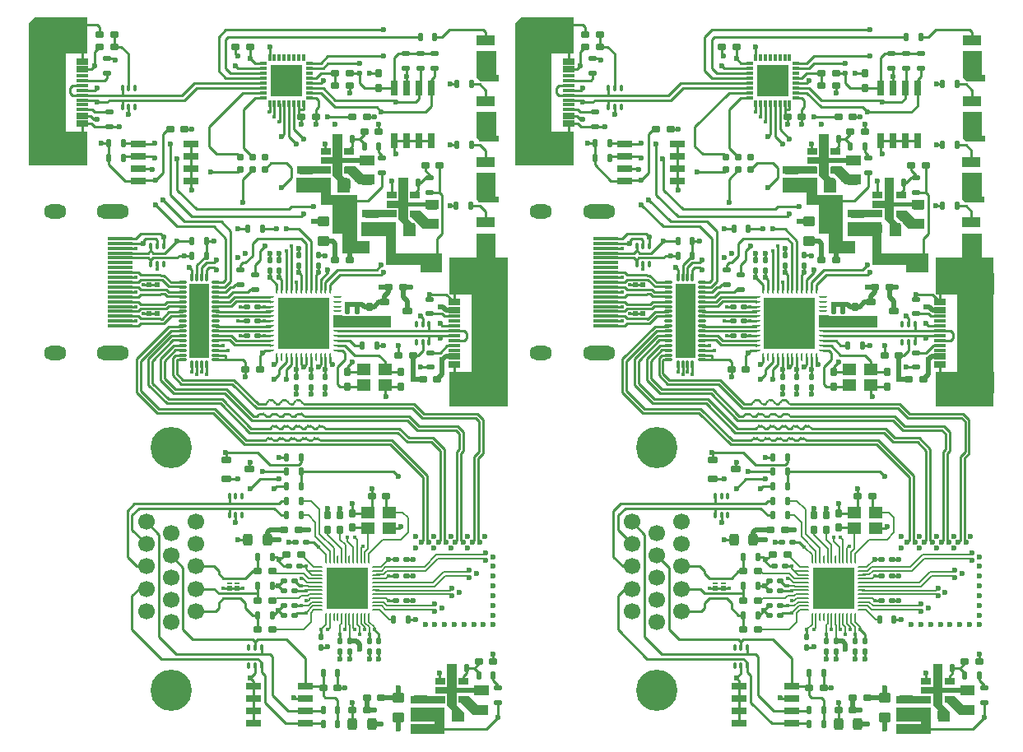
<source format=gtl>
%FSLAX46Y46*%
%MOMM*%
%ADD13C,0.200000*%
%ADD11C,0.218000*%
%ADD10C,0.250000*%
%ADD14C,0.286000*%
%ADD12C,0.500000*%
%ADD15C,1.000000*%
%AMPS48*
21,1,5.300000,5.300000,0.000000,0.000000,180.000000*
%
%ADD48PS48*%
%AMPS28*
1,1,1.695000,0.000000,0.000000*
%
%ADD28PS28*%
%AMPS29*
1,1,4.246000,0.000000,0.000000*
%
%ADD29PS29*%
%AMPS52*
21,1,4.200000,4.200000,0.000000,0.000000,90.000000*
%
%ADD52PS52*%
%AMPS31*
21,1,0.250000,0.500000,0.000000,0.000000,90.000000*
%
%ADD31PS31*%
%AMPS34*
21,1,0.250000,0.500000,0.000000,0.000000,270.000000*
%
%ADD34PS34*%
%AMPS55*
21,1,0.600000,1.500000,0.000000,0.000000,0.000000*
%
%ADD55PS55*%
%AMPS43*
21,1,0.600000,1.500000,0.000000,0.000000,90.000000*
%
%ADD43PS43*%
%AMPS56*
21,1,0.600000,1.500000,0.000000,0.000000,180.000000*
%
%ADD56PS56*%
%AMPS42*
21,1,0.600000,1.500000,0.000000,0.000000,270.000000*
%
%ADD42PS42*%
%AMPS32*
21,1,0.450000,0.500000,0.000000,0.000000,90.000000*
%
%ADD32PS32*%
%AMPS33*
21,1,0.450000,0.500000,0.000000,0.000000,270.000000*
%
%ADD33PS33*%
%AMPS62*
21,1,0.600000,1.150000,0.000000,0.000000,90.000000*
%
%ADD62PS62*%
%AMPS36*
21,1,0.600000,1.150000,0.000000,0.000000,270.000000*
%
%ADD36PS36*%
%AMPS66*
21,1,0.300000,0.600000,0.000000,0.000000,0.000000*
%
%ADD66PS66*%
%AMPS68*
21,1,0.300000,0.600000,0.000000,0.000000,90.000000*
%
%ADD68PS68*%
%AMPS67*
21,1,0.300000,0.600000,0.000000,0.000000,180.000000*
%
%ADD67PS67*%
%AMPS69*
21,1,0.300000,0.600000,0.000000,0.000000,270.000000*
%
%ADD69PS69*%
%AMPS41*
21,1,1.100000,1.880000,0.000000,0.000000,90.000000*
%
%ADD41PS41*%
%AMPS72*
21,1,0.300000,2.600000,0.000000,0.000000,270.000000*
%
%ADD72PS72*%
%AMPS40*
21,1,2.200000,1.880000,0.000000,0.000000,90.000000*
%
%ADD40PS40*%
%AMPS63*
21,1,2.180000,2.000000,0.000000,0.000000,90.000000*
%
%ADD63PS63*%
%AMPS37*
21,1,2.180000,2.000000,0.000000,0.000000,270.000000*
%
%ADD37PS37*%
%AMPS64*
21,1,0.300000,1.150000,0.000000,0.000000,90.000000*
%
%ADD64PS64*%
%AMPS38*
21,1,0.300000,1.150000,0.000000,0.000000,270.000000*
%
%ADD38PS38*%
%AMPS54*
21,1,0.700000,1.000000,0.000000,0.000000,270.000000*
%
%ADD54PS54*%
%AMPS61*
21,1,1.400000,1.200000,0.000000,0.000000,0.000000*
%
%ADD61PS61*%
%AMPS65*
21,1,1.400000,1.200000,0.000000,0.000000,180.000000*
%
%ADD65PS65*%
%AMPS75*
1,1,0.600000,0.000000,0.000000*
%
%ADD75PS75*%
%AMPS76*
1,1,0.400000,0.000000,0.000000*
%
%ADD76PS76*%
%AMPS73*
21,1,1.800000,1.500000,0.000000,0.000000,0.000000*
1,1,1.500000,0.900000,0.000000*
1,1,1.500000,-0.900000,0.000000*
%
%ADD73PS73*%
%AMPS74*
21,1,0.800000,1.500000,0.000000,0.000000,0.000000*
1,1,1.500000,0.400000,0.000000*
1,1,1.500000,-0.400000,0.000000*
%
%ADD74PS74*%
%AMPS59*
21,1,2.050000,7.550000,0.000000,0.000000,180.000000*
%
%ADD59PS59*%
%AMPS27*
1,1,0.360000,0.220000,-0.195000*
1,1,0.360000,-0.220000,0.195000*
1,1,0.360000,0.220000,0.195000*
21,1,0.800000,0.390000,0.000000,0.000000,0.000000*
21,1,0.440000,0.750000,0.000000,0.000000,0.000000*
1,1,0.360000,-0.220000,-0.195000*
%
%ADD27PS27*%
%AMPS60*
1,1,0.360000,0.195000,0.220000*
1,1,0.360000,-0.195000,-0.220000*
1,1,0.360000,-0.195000,0.220000*
21,1,0.800000,0.390000,0.000000,0.000000,90.000000*
21,1,0.440000,0.750000,0.000000,0.000000,90.000000*
1,1,0.360000,0.195000,-0.220000*
%
%ADD60PS60*%
%AMPS19*
1,1,0.360000,-0.220000,0.195000*
1,1,0.360000,0.220000,-0.195000*
1,1,0.360000,-0.220000,-0.195000*
21,1,0.800000,0.390000,0.000000,0.000000,180.000000*
21,1,0.440000,0.750000,0.000000,0.000000,180.000000*
1,1,0.360000,0.220000,0.195000*
%
%ADD19PS19*%
%AMPS44*
1,1,0.360000,-0.195000,-0.220000*
1,1,0.360000,0.195000,0.220000*
1,1,0.360000,0.195000,-0.220000*
21,1,0.800000,0.390000,0.000000,0.000000,270.000000*
21,1,0.440000,0.750000,0.000000,0.000000,270.000000*
1,1,0.360000,-0.195000,0.220000*
%
%ADD44PS44*%
%AMPS18*
1,1,0.500000,0.250000,-0.375000*
1,1,0.500000,-0.250000,0.375000*
1,1,0.500000,0.250000,0.375000*
21,1,1.000000,0.750000,0.000000,0.000000,0.000000*
21,1,0.500000,1.250000,0.000000,0.000000,0.000000*
1,1,0.500000,-0.250000,-0.375000*
%
%ADD18PS18*%
%AMPS20*
1,1,0.500000,0.375000,0.250000*
1,1,0.500000,-0.375000,-0.250000*
1,1,0.500000,-0.375000,0.250000*
21,1,1.000000,0.750000,0.000000,0.000000,90.000000*
21,1,0.500000,1.250000,0.000000,0.000000,90.000000*
1,1,0.500000,0.375000,-0.250000*
%
%ADD20PS20*%
%AMPS71*
1,1,0.500000,-0.250000,0.375000*
1,1,0.500000,0.250000,-0.375000*
1,1,0.500000,-0.250000,-0.375000*
21,1,1.000000,0.750000,0.000000,0.000000,180.000000*
21,1,0.500000,1.250000,0.000000,0.000000,180.000000*
1,1,0.500000,0.250000,0.375000*
%
%ADD71PS71*%
%AMPS25*
1,1,0.500000,-0.375000,-0.250000*
1,1,0.500000,0.375000,0.250000*
1,1,0.500000,0.375000,-0.250000*
21,1,1.000000,0.750000,0.000000,0.000000,270.000000*
21,1,0.500000,1.250000,0.000000,0.000000,270.000000*
1,1,0.500000,-0.375000,0.250000*
%
%ADD25PS25*%
%AMPS47*
1,1,0.125000,-0.062500,0.337500*
1,1,0.125000,0.062500,-0.337500*
1,1,0.125000,-0.062500,-0.337500*
21,1,0.250000,0.675000,0.000000,0.000000,180.000000*
21,1,0.125000,0.800000,0.000000,0.000000,180.000000*
1,1,0.125000,0.062500,0.337500*
%
%ADD47PS47*%
%AMPS21*
1,1,0.240000,0.130000,-0.330000*
1,1,0.240000,-0.130000,0.330000*
1,1,0.240000,0.130000,0.330000*
21,1,0.500000,0.660000,0.000000,0.000000,0.000000*
21,1,0.260000,0.900000,0.000000,0.000000,0.000000*
1,1,0.240000,-0.130000,-0.330000*
%
%ADD21PS21*%
%AMPS35*
1,1,0.240000,0.330000,0.130000*
1,1,0.240000,-0.330000,-0.130000*
1,1,0.240000,-0.330000,0.130000*
21,1,0.500000,0.660000,0.000000,0.000000,90.000000*
21,1,0.260000,0.900000,0.000000,0.000000,90.000000*
1,1,0.240000,0.330000,-0.130000*
%
%ADD35PS35*%
%AMPS17*
1,1,0.240000,-0.130000,0.330000*
1,1,0.240000,0.130000,-0.330000*
1,1,0.240000,-0.130000,-0.330000*
21,1,0.500000,0.660000,0.000000,0.000000,180.000000*
21,1,0.260000,0.900000,0.000000,0.000000,180.000000*
1,1,0.240000,0.130000,0.330000*
%
%ADD17PS17*%
%AMPS39*
1,1,0.240000,-0.330000,-0.130000*
1,1,0.240000,0.330000,0.130000*
1,1,0.240000,0.330000,-0.130000*
21,1,0.500000,0.660000,0.000000,0.000000,270.000000*
21,1,0.260000,0.900000,0.000000,0.000000,270.000000*
1,1,0.240000,-0.330000,0.130000*
%
%ADD39PS39*%
%AMPS24*
1,1,0.200000,0.110000,-0.200000*
1,1,0.200000,-0.110000,0.200000*
1,1,0.200000,0.110000,0.200000*
21,1,0.420000,0.400000,0.000000,0.000000,0.000000*
21,1,0.220000,0.600000,0.000000,0.000000,0.000000*
1,1,0.200000,-0.110000,-0.200000*
%
%ADD24PS24*%
%AMPS23*
1,1,0.200000,-0.110000,0.200000*
1,1,0.200000,0.110000,-0.200000*
1,1,0.200000,-0.110000,-0.200000*
21,1,0.420000,0.400000,0.000000,0.000000,180.000000*
21,1,0.220000,0.600000,0.000000,0.000000,180.000000*
1,1,0.200000,0.110000,0.200000*
%
%ADD23PS23*%
%AMPS50*
1,1,0.100000,0.050000,0.375000*
1,1,0.100000,-0.050000,-0.375000*
1,1,0.100000,-0.050000,0.375000*
21,1,0.850000,0.100000,0.000000,0.000000,90.000000*
21,1,0.750000,0.200000,0.000000,0.000000,90.000000*
1,1,0.100000,0.050000,-0.375000*
%
%ADD50PS50*%
%AMPS22*
1,1,0.500000,-0.650000,-0.150000*
1,1,0.500000,0.650000,0.150000*
1,1,0.500000,0.650000,-0.150000*
21,1,0.800000,1.300000,0.000000,0.000000,270.000000*
21,1,0.300000,1.800000,0.000000,0.000000,270.000000*
1,1,0.500000,-0.650000,0.150000*
%
%ADD22PS22*%
%AMPS45*
1,1,0.240000,0.180000,-0.130000*
1,1,0.240000,-0.180000,0.130000*
1,1,0.240000,0.180000,0.130000*
21,1,0.600000,0.260000,0.000000,0.000000,0.000000*
21,1,0.360000,0.500000,0.000000,0.000000,0.000000*
1,1,0.240000,-0.180000,-0.130000*
%
%ADD45PS45*%
%AMPS16*
1,1,0.240000,0.130000,0.180000*
1,1,0.240000,-0.130000,-0.180000*
1,1,0.240000,-0.130000,0.180000*
21,1,0.600000,0.260000,0.000000,0.000000,90.000000*
21,1,0.360000,0.500000,0.000000,0.000000,90.000000*
1,1,0.240000,0.130000,-0.180000*
%
%ADD16PS16*%
%AMPS30*
1,1,0.240000,-0.180000,0.130000*
1,1,0.240000,0.180000,-0.130000*
1,1,0.240000,-0.180000,-0.130000*
21,1,0.600000,0.260000,0.000000,0.000000,180.000000*
21,1,0.360000,0.500000,0.000000,0.000000,180.000000*
1,1,0.240000,0.180000,0.130000*
%
%ADD30PS30*%
%AMPS26*
1,1,0.240000,-0.130000,-0.180000*
1,1,0.240000,0.130000,0.180000*
1,1,0.240000,0.130000,-0.180000*
21,1,0.600000,0.260000,0.000000,0.000000,270.000000*
21,1,0.360000,0.500000,0.000000,0.000000,270.000000*
1,1,0.240000,-0.130000,0.180000*
%
%ADD26PS26*%
%AMPS49*
1,1,0.340000,0.330000,0.180000*
1,1,0.340000,-0.330000,-0.180000*
1,1,0.340000,-0.330000,0.180000*
21,1,0.700000,0.660000,0.000000,0.000000,90.000000*
21,1,0.360000,1.000000,0.000000,0.000000,90.000000*
1,1,0.340000,0.330000,-0.180000*
%
%ADD49PS49*%
%AMPS51*
1,1,0.100000,0.375000,0.050000*
1,1,0.100000,-0.375000,-0.050000*
1,1,0.100000,-0.375000,0.050000*
21,1,0.200000,0.750000,0.000000,0.000000,90.000000*
21,1,0.100000,0.850000,0.000000,0.000000,90.000000*
1,1,0.100000,0.375000,-0.050000*
%
%ADD51PS51*%
%AMPS58*
1,1,0.124000,-0.088000,0.363000*
1,1,0.124000,0.088000,-0.363000*
1,1,0.124000,-0.088000,-0.363000*
21,1,0.300000,0.726000,0.000000,0.000000,180.000000*
21,1,0.176000,0.850000,0.000000,0.000000,180.000000*
1,1,0.124000,0.088000,0.363000*
%
%ADD58PS58*%
%AMPS57*
1,1,0.124000,-0.363000,-0.088000*
1,1,0.124000,0.363000,0.088000*
1,1,0.124000,0.363000,-0.088000*
21,1,0.300000,0.726000,0.000000,0.000000,270.000000*
21,1,0.176000,0.850000,0.000000,0.000000,270.000000*
1,1,0.124000,-0.363000,0.088000*
%
%ADD57PS57*%
%AMPS46*
1,1,0.125000,-0.337500,0.062500*
1,1,0.125000,0.337500,-0.062500*
1,1,0.125000,-0.337500,-0.062500*
21,1,0.800000,0.125000,0.000000,0.000000,180.000000*
21,1,0.675000,0.250000,0.000000,0.000000,180.000000*
1,1,0.125000,0.337500,0.062500*
%
%ADD46PS46*%
%AMPS70*
21,1,3.300000,3.300000,0.000000,0.000000,180.000000*
%
%ADD70PS70*%
%AMPS53*
1,1,0.787400,0.000000,0.000000*
%
%ADD53PS53*%
G01*
%LPD*%
G36*
X-1750000Y26500000D02*
X-1750000Y30000000D01*
X-4000000Y30000000D01*
X-4000000Y38000000D01*
X-1750000Y38000000D01*
X-1750000Y41750000D01*
X-7132305Y41750000D01*
X-7750000Y41132305D01*
X-7750000Y26500000D01*
X-1750000Y26500000D01*
D02*
G37*
%LPD*%
G36*
X48250000Y26500000D02*
X48250000Y30000000D01*
X46000000Y30000000D01*
X46000000Y38000000D01*
X48250000Y38000000D01*
X48250000Y41750000D01*
X42867695Y41750000D01*
X42250000Y41132305D01*
X42250000Y26500000D01*
X48250000Y26500000D01*
D02*
G37*
%LPD*%
G36*
X90600000Y35200000D02*
X90600000Y35800000D01*
X90300000Y35800000D01*
X90300000Y38250000D01*
X88300000Y38250000D01*
X88300000Y35575001D01*
X88675001Y35200000D01*
X90600000Y35200000D01*
D02*
G37*
%LPD*%
G36*
X40600000Y35200000D02*
X40600000Y35800000D01*
X40300000Y35800000D01*
X40300000Y38250000D01*
X38300000Y38250000D01*
X38300000Y35575001D01*
X38675001Y35200000D01*
X40600000Y35200000D01*
D02*
G37*
%LPD*%
G36*
X90600000Y28950000D02*
X90600000Y29550000D01*
X90300000Y29550000D01*
X90300000Y32000000D01*
X88300000Y32000000D01*
X88300000Y29325001D01*
X88675001Y28950000D01*
X90600000Y28950000D01*
D02*
G37*
%LPD*%
G36*
X40600000Y28950000D02*
X40600000Y29550000D01*
X40300000Y29550000D01*
X40300000Y32000000D01*
X38300000Y32000000D01*
X38300000Y29325001D01*
X38675001Y28950000D01*
X40600000Y28950000D01*
D02*
G37*
%LPD*%
G36*
X25250000Y23750000D02*
X25250000Y24999999D01*
X24999999Y25250000D01*
X24750001Y25250000D01*
X24505000Y25495000D01*
X24495000Y25495000D01*
X24495000Y26605000D01*
X24500000Y26605000D01*
X24500000Y26750000D01*
X26300000Y26750000D01*
X26300000Y26500000D01*
X27800000Y26500000D01*
X27800000Y27500000D01*
X26300000Y27500000D01*
X26300000Y27250000D01*
X24500000Y27250000D01*
X24500000Y27395000D01*
X24495000Y27395000D01*
X24495000Y28505000D01*
X24500000Y28505000D01*
X24500000Y29750000D01*
X23500000Y29750000D01*
X23500000Y28505000D01*
X23505000Y28505000D01*
X23505000Y27395000D01*
X23500000Y27395000D01*
X23500000Y27350000D01*
X22300000Y27350000D01*
X22300000Y26650000D01*
X23500000Y26650000D01*
X23500000Y26605000D01*
X23505000Y26605000D01*
X23505000Y25495001D01*
X24000000Y24999999D01*
X24000000Y23750000D01*
X25250000Y23750000D01*
D02*
G37*
%LPD*%
G36*
X75250000Y23750000D02*
X75250000Y24999999D01*
X74999999Y25250000D01*
X74750001Y25250000D01*
X74505000Y25495000D01*
X74495000Y25495000D01*
X74495000Y26605000D01*
X74500000Y26605000D01*
X74500000Y26750000D01*
X76300000Y26750000D01*
X76300000Y26500000D01*
X77800000Y26500000D01*
X77800000Y27500000D01*
X76300000Y27500000D01*
X76300000Y27250000D01*
X74500000Y27250000D01*
X74500000Y27395000D01*
X74495000Y27395000D01*
X74495000Y28505000D01*
X74500000Y28505000D01*
X74500000Y29750000D01*
X73500000Y29750000D01*
X73500000Y28505000D01*
X73505000Y28505000D01*
X73505000Y27395000D01*
X73500000Y27395000D01*
X73500000Y27350000D01*
X72300000Y27350000D01*
X72300000Y26650000D01*
X73500000Y26650000D01*
X73500000Y26605000D01*
X73505000Y26605000D01*
X73505000Y25495001D01*
X74000000Y24999999D01*
X74000000Y23750000D01*
X75250000Y23750000D01*
D02*
G37*
%LPD*%
G36*
X77800000Y24549890D02*
X77800000Y25549890D01*
X76700001Y25549890D01*
X75799999Y26449890D01*
X74750000Y26449890D01*
X74750000Y25749890D01*
X75000109Y25749890D01*
X76200111Y24549890D01*
X77800000Y24549890D01*
D02*
G37*
%LPD*%
G36*
X27800000Y24549890D02*
X27800000Y25549890D01*
X26700001Y25549890D01*
X25799999Y26449890D01*
X24750000Y26449890D01*
X24750000Y25749890D01*
X25000109Y25749890D01*
X26200111Y24549890D01*
X27800000Y24549890D01*
D02*
G37*
%LPD*%
G36*
X23287500Y25649890D02*
X23287500Y26445000D01*
X22095000Y26445000D01*
X22095000Y26449890D01*
X19800000Y26449890D01*
X19800000Y25649890D01*
X23287500Y25649890D01*
D02*
G37*
%LPD*%
G36*
X73287500Y25649890D02*
X73287500Y26445000D01*
X72095000Y26445000D01*
X72095000Y26449890D01*
X69800000Y26449890D01*
X69800000Y25649890D01*
X73287500Y25649890D01*
D02*
G37*
%LPD*%
G36*
X40550000Y22700000D02*
X40550000Y23300000D01*
X40250000Y23300000D01*
X40250000Y25750000D01*
X38250000Y25750000D01*
X38250000Y23075001D01*
X38618353Y22706647D01*
X38685832Y22700000D01*
X40550000Y22700000D01*
D02*
G37*
%LPD*%
G36*
X90550000Y22700000D02*
X90550000Y23300000D01*
X90250000Y23300000D01*
X90250000Y25750000D01*
X88250000Y25750000D01*
X88250000Y23075001D01*
X88618353Y22706647D01*
X88685832Y22700000D01*
X90550000Y22700000D01*
D02*
G37*
%LPD*%
G36*
X32000000Y19250000D02*
X32000000Y20249999D01*
X31255000Y20995000D01*
X31245000Y20995000D01*
X31245000Y22105000D01*
X31250000Y22105000D01*
X31250000Y22250000D01*
X33050000Y22250000D01*
X33050000Y22000000D01*
X34375000Y22000000D01*
X34375000Y23000000D01*
X33050000Y23000000D01*
X33050000Y22750000D01*
X31250000Y22750000D01*
X31250000Y22895000D01*
X31245000Y22895000D01*
X31245000Y24005000D01*
X31250000Y24005000D01*
X31250000Y25250000D01*
X30250000Y25250000D01*
X30250000Y24005000D01*
X30255000Y24005000D01*
X30255000Y22895000D01*
X30250000Y22895000D01*
X30250000Y22850000D01*
X29050000Y22850000D01*
X29050000Y22150000D01*
X30250000Y22150000D01*
X30250000Y22105000D01*
X30255000Y22105000D01*
X30255000Y20995001D01*
X30750000Y20499999D01*
X30750000Y19250000D01*
X32000000Y19250000D01*
D02*
G37*
%LPD*%
G36*
X82000000Y19250000D02*
X82000000Y20249999D01*
X81255000Y20995000D01*
X81245000Y20995000D01*
X81245000Y22105000D01*
X81250000Y22105000D01*
X81250000Y22250000D01*
X83050000Y22250000D01*
X83050000Y22000000D01*
X84375000Y22000000D01*
X84375000Y23000000D01*
X83050000Y23000000D01*
X83050000Y22750000D01*
X81250000Y22750000D01*
X81250000Y22895000D01*
X81245000Y22895000D01*
X81245000Y24005000D01*
X81250000Y24005000D01*
X81250000Y25250000D01*
X80250000Y25250000D01*
X80250000Y24005000D01*
X80255000Y24005000D01*
X80255000Y22895000D01*
X80250000Y22895000D01*
X80250000Y22850000D01*
X79050000Y22850000D01*
X79050000Y22150000D01*
X80250000Y22150000D01*
X80250000Y22105000D01*
X80255000Y22105000D01*
X80255000Y20995001D01*
X80750000Y20499999D01*
X80750000Y19250000D01*
X82000000Y19250000D01*
D02*
G37*
%LPD*%
G36*
X27250000Y17500000D02*
X27250000Y18750000D01*
X26000000Y18750000D01*
X26000000Y23500000D01*
X23300000Y23500000D01*
X23300000Y25249890D01*
X19750000Y25249890D01*
X19750000Y23749890D01*
X22250000Y23749890D01*
X22250000Y22500000D01*
X23500000Y22500000D01*
X23500000Y19500000D01*
X24500000Y19500000D01*
X24500000Y17500000D01*
X27250000Y17500000D01*
D02*
G37*
%LPD*%
G36*
X77250000Y17500000D02*
X77250000Y18750000D01*
X76000000Y18750000D01*
X76000000Y23500000D01*
X73300000Y23500000D01*
X73300000Y25249890D01*
X69750000Y25249890D01*
X69750000Y23749890D01*
X72250000Y23749890D01*
X72250000Y22500000D01*
X73500000Y22500000D01*
X73500000Y19500000D01*
X74500000Y19500000D01*
X74500000Y17500000D01*
X77250000Y17500000D01*
D02*
G37*
%LPD*%
G36*
X30050000Y21150000D02*
X30050000Y21945000D01*
X28845000Y21945000D01*
X28845000Y21950000D01*
X26500000Y21950000D01*
X26500000Y21150000D01*
X30050000Y21150000D01*
D02*
G37*
%LPD*%
G36*
X80050000Y21150000D02*
X80050000Y21945000D01*
X78845000Y21945000D01*
X78845000Y21950000D01*
X76500000Y21950000D01*
X76500000Y21150000D01*
X80050000Y21150000D01*
D02*
G37*
%LPD*%
G36*
X84375000Y20000000D02*
X84375000Y21000000D01*
X83400001Y21000000D01*
X82499999Y21900000D01*
X81450000Y21900000D01*
X81450000Y21200000D01*
X81549999Y21200000D01*
X81986770Y20763229D01*
X82002982Y20753512D01*
X82038863Y20726901D01*
X82071964Y20696900D01*
X82101965Y20663799D01*
X82128576Y20627918D01*
X82138293Y20611706D01*
X82750001Y20000000D01*
X84375000Y20000000D01*
D02*
G37*
%LPD*%
G36*
X34375000Y20000000D02*
X34375000Y21000000D01*
X33400001Y21000000D01*
X32499999Y21900000D01*
X31450000Y21900000D01*
X31450000Y21200000D01*
X31549999Y21200000D01*
X31986770Y20763229D01*
X32002982Y20753512D01*
X32038863Y20726901D01*
X32071964Y20696900D01*
X32101965Y20663799D01*
X32128576Y20627918D01*
X32138293Y20611706D01*
X32750001Y20000000D01*
X34375000Y20000000D01*
D02*
G37*
%LPD*%
G36*
X84750000Y15500000D02*
X84750000Y17500000D01*
X79950000Y17500000D01*
X79950000Y20700000D01*
X76450000Y20700000D01*
X76450000Y19200000D01*
X79000000Y19200000D01*
X79000000Y16250000D01*
X82500000Y16250000D01*
X82500000Y15500000D01*
X84750000Y15500000D01*
D02*
G37*
%LPD*%
G36*
X34750000Y15500000D02*
X34750000Y17500000D01*
X29950000Y17500000D01*
X29950000Y20700000D01*
X26450000Y20700000D01*
X26450000Y19200000D01*
X29000000Y19200000D01*
X29000000Y16250000D01*
X32500000Y16250000D01*
X32500000Y15500000D01*
X34750000Y15500000D01*
D02*
G37*
%LPD*%
G36*
X41490000Y1750000D02*
X41490000Y17000000D01*
X40250000Y17000000D01*
X40250000Y19500000D01*
X38250000Y19500000D01*
X38250000Y17000000D01*
X35500000Y17000000D01*
X35500000Y13250000D01*
X37750000Y13250000D01*
X37750000Y5250000D01*
X35500000Y5250000D01*
X35500000Y1750000D01*
X41490000Y1750000D01*
D02*
G37*
%LPD*%
G36*
X91490000Y1750000D02*
X91490000Y17000000D01*
X90250000Y17000000D01*
X90250000Y19500000D01*
X88250000Y19500000D01*
X88250000Y17000000D01*
X85500000Y17000000D01*
X85500000Y13250000D01*
X87750000Y13250000D01*
X87750000Y5250000D01*
X85500000Y5250000D01*
X85500000Y1750000D01*
X91490000Y1750000D01*
D02*
G37*
%LPD*%
G36*
X29500000Y9875000D02*
X29500000Y11000000D01*
X24500000Y11000000D01*
X24500000Y11125000D01*
X23550000Y11125000D01*
X23550000Y9875000D01*
X29500000Y9875000D01*
D02*
G37*
%LPD*%
G36*
X79500000Y9875000D02*
X79500000Y11000000D01*
X74500000Y11000000D01*
X74500000Y11125000D01*
X73550000Y11125000D01*
X73550000Y9875000D01*
X79500000Y9875000D01*
D02*
G37*
%LPD*%
G36*
X87000000Y-30750000D02*
X87000000Y-29750001D01*
X86255000Y-29005000D01*
X86245000Y-29005000D01*
X86245000Y-27895000D01*
X86250000Y-27895000D01*
X86250000Y-27750000D01*
X88050000Y-27750000D01*
X88050000Y-28000000D01*
X89550000Y-28000000D01*
X89550000Y-27000000D01*
X88050000Y-27000000D01*
X88050000Y-27250000D01*
X86250000Y-27250000D01*
X86250000Y-27105000D01*
X86245000Y-27105000D01*
X86245000Y-25995000D01*
X86250000Y-25995000D01*
X86250000Y-24750000D01*
X85250000Y-24750000D01*
X85250000Y-25995000D01*
X85255000Y-25995000D01*
X85255000Y-27105000D01*
X85250000Y-27105000D01*
X85250000Y-27150000D01*
X84050000Y-27150000D01*
X84050000Y-27850000D01*
X85250000Y-27850000D01*
X85250000Y-27895000D01*
X85255000Y-27895000D01*
X85255000Y-29004999D01*
X85750000Y-29500001D01*
X85750000Y-30750000D01*
X87000000Y-30750000D01*
D02*
G37*
%LPD*%
G36*
X37000000Y-30750000D02*
X37000000Y-29750001D01*
X36255000Y-29005000D01*
X36245000Y-29005000D01*
X36245000Y-27895000D01*
X36250000Y-27895000D01*
X36250000Y-27750000D01*
X38050000Y-27750000D01*
X38050000Y-28000000D01*
X39550000Y-28000000D01*
X39550000Y-27000000D01*
X38050000Y-27000000D01*
X38050000Y-27250000D01*
X36250000Y-27250000D01*
X36250000Y-27105000D01*
X36245000Y-27105000D01*
X36245000Y-25995000D01*
X36250000Y-25995000D01*
X36250000Y-24750000D01*
X35250000Y-24750000D01*
X35250000Y-25995000D01*
X35255000Y-25995000D01*
X35255000Y-27105000D01*
X35250000Y-27105000D01*
X35250000Y-27150000D01*
X34050000Y-27150000D01*
X34050000Y-27850000D01*
X35250000Y-27850000D01*
X35250000Y-27895000D01*
X35255000Y-27895000D01*
X35255000Y-29004999D01*
X35750000Y-29500001D01*
X35750000Y-30750000D01*
X37000000Y-30750000D01*
D02*
G37*
%LPD*%
G36*
X35050000Y-28850000D02*
X35050000Y-28055000D01*
X33845000Y-28055000D01*
X33845000Y-28050000D01*
X31500000Y-28050000D01*
X31500000Y-28850000D01*
X35050000Y-28850000D01*
D02*
G37*
%LPD*%
G36*
X85050000Y-28850000D02*
X85050000Y-28055000D01*
X83845000Y-28055000D01*
X83845000Y-28050000D01*
X81500000Y-28050000D01*
X81500000Y-28850000D01*
X85050000Y-28850000D01*
D02*
G37*
%LPD*%
G36*
X39500000Y-30000000D02*
X39500000Y-29000000D01*
X38400001Y-29000000D01*
X37499999Y-28100000D01*
X36450000Y-28100000D01*
X36450000Y-28800000D01*
X36699999Y-28800000D01*
X37900001Y-30000000D01*
X39500000Y-30000000D01*
D02*
G37*
%LPD*%
G36*
X89500000Y-30000000D02*
X89500000Y-29000000D01*
X88400001Y-29000000D01*
X87499999Y-28100000D01*
X86450000Y-28100000D01*
X86450000Y-28800000D01*
X86699999Y-28800000D01*
X87900001Y-30000000D01*
X89500000Y-30000000D01*
D02*
G37*
%LPD*%
G36*
X85000000Y-32000000D02*
X85000000Y-29250000D01*
X81500000Y-29250000D01*
X81500000Y-30750000D01*
X84000000Y-30750000D01*
X84000000Y-31000000D01*
X81500000Y-31000000D01*
X81500000Y-32000000D01*
X85000000Y-32000000D01*
D02*
G37*
%LPD*%
G36*
X35000000Y-32000000D02*
X35000000Y-29250000D01*
X31500000Y-29250000D01*
X31500000Y-30750000D01*
X34000000Y-30750000D01*
X34000000Y-31000000D01*
X31500000Y-31000000D01*
X31500000Y-32000000D01*
X35000000Y-32000000D01*
D02*
G37*
%LPD*%
G01*
%LPD*%
D10*
X20700000Y-24200000D02*
X20700000Y-27095000D01*
D10*
X26750000Y34500000D02*
X26250000Y35000000D01*
D10*
X35995000Y6050000D02*
X35995000Y4715000D01*
D10*
X5050000Y17500000D02*
X6239502Y17500000D01*
D10*
X18000000Y32900000D02*
X18030001Y32869999D01*
D12*
X27000000Y-29500000D02*
X27000000Y-28250000D01*
D13*
X27950000Y-15200000D02*
X27960000Y-15210000D01*
D10*
X15750000Y19000000D02*
X20250000Y19000000D01*
D10*
X20500000Y32250000D02*
X20000000Y32250000D01*
D10*
X9100000Y-22250000D02*
X8100000Y-21250000D01*
D10*
X33400000Y8300000D02*
X33400000Y8910800D01*
D13*
X39040000Y-13940000D02*
X39250000Y-14150000D01*
D12*
X28499992Y-31000008D02*
X28500000Y-31000000D01*
D11*
X7984001Y14459001D02*
X6836571Y14459001D01*
D10*
X32250000Y24750000D02*
X32500000Y24750000D01*
D10*
X22250000Y-23050000D02*
X22950000Y-23050000D01*
D10*
X11475000Y14500000D02*
X12250000Y14500000D01*
D10*
X10500189Y15750189D02*
X10750000Y16000000D01*
D10*
X18030001Y32869999D02*
X18030001Y31030001D01*
D11*
X8086572Y4459000D02*
X13336572Y4459000D01*
D12*
X31750000Y6000000D02*
X31750000Y7000000D01*
D10*
X17750000Y-6500000D02*
X17500000Y-6750000D01*
D10*
X19250000Y25250000D02*
X18250000Y24250000D01*
D11*
X7984001Y13459000D02*
X8025000Y13499999D01*
D11*
X8025000Y8000000D02*
X7984000Y7959000D01*
D10*
X27000000Y31500000D02*
X27750000Y31500000D01*
D10*
X250000Y33000000D02*
X500000Y33250000D01*
D10*
X34505400Y9500000D02*
X34500000Y9494600D01*
D13*
X26800000Y-19950000D02*
X26800000Y-20550000D01*
D10*
X22000000Y33250000D02*
X22000000Y32500000D01*
D10*
X32000000Y33000000D02*
X32385000Y33385000D01*
D10*
X22950000Y-23050000D02*
X23000000Y-23000000D01*
D13*
X30700000Y-9200000D02*
X31250000Y-9750000D01*
D11*
X18032344Y-1545228D02*
X18386572Y-1545228D01*
D10*
X5250000Y25000000D02*
X3591848Y25000000D01*
D12*
X31200000Y12550000D02*
X31200000Y11500000D01*
D10*
X18750000Y20000000D02*
X20000000Y20000000D01*
D10*
X4600000Y12249998D02*
X5400000Y12249998D01*
D10*
X1000000Y38750000D02*
X1750000Y38750000D01*
D10*
X18000000Y-3500000D02*
X18750000Y-3500000D01*
D11*
X7984000Y12459001D02*
X8025000Y12500001D01*
D11*
X5586572Y1459000D02*
X11336572Y1459000D01*
D11*
X36541000Y-1086571D02*
X36163428Y-709000D01*
D10*
X20750000Y-14750000D02*
X20050000Y-14750000D01*
D10*
X4250000Y19000000D02*
X5250000Y19000000D01*
D10*
X4000002Y11249998D02*
X4000000Y11250000D01*
D10*
X15750000Y-15250000D02*
X15750000Y-13750000D01*
D11*
X21532344Y-541000D02*
X21886572Y-541000D01*
D10*
X16250000Y20000000D02*
X17750000Y20000000D01*
D10*
X29250000Y-15750000D02*
X29950000Y-15750000D01*
D10*
X32250000Y24000000D02*
X32250000Y24750000D01*
D12*
X22500008Y18750056D02*
X23499944Y18750056D01*
D10*
X18250000Y14750000D02*
X18000000Y15000000D01*
D10*
X7489502Y18750000D02*
X7500000Y18750000D01*
D10*
X30000000Y33000000D02*
X32000000Y33000000D01*
D10*
X22750000Y28000000D02*
X22750000Y28750000D01*
D12*
X30249992Y-28250056D02*
X30250000Y-28250048D01*
D13*
X24800000Y-19950000D02*
X24800000Y-21175000D01*
D10*
X20700000Y-29635000D02*
X22365000Y-29635000D01*
D13*
X28921298Y-14810000D02*
X32921298Y-14810000D01*
D10*
X18375000Y-19750000D02*
X17875000Y-19250000D01*
D10*
X-2245000Y35250000D02*
X20166Y35250000D01*
D10*
X10500189Y14975000D02*
X10500189Y15750189D01*
D10*
X15250000Y-22250000D02*
X9100000Y-22250000D01*
D10*
X15250000Y27385000D02*
X14300000Y28335000D01*
D10*
X34520000Y8985400D02*
X34500000Y9005400D01*
D10*
X16000000Y7000000D02*
X16250000Y7250000D01*
D10*
X15500000Y-22500000D02*
X15250000Y-22250000D01*
D10*
X22750000Y13700000D02*
X22750000Y14500000D01*
D11*
X7336572Y3459000D02*
X6209000Y4586572D01*
D10*
X31050000Y-18250000D02*
X31750000Y-18250000D01*
D13*
X31250000Y-9750000D02*
X31250000Y-11250000D01*
D13*
X27960000Y-16410000D02*
X33821298Y-16410000D01*
D10*
X11290000Y-17040000D02*
X11750002Y-17500002D01*
D10*
X-500000Y40750000D02*
X-750000Y41000000D01*
D12*
X23750000Y18500000D02*
X23750000Y16750000D01*
D11*
X30163428Y-959000D02*
X31163428Y-1959000D01*
D11*
X7163428Y7959000D02*
X5791000Y6586572D01*
D11*
X6163430Y13290998D02*
X6413428Y13041000D01*
D13*
X22800000Y-20700000D02*
X22250000Y-21250000D01*
D13*
X27960000Y-17210000D02*
X27950000Y-17200000D01*
D11*
X6413428Y2041000D02*
X11913428Y2041000D01*
D13*
X20000000Y-18000000D02*
X20250000Y-17750000D01*
D10*
X5425000Y18825000D02*
X5425000Y18250000D01*
D10*
X24250000Y3750000D02*
X25000000Y3750000D01*
D13*
X23200000Y-21050000D02*
X23000000Y-21250000D01*
D10*
X14500000Y16500000D02*
X15250000Y17250000D01*
D10*
X9390000Y-19330000D02*
X11420000Y-19330000D01*
D11*
X7983999Y12041001D02*
X8025000Y12000000D01*
D13*
X27950000Y-15600000D02*
X27960000Y-15590000D01*
D10*
X3750020Y11749998D02*
X4600000Y11749998D01*
D10*
X461051Y26574203D02*
X2116051Y24919203D01*
D10*
X12500000Y35500000D02*
X16400000Y35500000D01*
D11*
X38336572Y959000D02*
X38959000Y336573D01*
D10*
X4000000Y18750000D02*
X4250000Y19000000D01*
D10*
X12600000Y-5750000D02*
X12550000Y-5700000D01*
D10*
X20500000Y21500000D02*
X20250000Y21250000D01*
D10*
X13750008Y-11999992D02*
X13750000Y-12000000D01*
D12*
X23500000Y18750000D02*
X23750000Y18500000D01*
D10*
X8250000Y33250000D02*
X1921432Y33250000D01*
D13*
X20250000Y-9500000D02*
X21000000Y-9500000D01*
D10*
X5425000Y16350000D02*
X5425000Y15825000D01*
D10*
X23750000Y32500000D02*
X22250000Y34000000D01*
D11*
X36291000Y-12059000D02*
X36291000Y-2913428D01*
D10*
X17375000Y-19750000D02*
X17875000Y-19250000D01*
D10*
X30250000Y38000000D02*
X29845000Y37595000D01*
D13*
X26000000Y-14050000D02*
X26000000Y-12000000D01*
D10*
X28250000Y34500000D02*
X26750000Y34500000D01*
D10*
X25500000Y28499890D02*
X25500000Y29250000D01*
D10*
X16150000Y-24650000D02*
X15750000Y-24250000D01*
D13*
X24400000Y-20600000D02*
X24250000Y-20750000D01*
D10*
X20700000Y-30905000D02*
X22405000Y-30905000D01*
D13*
X20750000Y-17250000D02*
X20800000Y-17200000D01*
D10*
X38625000Y22375000D02*
X39200000Y21800000D01*
D10*
X12250002Y-18000002D02*
X12850000Y-18000002D01*
D12*
X35170000Y11650000D02*
X35995000Y11650000D01*
D10*
X23000000Y-9500000D02*
X23000000Y-8750000D01*
D10*
X17250000Y-16750000D02*
X17900000Y-16750000D01*
D10*
X16150000Y-25650000D02*
X16150000Y-24950000D01*
D11*
X34959000Y-2663428D02*
X34959000Y-12059000D01*
D11*
X4541000Y3913428D02*
X6413428Y2041000D01*
D10*
X34750000Y39750000D02*
X35500000Y40500000D01*
D11*
X8025000Y9000000D02*
X7984000Y8959000D01*
D10*
X9390000Y-14750000D02*
X11250000Y-14750000D01*
D10*
X34250056Y-30000008D02*
X34250056Y-30900056D01*
D10*
X3500000Y11000000D02*
X3750013Y10749987D01*
D10*
X22750000Y-28250000D02*
X23750000Y-28250000D01*
D11*
X38541000Y163428D02*
X38541000Y-2913428D01*
D10*
X30249936Y-28250000D02*
X30249992Y-28250056D01*
D10*
X11572323Y27678699D02*
X13686301Y27678699D01*
D10*
X26600000Y3750000D02*
X25000000Y3750000D01*
D10*
X24000000Y-31000000D02*
X24000000Y-29500000D01*
D11*
X11516001Y9541001D02*
X17009000Y9541000D01*
D13*
X27960000Y-18410000D02*
X28687575Y-18410000D01*
D10*
X24250000Y15250000D02*
X28500000Y15250000D01*
D10*
X-2245000Y36400000D02*
X-1370000Y36400000D01*
D10*
X15300000Y-28365000D02*
X15300000Y-29635000D01*
D10*
X17750000Y6250000D02*
X17500000Y6000000D01*
D10*
X4600000Y10749998D02*
X5400000Y10749998D01*
D10*
X22750000Y6800000D02*
X22750000Y5500000D01*
D10*
X38625000Y34875000D02*
X39250000Y34250000D01*
D10*
X20250000Y-5000000D02*
X29750000Y-5000000D01*
D11*
X5400000Y13249998D02*
X5775001Y13249998D01*
D13*
X22800000Y-13550000D02*
X22800000Y-14050000D01*
D10*
X18030001Y31030001D02*
X18000000Y31000000D01*
D10*
X7500000Y27145492D02*
X7450388Y27195104D01*
D10*
X18750000Y-13500000D02*
X18000000Y-14000000D01*
D10*
X20000000Y32900000D02*
X20000000Y32250000D01*
D10*
X25750000Y8000000D02*
X26500000Y8000000D01*
D10*
X21500000Y-12250000D02*
X22000000Y-12750000D01*
D13*
X25600000Y-12750000D02*
X25600000Y-14050000D01*
D11*
X17332344Y-295228D02*
X17686572Y-295228D01*
D12*
X34250000Y4500000D02*
X34770000Y5020000D01*
D10*
X12850000Y-9450000D02*
X12850000Y-8800002D01*
D10*
X13650000Y-17000002D02*
X14249996Y-17000002D01*
D10*
X18000000Y5000000D02*
X17500000Y4500000D01*
D10*
X24000000Y-27250000D02*
X24000000Y-25750000D01*
D10*
X26250110Y29250000D02*
X26750000Y29749890D01*
D13*
X21694980Y-10194980D02*
X21694980Y-11694980D01*
D13*
X28930171Y-19190000D02*
X33790000Y-19190000D01*
D10*
X11475000Y7500001D02*
X12750000Y7500000D01*
D10*
X3749998Y13249998D02*
X4600000Y13249998D01*
D13*
X20250000Y-18750000D02*
X21000000Y-18750000D01*
D13*
X17250000Y-15250000D02*
X17500000Y-15250000D01*
D10*
X25500000Y-9250000D02*
X25500000Y-8250000D01*
D10*
X37020000Y8500000D02*
X35995000Y8500000D01*
D10*
X32250000Y7000000D02*
X31750000Y7000000D01*
D11*
X16400000Y959000D02*
X16000000Y959000D01*
D13*
X26000000Y-20750000D02*
X26250000Y-21000000D01*
D10*
X34520000Y7250000D02*
X33520000Y7250000D01*
D13*
X27150000Y-10800000D02*
X27150000Y-12925000D01*
D11*
X8025000Y9500000D02*
X7983999Y9541001D01*
D10*
X12500000Y19000000D02*
X11250000Y20250000D01*
D10*
X-2245000Y30800000D02*
X-2245000Y29465000D01*
D11*
X38459000Y-12059000D02*
X38650000Y-12250000D01*
D11*
X7983999Y11041000D02*
X8025000Y10999999D01*
D10*
X28250000Y-23550000D02*
X28250000Y-24250000D01*
D13*
X17750000Y-18000000D02*
X20000000Y-18000000D01*
D10*
X24000000Y5750000D02*
X24000000Y4000000D01*
D10*
X21500056Y20750056D02*
X21500000Y20750000D01*
D10*
X16400000Y36500000D02*
X13750000Y36500000D01*
D10*
X9499938Y16249938D02*
X9499938Y14975000D01*
D10*
X33520000Y5750000D02*
X32520000Y5750000D01*
D11*
X18410526Y2382954D02*
X18686572Y2382954D01*
D10*
X25500000Y-9250000D02*
X27100000Y-9250000D01*
D11*
X5400000Y10749998D02*
X5775001Y10749998D01*
D10*
X18750000Y-6500000D02*
X17750000Y-6500000D01*
D10*
X13650000Y-17500002D02*
X12850000Y-17500002D01*
D10*
X20750000Y6000000D02*
X20750000Y6800000D01*
D10*
X-770000Y31250000D02*
X-1070000Y31250000D01*
D10*
X28250000Y-21750000D02*
X28250000Y-22450000D01*
D10*
X38500000Y-26000000D02*
X38500000Y-25750000D01*
D10*
X5850000Y-24250000D02*
X2850000Y-21250000D01*
D10*
X15500000Y33500000D02*
X16400000Y33500000D01*
D10*
X19500000Y30250000D02*
X20500000Y29250000D01*
D11*
X11163428Y1041000D02*
X14413428Y-2209000D01*
D11*
X5400000Y12249998D02*
X5525000Y12249998D01*
D10*
X15250000Y26115000D02*
X14250000Y25115000D01*
D13*
X29350000Y-9200000D02*
X30700000Y-9200000D01*
D10*
X15750000Y-21250000D02*
X15750000Y-19750000D01*
D13*
X27250000Y-21000000D02*
X27250000Y-21750000D01*
D11*
X17009000Y9541000D02*
X17050000Y9500000D01*
D10*
X22700000Y17300000D02*
X22750000Y17250000D01*
D11*
X6336574Y13708998D02*
X6586572Y13459000D01*
D10*
X30500000Y5250000D02*
X29150000Y5250000D01*
D10*
X28250000Y27875000D02*
X28250000Y28500000D01*
D10*
X8999811Y14975000D02*
X8999811Y15750189D01*
D12*
X30250000Y-28250048D02*
X30250000Y-27250000D01*
D13*
X21000000Y-9500000D02*
X21694980Y-10194980D01*
D10*
X18655000Y-30905000D02*
X16500000Y-28750000D01*
D10*
X12850000Y-8200002D02*
X12850000Y-7550000D01*
D11*
X8025000Y14000001D02*
X7984000Y14041001D01*
D13*
X27750000Y-21000000D02*
X27750000Y-21250000D01*
D10*
X17750000Y6800000D02*
X17750000Y6250000D01*
D10*
X1850000Y32550000D02*
X1850000Y33178568D01*
D10*
X11420000Y-19330000D02*
X11750000Y-19000000D01*
D12*
X26750000Y12000000D02*
X26500000Y12250000D01*
D13*
X20975000Y-18250000D02*
X20750000Y-18250000D01*
D10*
X15500000Y-24950000D02*
X15500000Y-25750000D01*
D10*
X20000000Y31750000D02*
X20250000Y31500000D01*
D13*
X27960000Y-17590000D02*
X35540000Y-17590000D01*
D11*
X12086572Y2459000D02*
X15086572Y-541000D01*
D13*
X25600000Y-19950000D02*
X25600000Y-21100000D01*
D10*
X-1370000Y36400000D02*
X-1020000Y36750000D01*
D11*
X11913428Y2041000D02*
X14913428Y-959000D01*
D10*
X26750000Y28750000D02*
X26250110Y29249890D01*
D13*
X23600000Y-12850000D02*
X23600000Y-14050000D01*
D10*
X230000Y35459834D02*
X250000Y36000000D01*
D11*
X7984000Y14041001D02*
X6663427Y14041001D01*
D13*
X28678702Y-15590000D02*
X29078702Y-15190000D01*
D10*
X7500000Y24000000D02*
X7500000Y27145492D01*
D10*
X31950000Y23700000D02*
X32250000Y24000000D01*
D12*
X26500000Y12250000D02*
X26000000Y12250000D01*
D13*
X17250000Y-18250000D02*
X17500000Y-18250000D01*
D10*
X12750000Y13000000D02*
X13250000Y13500000D01*
D10*
X8911051Y28729203D02*
X8911051Y27459203D01*
D10*
X23950000Y8500000D02*
X25250000Y8500000D01*
D12*
X20000000Y-11000000D02*
X21000000Y-11000000D01*
D11*
X14913428Y-959000D02*
X30163428Y-959000D01*
D10*
X16520000Y26115000D02*
X17155000Y26750000D01*
D13*
X20462570Y-16000000D02*
X20862570Y-16400000D01*
D10*
X40000000Y-24500000D02*
X40000000Y-23750000D01*
D10*
X25250000Y-23550000D02*
X25250000Y-24250000D01*
D11*
X38041000Y-3413428D02*
X38541000Y-2913428D01*
D13*
X27200000Y-20450000D02*
X27750000Y-21000000D01*
D10*
X29350000Y-10800000D02*
X30345000Y-10800000D01*
D13*
X26400000Y-12850000D02*
X26600000Y-12650000D01*
D11*
X17010526Y2382954D02*
X17286572Y2382954D01*
D10*
X28500000Y15250000D02*
X28750000Y15500000D01*
D10*
X18450000Y-16250000D02*
X18400000Y-16250000D01*
D10*
X34250000Y17000000D02*
X34250000Y19000000D01*
D10*
X16400000Y34500000D02*
X9500000Y34500000D01*
D13*
X27950000Y-18000000D02*
X29000000Y-18000000D01*
D10*
X21500000Y22250000D02*
X19250000Y22250000D01*
D10*
X28587500Y27537500D02*
X28250000Y27875000D01*
D10*
X8100000Y-21250000D02*
X8100000Y-14855000D01*
D10*
X500000Y30500000D02*
X-1000000Y30500000D01*
D10*
X35995000Y10000000D02*
X34770000Y10000000D01*
D13*
X20950000Y-15200000D02*
X21350000Y-15600000D01*
D11*
X6836572Y9541001D02*
X3709000Y6413429D01*
D10*
X17000000Y15000000D02*
X17750000Y14250000D01*
D13*
X27950000Y-16000000D02*
X29000000Y-16000000D01*
D11*
X38459000Y-3586572D02*
X38959000Y-3086572D01*
D11*
X4959000Y6413428D02*
X4959000Y4086572D01*
D10*
X18000000Y-5750000D02*
X16000000Y-5750000D01*
D11*
X20432344Y-1545228D02*
X20786572Y-1545228D01*
D10*
X21750000Y33500000D02*
X22000000Y33250000D01*
D10*
X28500000Y32000000D02*
X28000000Y32500000D01*
D11*
X19832344Y-1791000D02*
X20186572Y-1791000D01*
D10*
X15000000Y13750000D02*
X15500000Y13750000D01*
D10*
X-1020000Y33250000D02*
X-770000Y33000000D01*
D11*
X7163428Y3041000D02*
X12413428Y3041000D01*
D10*
X14950000Y-4750000D02*
X14950000Y-4050000D01*
D11*
X7984000Y7959000D02*
X7163428Y7959000D01*
D11*
X6413428Y12459001D02*
X7984000Y12459001D01*
D10*
X461051Y28824203D02*
X461051Y27324203D01*
D10*
X35995000Y12450000D02*
X35995000Y13785000D01*
D11*
X5913430Y14790998D02*
X5816001Y14790998D01*
D10*
X17500000Y32900000D02*
X17500000Y31530000D01*
D11*
X11516001Y11458999D02*
X17009000Y11459000D01*
D10*
X-2245000Y38535000D02*
X-2820000Y39110000D01*
D10*
X23955400Y9494600D02*
X33505400Y9494600D01*
D10*
X5600000Y-22000000D02*
X7350000Y-23750000D01*
D13*
X21100000Y-17600000D02*
X22050000Y-17600000D01*
D11*
X34541000Y-12059000D02*
X34350000Y-12250000D01*
D12*
X26250000Y-22750000D02*
X26250000Y-23250000D01*
D10*
X16425000Y12000000D02*
X15800000Y12000000D01*
D10*
X14000000Y15750000D02*
X14000000Y16250000D01*
D11*
X13336572Y4459000D02*
X15836572Y1959000D01*
D10*
X3591848Y25000000D02*
X3511051Y24919203D01*
D11*
X6913428Y8959000D02*
X4541000Y6586574D01*
D10*
X3750002Y13749998D02*
X4600000Y13749998D01*
D11*
X7984000Y9959001D02*
X6663429Y9959001D01*
D10*
X24750000Y8000000D02*
X25750000Y7000000D01*
D10*
X40500000Y-30250000D02*
X40500000Y-28750000D01*
D10*
X38625000Y28625000D02*
X39200000Y28050000D01*
D10*
X19750000Y6800000D02*
X19750000Y5500000D01*
D10*
X39250000Y34250000D02*
X39250000Y33145000D01*
D10*
X38500000Y-24500000D02*
X38500000Y-24750000D01*
D10*
X21250000Y5500000D02*
X21250000Y4800000D01*
D10*
X17000000Y15700000D02*
X17000000Y15000000D01*
D10*
X36950000Y-26550000D02*
X36950000Y-26050000D01*
D10*
X20000000Y16200000D02*
X20000000Y15500000D01*
D13*
X20950000Y-15200000D02*
X22050000Y-15200000D01*
D11*
X4541000Y6586574D02*
X4541000Y3913428D01*
D10*
X-1020000Y36750000D02*
X-1020000Y38209834D01*
D10*
X31000000Y38000000D02*
X30250000Y38000000D01*
D10*
X25250000Y8500000D02*
X25750000Y8000000D01*
D10*
X35995000Y9500000D02*
X34505400Y9500000D01*
D10*
X27500000Y-7500000D02*
X27500000Y-6750000D01*
D12*
X25250000Y16750000D02*
X25250000Y17750000D01*
D10*
X34500000Y-26500000D02*
X34500000Y-25750000D01*
D13*
X34921298Y-15310000D02*
X37290000Y-15310000D01*
D11*
X7459000Y5086572D02*
X8086572Y4459000D01*
D10*
X14000000Y16250000D02*
X14250000Y16500000D01*
D12*
X27750000Y12000000D02*
X28200000Y12450000D01*
D11*
X33209000Y-5413428D02*
X33209000Y-12059000D01*
D11*
X7984000Y13041000D02*
X8025000Y13000000D01*
D10*
X8911051Y26189203D02*
X8911051Y27459203D01*
D10*
X22250000Y13700000D02*
X22250000Y14750000D01*
D13*
X28674999Y-12000000D02*
X27200000Y-13474999D01*
D10*
X461051Y27324203D02*
X461051Y26574203D01*
D13*
X20800000Y-17200000D02*
X22050000Y-17200000D01*
D10*
X35270000Y8000000D02*
X34520000Y7250000D01*
D10*
X4600000Y14749998D02*
X5400000Y14749998D01*
D12*
X30750000Y13000000D02*
X31200000Y12550000D01*
D12*
X16749944Y-11999992D02*
X17999992Y-11999992D01*
D10*
X32750000Y10750000D02*
X32500000Y11000000D01*
D11*
X5775001Y14749998D02*
X5400000Y14749998D01*
D10*
X17000000Y16800000D02*
X17000000Y17500000D01*
D10*
X15300000Y-27095000D02*
X15300000Y-26550000D01*
D10*
X15300000Y-30905000D02*
X15300000Y-29635000D01*
D13*
X22125000Y-8875000D02*
X22125000Y-11375000D01*
D10*
X11750000Y39750000D02*
X11750000Y36250000D01*
D10*
X33000000Y25250000D02*
X33500000Y25250000D01*
D10*
X34770000Y10000000D02*
X34520000Y10250000D01*
D11*
X30336572Y-541000D02*
X31336572Y-1541000D01*
D11*
X31836572Y1959000D02*
X32836572Y959000D01*
D10*
X16000000Y5500000D02*
X16000000Y7000000D01*
D11*
X17932344Y-541000D02*
X18286572Y-541000D01*
D11*
X36709000Y-12059000D02*
X36709000Y-3086572D01*
D10*
X35995000Y13785000D02*
X36570000Y14360000D01*
D10*
X1620000Y15500000D02*
X3500000Y15500000D01*
D10*
X23250000Y6800000D02*
X23250000Y6229436D01*
D10*
X16150000Y-23650000D02*
X16250000Y-23750000D01*
D10*
X37750000Y28625000D02*
X38625000Y28625000D01*
D10*
X11475000Y6999999D02*
X12500000Y7000000D01*
D11*
X11336572Y1459000D02*
X14586572Y-1791000D01*
D11*
X8025000Y8499999D02*
X7983999Y8541000D01*
D10*
X35995000Y9000000D02*
X34505400Y9000000D01*
D10*
X28850000Y3950000D02*
X28850000Y2900000D01*
D13*
X21000000Y-18750000D02*
X21350000Y-18400000D01*
D10*
X31950000Y23450000D02*
X31950000Y23700000D01*
D10*
X28000000Y32500000D02*
X23750000Y32500000D01*
D10*
X8100000Y-14855000D02*
X6850000Y-13605000D01*
D10*
X12499999Y13499999D02*
X13000000Y14000000D01*
D10*
X1850000Y33821432D02*
X1921432Y33750000D01*
D10*
X38500000Y-25750000D02*
X38000000Y-25250000D01*
D11*
X20932344Y-295228D02*
X21286572Y-295228D01*
D10*
X30500000Y3750000D02*
X29050000Y3750000D01*
D10*
X33655000Y34450000D02*
X33655000Y35345000D01*
D10*
X12250000Y-18000000D02*
X12250002Y-18000002D01*
D10*
X29150000Y5250000D02*
X28850000Y5550000D01*
D10*
X27250000Y-22450000D02*
X27250000Y-21750000D01*
D11*
X36100000Y-12250000D02*
X36291000Y-12059000D01*
D10*
X14749944Y-11999992D02*
X13750008Y-11999992D01*
D10*
X13250000Y14000000D02*
X13500000Y14250000D01*
D13*
X25250000Y-20750000D02*
X25250000Y-22450000D01*
D10*
X10500000Y18750000D02*
X10500000Y17250000D01*
D11*
X32791000Y-5586572D02*
X32791000Y-12059000D01*
D10*
X31050000Y-15750000D02*
X31750000Y-15750000D01*
D10*
X4600000Y14249998D02*
X4000002Y14249998D01*
D10*
X5750000Y19500000D02*
X6075000Y19175000D01*
D10*
X14500002Y-19000002D02*
X14500002Y-18500002D01*
D10*
X20800000Y-12250000D02*
X21500000Y-12250000D01*
D10*
X13650000Y-17500002D02*
X15749998Y-17500002D01*
D10*
X25500056Y-29500056D02*
X25500000Y-29500000D01*
D10*
X26650000Y3950000D02*
X26600000Y3750000D01*
D10*
X2500000Y32550000D02*
X2500000Y31750000D01*
D10*
X1620000Y15000000D02*
X3250000Y15000000D01*
D10*
X18500000Y29750000D02*
X18250000Y29500000D01*
D10*
X33500000Y25500000D02*
X33500000Y25250000D01*
D10*
X3500000Y15500000D02*
X3750002Y15249998D01*
D11*
X13163428Y4041000D02*
X15663428Y1541000D01*
D10*
X38000000Y-25250000D02*
X37250000Y-25250000D01*
D10*
X22500000Y34500000D02*
X21100000Y34500000D01*
D10*
X10500189Y5000189D02*
X10500000Y5000000D01*
D10*
X15750000Y-24250000D02*
X5850000Y-24250000D01*
D10*
X15500000Y-22500000D02*
X15500000Y-23050000D01*
D10*
X12250002Y-17000002D02*
X12250000Y-17000000D01*
D10*
X14250000Y16500000D02*
X14500000Y16500000D01*
D11*
X15663428Y1541000D02*
X31663428Y1541000D01*
D11*
X36336571Y-291000D02*
X32336572Y-291000D01*
D11*
X11475000Y12500001D02*
X11516001Y12459000D01*
D11*
X3291000Y6586572D02*
X3291000Y3163428D01*
D11*
X5775001Y15249998D02*
X5400000Y15249998D01*
D12*
X29250000Y14000000D02*
X28500000Y14000000D01*
D13*
X21250000Y-20500000D02*
X20500000Y-21250000D01*
D10*
X15250000Y-19750000D02*
X14500002Y-19000002D01*
D10*
X22000000Y32500000D02*
X21750000Y32250000D01*
D10*
X5400002Y14250000D02*
X5400000Y14249998D01*
D11*
X19000000Y959000D02*
X18600000Y959000D01*
D11*
X13586572Y8459000D02*
X17009000Y8459000D01*
D10*
X15250000Y17250000D02*
X15250000Y18500000D01*
D11*
X7984001Y6959000D02*
X7330220Y6959000D01*
D11*
X17009000Y12541000D02*
X17050000Y12500000D01*
D10*
X26350000Y5250000D02*
X25000000Y5250000D01*
D13*
X34171298Y-13560000D02*
X39040000Y-13560000D01*
D10*
X29050000Y3750000D02*
X28850000Y3950000D01*
D10*
X13650000Y-18000002D02*
X14000002Y-18000002D01*
D10*
X16000000Y17750000D02*
X16500000Y18250000D01*
D12*
X25950000Y-22450000D02*
X26250000Y-22750000D01*
D11*
X7984000Y8959000D02*
X6913428Y8959000D01*
D11*
X3709000Y6413429D02*
X3709000Y3336572D01*
D12*
X29250000Y14000000D02*
X29250000Y13500000D01*
D10*
X19615000Y-28365000D02*
X19500000Y-28250000D01*
D11*
X5816001Y10290998D02*
X6086569Y10290998D01*
D10*
X25200000Y28199890D02*
X25500000Y28499890D01*
D14*
X23950000Y9500000D02*
X23955400Y9494600D01*
D12*
X35995000Y6850000D02*
X35120000Y6850000D01*
D10*
X34250000Y19000000D02*
X34750000Y19500000D01*
D11*
X11516000Y11040999D02*
X17009000Y11041000D01*
D10*
X16000000Y16750000D02*
X16000000Y17750000D01*
D11*
X22232344Y-1791000D02*
X29586572Y-1791000D01*
D10*
X23000000Y37000000D02*
X26250000Y37000000D01*
D11*
X17710526Y1959000D02*
X17986572Y1959000D01*
D10*
X3511051Y28729203D02*
X5116051Y28729203D01*
D10*
X21750000Y15250000D02*
X22000000Y15500000D01*
D10*
X1620000Y17500000D02*
X1625011Y17494989D01*
D11*
X12586572Y3459000D02*
X7336572Y3459000D01*
D10*
X1750000Y38750000D02*
X2500000Y38000000D01*
D10*
X3750013Y10749987D02*
X3750024Y10749998D01*
D12*
X30750000Y14000000D02*
X31500000Y14000000D01*
D10*
X15000000Y38750000D02*
X15000000Y37500000D01*
D10*
X22000000Y16200000D02*
X22000000Y15500000D01*
D10*
X19750000Y4800000D02*
X19750000Y5500000D01*
D10*
X29550000Y23450000D02*
X29550000Y24925000D01*
D12*
X25000000Y11550000D02*
X25000000Y12250000D01*
D13*
X27960000Y-18790000D02*
X28530171Y-18790000D01*
D13*
X24800000Y-21175000D02*
X24750000Y-21225000D01*
D12*
X26000000Y11550000D02*
X26000000Y12250000D01*
D13*
X26400000Y-19950000D02*
X26400000Y-20650000D01*
D11*
X8025000Y14500000D02*
X7984001Y14459001D01*
D10*
X34000000Y38000000D02*
X32500000Y38000000D01*
D11*
X6163425Y12208998D02*
X6413428Y12459001D01*
D10*
X20250000Y6000000D02*
X20500000Y5750000D01*
D10*
X1620000Y13500000D02*
X3250000Y13500000D01*
D10*
X10750000Y16000000D02*
X11250000Y16000000D01*
D10*
X16424849Y9000000D02*
X16424686Y9000163D01*
D10*
X6000000Y29750000D02*
X6500000Y30250000D01*
D10*
X21100000Y37000000D02*
X22250000Y37000000D01*
D13*
X24400000Y-19950000D02*
X24400000Y-20600000D01*
D10*
X25250000Y34750000D02*
X25250000Y34000000D01*
D10*
X22500000Y36500000D02*
X23000000Y37000000D01*
D10*
X2500000Y38000000D02*
X2500000Y34450000D01*
D10*
X-770000Y33000000D02*
X250000Y33000000D01*
D10*
X-2245000Y32250000D02*
X-1270000Y32250000D01*
D10*
X20500000Y5750000D02*
X20750000Y6000000D01*
D10*
X15500000Y37000000D02*
X15000000Y37500000D01*
D10*
X8250000Y30250000D02*
X9000000Y30250000D01*
D10*
X6075000Y19175000D02*
X6075000Y18250000D01*
D10*
X4846051Y26189203D02*
X4961051Y26074203D01*
D12*
X27250000Y12000000D02*
X27750000Y12000000D01*
D13*
X35540000Y-17210000D02*
X27960000Y-17210000D01*
D10*
X26650000Y5550000D02*
X26350000Y5250000D01*
D10*
X13500000Y38750000D02*
X13500000Y37969997D01*
D10*
X3500000Y14000000D02*
X3750002Y13749998D01*
D10*
X-1020000Y38209834D02*
X-500000Y38750000D01*
D10*
X9390000Y-17040000D02*
X11290000Y-17040000D01*
D10*
X13650000Y-16000002D02*
X12850000Y-16000002D01*
D12*
X22500008Y20750056D02*
X21500056Y20750056D01*
D10*
X17000000Y32900000D02*
X17000000Y32060000D01*
D13*
X29950000Y-14000000D02*
X29250000Y-14000000D01*
D13*
X30500000Y-12000000D02*
X28674999Y-12000000D01*
D10*
X25500000Y-29500000D02*
X25500000Y-28750000D01*
D12*
X34770000Y5020000D02*
X34770000Y6500000D01*
D10*
X28250000Y36000000D02*
X27250000Y36000000D01*
D11*
X38163430Y541000D02*
X38541000Y163428D01*
D10*
X21100000Y36500000D02*
X22500000Y36500000D01*
D12*
X28800000Y13050000D02*
X28800000Y12450000D01*
D10*
X23750000Y33250000D02*
X22500000Y34500000D01*
D13*
X20500000Y-21250000D02*
X17250000Y-21250000D01*
D10*
X8911051Y24088949D02*
X9000000Y24000000D01*
D10*
X1961051Y28824203D02*
X3416051Y28824203D01*
D13*
X26250000Y-21000000D02*
X26250000Y-21750000D01*
D11*
X7983999Y9541001D02*
X6836572Y9541001D01*
D10*
X5250000Y19000000D02*
X5425000Y18825000D01*
D11*
X36900000Y-12250000D02*
X36709000Y-12059000D01*
D10*
X23250000Y6229436D02*
X23458871Y6020565D01*
D11*
X20300000Y959000D02*
X19900000Y959000D01*
D11*
X8025000Y6500000D02*
X7984000Y6541000D01*
D10*
X23250000Y13700000D02*
X23250000Y14250000D01*
D13*
X26400000Y-20650000D02*
X26750000Y-21000000D01*
D11*
X15163428Y291000D02*
X31163428Y291000D01*
D10*
X25500000Y-10750000D02*
X27100000Y-10750000D01*
D10*
X36250000Y34875000D02*
X35600000Y34875000D01*
D10*
X28000000Y8000000D02*
X28750000Y8000000D01*
D10*
X22500000Y-28000000D02*
X22750000Y-28250000D01*
D10*
X18750000Y26750000D02*
X19250000Y26250000D01*
D10*
X39200000Y28050000D02*
X39200000Y26895000D01*
D10*
X13000000Y19750000D02*
X12000000Y20750000D01*
D10*
X9499938Y6025000D02*
X9499938Y5000062D01*
D10*
X18450000Y-19750000D02*
X18375000Y-19750000D01*
D10*
X2850000Y-9500000D02*
X2850000Y-11000000D01*
D11*
X11475000Y12000000D02*
X11516000Y12041000D01*
D10*
X1620000Y17000000D02*
X4500000Y17000000D01*
D12*
X27250000Y12000000D02*
X26750000Y12000000D01*
D11*
X38459000Y-3586572D02*
X38459000Y-12059000D01*
D10*
X17999998Y-8250002D02*
X12900000Y-8250002D01*
D13*
X26000000Y-19950000D02*
X26000000Y-20750000D01*
D10*
X8999811Y5250189D02*
X9000000Y5250000D01*
D11*
X3709000Y3336572D02*
X5586572Y1459000D01*
D13*
X25200000Y-19950000D02*
X25200000Y-20700000D01*
D10*
X4775000Y16775000D02*
X5000000Y17000000D01*
D10*
X1620000Y12000000D02*
X3250000Y12000000D01*
D10*
X3750009Y11750009D02*
X3750020Y11749998D01*
D10*
X11250000Y18750000D02*
X10500000Y18750000D01*
D11*
X38959000Y336573D02*
X38959000Y-3086572D01*
D10*
X-1020000Y32000000D02*
X500000Y32000000D01*
D10*
X3100000Y-8250000D02*
X2350000Y-9000000D01*
D10*
X2350000Y-9000000D02*
X2350000Y-13750000D01*
D11*
X5525000Y11749998D02*
X5566000Y11790998D01*
D10*
X10500189Y6025000D02*
X10500189Y5000189D01*
D10*
X20250000Y15250000D02*
X20000000Y15500000D01*
D10*
X-3520000Y34500000D02*
X-3270000Y34750000D01*
D10*
X33500000Y12750000D02*
X33500000Y13250000D01*
D10*
X3500000Y12500000D02*
X3750002Y12249998D01*
D10*
X-3270000Y34750000D02*
X-2245000Y34750000D01*
D13*
X28425000Y-14800000D02*
X27950000Y-14800000D01*
D10*
X7750000Y17250000D02*
X8250000Y17250000D01*
D10*
X13500000Y14250000D02*
X14000000Y14250000D01*
D13*
X29000000Y-16000000D02*
X29250000Y-15750000D01*
D10*
X24000000Y4000000D02*
X24250000Y3750000D01*
D11*
X33663428Y-1959000D02*
X34541000Y-2836572D01*
D10*
X30250000Y7000000D02*
X30250000Y8000000D01*
D10*
X16425000Y10500000D02*
X17050000Y10500000D01*
D10*
X29845000Y27905000D02*
X30000000Y27750000D01*
D13*
X26800000Y-20550000D02*
X27250000Y-21000000D01*
D10*
X19250000Y6800000D02*
X19250000Y6000000D01*
D11*
X5775001Y13249998D02*
X5816001Y13290998D01*
D10*
X3749998Y10249998D02*
X4600000Y10249998D01*
D10*
X3100002Y-8250002D02*
X3100000Y-8250000D01*
D10*
X13750000Y20000000D02*
X14750000Y20000000D01*
D10*
X20250000Y-4000000D02*
X19994980Y-4255020D01*
D11*
X7984000Y11459000D02*
X8025000Y11500000D01*
D11*
X36291000Y-2913428D02*
X36541000Y-2663428D01*
D10*
X8999811Y15750189D02*
X8750000Y16000000D01*
D10*
X29750000Y33250000D02*
X30000000Y33000000D01*
D10*
X16400000Y35000000D02*
X9250000Y35000000D01*
D10*
X21250000Y18750000D02*
X21250000Y13700000D01*
D13*
X27960000Y-15210000D02*
X28521298Y-15210000D01*
D10*
X4000000Y18500000D02*
X1620000Y18500000D01*
D10*
X25500056Y-31000008D02*
X25500056Y-29500056D01*
D11*
X31336572Y709000D02*
X20550000Y709000D01*
D10*
X18000000Y15700000D02*
X18000000Y15000000D01*
D10*
X4494989Y17494989D02*
X4775000Y17775000D01*
D10*
X19800000Y-19500000D02*
X20750000Y-19500000D01*
D13*
X27200000Y-13474999D02*
X27200000Y-14050000D01*
D10*
X14300000Y28335000D02*
X14300000Y32300000D01*
D11*
X17009000Y8041000D02*
X17050000Y8000000D01*
D10*
X37750000Y34875000D02*
X38625000Y34875000D01*
D10*
X19550000Y-19750000D02*
X19800000Y-19500000D01*
D10*
X21100000Y35500000D02*
X21750000Y35500000D01*
D11*
X14413428Y-2209000D02*
X29413428Y-2209000D01*
D15*
X22499944Y20750120D02*
X22500008Y20750056D01*
D13*
X32921298Y-14810000D02*
X34171298Y-13560000D01*
D11*
X5400000Y13749998D02*
X5775001Y13749998D01*
D10*
X12391860Y14000000D02*
X13000000Y14608140D01*
D10*
X4775000Y16725000D02*
X4775000Y16775000D01*
D10*
X5600000Y-11460000D02*
X5600000Y-22000000D01*
D10*
X21750000Y32250000D02*
X21750000Y31500000D01*
D10*
X31115000Y34450000D02*
X31115000Y35635000D01*
D13*
X20862570Y-16400000D02*
X22050000Y-16400000D01*
D10*
X4500000Y17000000D02*
X4775000Y16725000D01*
D10*
X29845000Y29050000D02*
X29845000Y27905000D01*
D10*
X29845000Y29050000D02*
X31115000Y29050000D01*
D10*
X17500002Y-8750002D02*
X18250000Y-9500000D01*
D10*
X3350000Y-14750000D02*
X4310000Y-14750000D01*
D10*
X1000000Y38750000D02*
X1000000Y40000000D01*
D10*
X4775000Y17775000D02*
X4775000Y18250000D01*
D10*
X6500000Y30250000D02*
X6750000Y30250000D01*
D11*
X31163428Y-1959000D02*
X33663428Y-1959000D01*
D11*
X19810526Y2382954D02*
X20086572Y2382954D01*
D10*
X3500000Y13000000D02*
X3749998Y13249998D01*
D12*
X17999992Y-11999992D02*
X18000000Y-12000000D01*
D13*
X20750000Y-15000000D02*
X20950000Y-15200000D01*
D10*
X23955400Y9005400D02*
X33494600Y9005400D01*
D10*
X34000000Y39750000D02*
X34750000Y39750000D01*
D11*
X17050000Y709000D02*
X16650000Y709000D01*
D13*
X24250000Y-12000000D02*
X24250000Y-11000000D01*
D13*
X25200000Y-20700000D02*
X25250000Y-20750000D01*
D10*
X14700000Y12000000D02*
X14000000Y12000000D01*
D12*
X30750000Y14000000D02*
X30750000Y13000000D01*
D10*
X16400000Y36000000D02*
X13000000Y36000000D01*
D13*
X27200000Y-19950000D02*
X27200000Y-20450000D01*
D13*
X21250000Y-19500000D02*
X21250000Y-20500000D01*
D10*
X2116051Y24919203D02*
X3511051Y24919203D01*
D10*
X23950000Y8000000D02*
X24750000Y8000000D01*
D10*
X39405000Y2155000D02*
X39500000Y2250000D01*
D10*
X12550000Y-3800000D02*
X12550000Y-3050000D01*
D10*
X22250000Y34000000D02*
X21100000Y34000000D01*
D10*
X12550000Y-3050000D02*
X12500000Y-3000000D01*
D13*
X33978702Y-16790000D02*
X35078702Y-15690000D01*
D10*
X14750000Y13500000D02*
X15000000Y13750000D01*
D10*
X20250000Y-6500000D02*
X20250000Y-5000000D01*
D11*
X32836572Y959000D02*
X38336572Y959000D01*
D10*
X3250000Y19000000D02*
X3750000Y19500000D01*
D10*
X5400002Y11250000D02*
X5400000Y11249998D01*
D10*
X10750000Y28501022D02*
X11572323Y27678699D01*
D10*
X12250002Y-16000002D02*
X11750000Y-15500000D01*
D10*
X37020000Y9500000D02*
X37270000Y9250000D01*
D10*
X22345000Y-27095000D02*
X22500000Y-27250000D01*
D11*
X7984001Y7541000D02*
X8025000Y7500001D01*
D10*
X15750000Y-3000000D02*
X12500000Y-3000000D01*
D13*
X24800000Y-14050000D02*
X24800000Y-12550000D01*
D10*
X-1420000Y31600000D02*
X-2245000Y31600000D01*
D13*
X27150000Y-12925000D02*
X26800000Y-13275000D01*
D10*
X17000000Y38750000D02*
X17000000Y37600000D01*
D13*
X26400000Y-14050000D02*
X26400000Y-12850000D01*
D10*
X11475000Y13499999D02*
X12499999Y13499999D01*
D10*
X19550000Y-18750000D02*
X20250000Y-18750000D01*
D10*
X24500000Y7500000D02*
X24750000Y7250000D01*
D10*
X34500000Y23750000D02*
X33500000Y23750000D01*
D10*
X11250000Y20250000D02*
X7500000Y20250000D01*
D10*
X20250000Y31500000D02*
X20250000Y30750000D01*
D13*
X29000000Y-18000000D02*
X29250000Y-18250000D01*
D10*
X37250000Y-25750000D02*
X37250000Y-25250000D01*
D11*
X36163428Y-709000D02*
X32163428Y-709000D01*
D11*
X5791000Y6586572D02*
X5791000Y4413428D01*
D10*
X18500000Y32900000D02*
X18500000Y29750000D01*
D10*
X13250000Y13500000D02*
X14750000Y13500000D01*
D10*
X13980000Y26115000D02*
X13744680Y25879680D01*
D10*
X-500000Y40000000D02*
X-500000Y40750000D01*
D10*
X20000000Y17300000D02*
X20000000Y18000000D01*
D10*
X26250110Y29249890D02*
X26250110Y29250000D01*
D10*
X18375000Y-18750000D02*
X18450000Y-18750000D01*
D10*
X8000000Y33750000D02*
X1921432Y33750000D01*
D10*
X18750000Y5500000D02*
X18750000Y4500000D01*
D11*
X13413428Y12959000D02*
X17009000Y12959000D01*
D10*
X15750000Y-15250000D02*
X15250000Y-15250000D01*
D10*
X27750000Y-21250000D02*
X28250000Y-21750000D01*
D11*
X34959000Y-12059000D02*
X35150000Y-12250000D01*
D10*
X4600000Y14249998D02*
X5400000Y14249998D01*
D13*
X39040000Y-13560000D02*
X39250000Y-13350000D01*
D10*
X14250000Y25115000D02*
X14250000Y22750000D01*
D11*
X6336569Y11790998D02*
X6586572Y12041001D01*
D10*
X12250000Y14500000D02*
X12500000Y14750000D01*
D11*
X15750000Y709000D02*
X15336572Y709000D01*
D10*
X6239502Y17500000D02*
X7489502Y18750000D01*
D12*
X32750000Y4500000D02*
X31750000Y4500000D01*
D10*
X3750009Y14750009D02*
X3750020Y14749998D01*
D10*
X18750000Y-5000000D02*
X16250000Y-5000000D01*
D10*
X5400000Y13249998D02*
X4600000Y13249998D01*
D11*
X8025000Y10000001D02*
X7984000Y9959001D01*
D13*
X20250000Y-13500000D02*
X21550000Y-14800000D01*
D10*
X2350000Y-13750000D02*
X3350000Y-14750000D01*
D10*
X1620000Y18000000D02*
X3245000Y18000000D01*
D10*
X25200000Y27950000D02*
X25200000Y28199890D01*
D11*
X13586572Y12541000D02*
X17009000Y12541000D01*
D11*
X11475000Y10999999D02*
X11516000Y11040999D01*
D11*
X32163428Y-709000D02*
X31163428Y291000D01*
D13*
X26000000Y-12000000D02*
X25750000Y-11750000D01*
D11*
X12913428Y12459000D02*
X13413428Y12959000D01*
D10*
X24000000Y15750000D02*
X28000000Y15750000D01*
D10*
X23750000Y-28250000D02*
X24000000Y-28500000D01*
D10*
X29550000Y24925000D02*
X29525000Y24950000D01*
D10*
X17050000Y11000000D02*
X17044980Y11005020D01*
D10*
X8250000Y17250000D02*
X8750000Y17250000D01*
D10*
X20000000Y32250000D02*
X20000000Y31750000D01*
D13*
X21350000Y-18400000D02*
X22050000Y-18400000D01*
D10*
X34770000Y11250000D02*
X33500000Y11250000D01*
D10*
X35995000Y9500000D02*
X37020000Y9500000D01*
D10*
X19000000Y32900000D02*
X19000000Y29500000D01*
D10*
X26750000Y29749890D02*
X26750000Y30000000D01*
D10*
X34750000Y23500000D02*
X34500000Y23750000D01*
D10*
X21250000Y3700000D02*
X21250000Y3000000D01*
D10*
X16400000Y34000000D02*
X14250000Y34000000D01*
D10*
X22250000Y6800000D02*
X22250000Y6000000D01*
D10*
X35995000Y4715000D02*
X36570000Y4140000D01*
D10*
X14950000Y-4050000D02*
X15000000Y-4000000D01*
D13*
X21550000Y-14800000D02*
X22050000Y-14800000D01*
D10*
X29845000Y34450000D02*
X28300000Y34450000D01*
D10*
X10000062Y6025000D02*
X10000062Y5250062D01*
D10*
X27500000Y-7500000D02*
X27500000Y-8850000D01*
D11*
X22732344Y-541000D02*
X30336572Y-541000D01*
D10*
X12500000Y40500000D02*
X11750000Y39750000D01*
D10*
X11750000Y-15250000D02*
X11750000Y-15500000D01*
D10*
X10500000Y17250000D02*
X9499938Y16249938D01*
D11*
X34541000Y-2836572D02*
X34541000Y-12059000D01*
D11*
X7330220Y6959000D02*
X7041000Y6669780D01*
D10*
X11475000Y14000001D02*
X12391860Y14000000D01*
D11*
X18632344Y-1791000D02*
X18986572Y-1791000D01*
D12*
X31750000Y4500000D02*
X31750000Y6000000D01*
D12*
X25250000Y-22450000D02*
X25950000Y-22450000D01*
D10*
X22000000Y17300000D02*
X22700000Y17300000D01*
D10*
X11750000Y-18500000D02*
X12250000Y-18000000D01*
D11*
X7459000Y6496636D02*
X7459000Y5086572D01*
D10*
X22500000Y-27250000D02*
X22500000Y-28000000D01*
D10*
X32500000Y34565000D02*
X32385000Y34450000D01*
D10*
X21100000Y33500000D02*
X21750000Y33500000D01*
D10*
X19750000Y13700000D02*
X19750000Y14495000D01*
D10*
X-3270000Y33750000D02*
X-3520000Y34000000D01*
D11*
X5816001Y14790998D02*
X5775001Y14749998D01*
D10*
X34750000Y19500000D02*
X34750000Y23500000D01*
D10*
X1620000Y14500000D02*
X3500000Y14500000D01*
D13*
X20500000Y-15500000D02*
X21000000Y-16000000D01*
D12*
X29250000Y13500000D02*
X28800000Y13050000D01*
D10*
X33655000Y32655000D02*
X33655000Y34450000D01*
D10*
X17750000Y-13750000D02*
X18000000Y-14000000D01*
D13*
X31250000Y-11250000D02*
X30500000Y-12000000D01*
D12*
X17000000Y-11000000D02*
X16749944Y-11250056D01*
D10*
X9500000Y22000000D02*
X7500000Y24000000D01*
D13*
X24400000Y-14050000D02*
X24400000Y-12900000D01*
D11*
X11516000Y8540999D02*
X12913429Y8540999D01*
D10*
X5250000Y25000000D02*
X6000000Y25750000D01*
D10*
X29845000Y37595000D02*
X29845000Y34450000D01*
D10*
X14000002Y-18000002D02*
X14500002Y-18500002D01*
D10*
X19994980Y-4255020D02*
X17005020Y-4255020D01*
D13*
X22050000Y-16800000D02*
X21050000Y-16800000D01*
D10*
X3750002Y15249998D02*
X4600000Y15249998D01*
D10*
X31115000Y36385000D02*
X31000000Y36500000D01*
D13*
X27950000Y-18800000D02*
X27960000Y-18790000D01*
D10*
X14700000Y9000000D02*
X14000000Y9000000D01*
D10*
X14250000Y6500000D02*
X14500000Y6250000D01*
D10*
X3750000Y19500000D02*
X4750000Y19500000D01*
D10*
X32500000Y36500000D02*
X32500000Y34565000D01*
D10*
X15750000Y-22250000D02*
X18750000Y-22250000D01*
D10*
X8911051Y24919203D02*
X8911051Y24088949D01*
D10*
X20750000Y18500000D02*
X20750000Y13700000D01*
D11*
X13413428Y8041000D02*
X17009000Y8041000D01*
D10*
X3750020Y14749998D02*
X4600000Y14749998D01*
D10*
X27125000Y22875000D02*
X24125000Y22875000D01*
D10*
X20500000Y32900000D02*
X20500000Y32250000D01*
D10*
X1620000Y13000000D02*
X3500000Y13000000D01*
D10*
X-1000000Y30500000D02*
X-1300000Y30800000D01*
D10*
X18250000Y-9500000D02*
X18750000Y-9500000D01*
D10*
X20250000Y19000000D02*
X20750000Y18500000D01*
D10*
X20700000Y-30905000D02*
X18655000Y-30905000D01*
D10*
X19700000Y-12250000D02*
X19000000Y-12250000D01*
D10*
X2096051Y27459203D02*
X1961051Y27324203D01*
D10*
X4600000Y10249998D02*
X5400000Y10249998D01*
D11*
X6663427Y14041001D02*
X5913430Y14790998D01*
D10*
X25250000Y36000000D02*
X26250000Y36000000D01*
D13*
X37290000Y-15690000D02*
X37500000Y-15900000D01*
D13*
X26800000Y-13275000D02*
X26800000Y-14050000D01*
D10*
X20166Y35250000D02*
X230000Y35459834D01*
D10*
X15250000Y18500000D02*
X15750000Y19000000D01*
D10*
X28850000Y6400000D02*
X28850000Y5550000D01*
D10*
X12500000Y7000000D02*
X12500000Y6500000D01*
D12*
X34820000Y12000000D02*
X35170000Y11650000D01*
D13*
X27960000Y-15590000D02*
X28678702Y-15590000D01*
D11*
X17009000Y8459000D02*
X17050000Y8500000D01*
D10*
X7500000Y20250000D02*
X5250000Y22500000D01*
D10*
X34000000Y35690000D02*
X34000000Y36500000D01*
D10*
X16050000Y-23750000D02*
X16150000Y-23650000D01*
D12*
X34520000Y12000000D02*
X34820000Y12000000D01*
D10*
X23950000Y7500000D02*
X24500000Y7500000D01*
D10*
X13000000Y14000000D02*
X13250000Y14000000D01*
D11*
X32336572Y-291000D02*
X31336572Y709000D01*
D11*
X5913425Y10708998D02*
X6663427Y11459000D01*
D11*
X5816001Y15208998D02*
X5775001Y15249998D01*
D13*
X25000000Y-12150000D02*
X25600000Y-12750000D01*
D10*
X39000000Y40500000D02*
X39250000Y40250000D01*
D10*
X34505400Y9000000D02*
X34500000Y9005400D01*
D10*
X8999811Y6025000D02*
X8999811Y5250189D01*
D10*
X40000000Y-26500000D02*
X40500000Y-27000000D01*
D10*
X12850000Y-17000002D02*
X12250002Y-17000002D01*
D10*
X2850000Y-11000000D02*
X4310000Y-12460000D01*
D13*
X27950000Y-18400000D02*
X27960000Y-18410000D01*
D10*
X28850000Y2900000D02*
X29000000Y2750000D01*
D13*
X35540000Y-17590000D02*
X35750000Y-17800000D01*
D10*
X23000000Y37750000D02*
X28750000Y37750000D01*
D13*
X34328702Y-13940000D02*
X39040000Y-13940000D01*
D10*
X17155000Y26750000D02*
X18750000Y26750000D01*
D10*
X-1270000Y32250000D02*
X-1020000Y32000000D01*
D11*
X5413428Y1041000D02*
X11163428Y1041000D01*
D12*
X30249992Y-31499992D02*
X30250000Y-31500000D01*
D10*
X19000000Y22000000D02*
X9500000Y22000000D01*
D10*
X29000000Y-7500000D02*
X29000000Y-8850000D01*
D10*
X23750000Y33250000D02*
X29750000Y33250000D01*
D10*
X19250000Y13700000D02*
X19250000Y18250000D01*
D10*
X3245000Y18000000D02*
X3250000Y17995000D01*
D10*
X18750000Y6250000D02*
X18000000Y5500000D01*
D10*
X4600000Y13749998D02*
X5400000Y13749998D01*
D11*
X5775001Y13749998D02*
X5816001Y13708998D01*
D10*
X-1300000Y30800000D02*
X-2245000Y30800000D01*
D10*
X28587500Y27250000D02*
X28587500Y27537500D01*
D10*
X14500000Y5500000D02*
X14500000Y4750000D01*
D11*
X29586572Y-1791000D02*
X33209000Y-5413428D01*
D11*
X36709000Y-3086572D02*
X36959000Y-2836572D01*
D10*
X20700000Y-27095000D02*
X22345000Y-27095000D01*
D10*
X28000000Y15750000D02*
X28500000Y16250000D01*
D10*
X1620000Y11000000D02*
X3500000Y11000000D01*
D10*
X12850000Y-18000002D02*
X13650000Y-18000002D01*
D11*
X5775001Y10249998D02*
X5816001Y10290998D01*
D10*
X18250000Y13700000D02*
X18250000Y14750000D01*
D11*
X5816001Y13708998D02*
X6336574Y13708998D01*
D11*
X11516001Y12459000D02*
X12913428Y12459000D01*
D10*
X9000000Y18750000D02*
X7500000Y18750000D01*
D11*
X7983999Y8541000D02*
X7086572Y8541000D01*
D10*
X19250000Y6000000D02*
X18750000Y5500000D01*
D13*
X23200000Y-13200000D02*
X23200000Y-14050000D01*
D12*
X18500000Y-11000000D02*
X17000000Y-11000000D01*
D11*
X36541000Y-2663428D02*
X36541000Y-1086571D01*
D13*
X29250000Y-14000000D02*
X29225000Y-14000000D01*
D10*
X15250000Y-15250000D02*
X14499998Y-16000002D01*
D11*
X32663428Y541000D02*
X38163430Y541000D01*
D13*
X20250000Y-16000000D02*
X20462570Y-16000000D01*
D10*
X36250000Y28625000D02*
X35600000Y28625000D01*
D10*
X15750000Y-17500000D02*
X15750000Y-18250000D01*
D11*
X6836571Y11041000D02*
X7983999Y11041000D01*
D10*
X21250000Y6800000D02*
X21250000Y5500000D01*
D10*
X3511051Y26189203D02*
X4846051Y26189203D01*
D10*
X17050000Y7500000D02*
X16500000Y7500000D01*
D10*
X250000Y37500000D02*
X921432Y37500000D01*
D10*
X31050000Y-14000000D02*
X31750000Y-14000000D01*
D10*
X1620000Y14000000D02*
X3500000Y14000000D01*
D10*
X18750000Y13700000D02*
X18750000Y17750000D01*
D10*
X19000000Y29500000D02*
X19750000Y28750000D01*
D10*
X23750000Y34750000D02*
X23750000Y36000000D01*
D10*
X4600000Y11249998D02*
X5400000Y11249998D01*
D10*
X11475000Y6500000D02*
X12500000Y6500000D01*
D10*
X1620000Y19000000D02*
X3250000Y19000000D01*
D10*
X15300000Y-28365000D02*
X15300000Y-27095000D01*
D10*
X24000000Y-27250000D02*
X24750000Y-27250000D01*
D10*
X8250000Y20750000D02*
X6000000Y23000000D01*
D10*
X22250000Y35000000D02*
X22500000Y35250000D01*
D11*
X14586572Y-1791000D02*
X16586572Y-1791000D01*
D10*
X28750000Y40500000D02*
X12500000Y40500000D01*
D10*
X16424523Y9000000D02*
X16424686Y9000163D01*
D10*
X33400000Y9600000D02*
X33505400Y9494600D01*
D10*
X5116051Y28729203D02*
X5211051Y28824203D01*
D10*
X14300000Y32300000D02*
X15500000Y33500000D01*
D11*
X11475000Y10000001D02*
X11516000Y9959001D01*
D13*
X28300000Y-19200000D02*
X29350000Y-20250000D01*
D13*
X28687575Y-18410000D02*
X29087575Y-18810000D01*
D12*
X25250000Y17750000D02*
X26000000Y17750000D01*
D10*
X3416051Y28824203D02*
X3511051Y28729203D01*
D10*
X18400000Y-16250000D02*
X17900000Y-16750000D01*
D10*
X16500000Y-28750000D02*
X16500000Y-26000000D01*
D11*
X6086574Y15208998D02*
X5816001Y15208998D01*
D10*
X25500000Y31500000D02*
X23000000Y31500000D01*
D11*
X7503364Y6541000D02*
X7459000Y6496636D01*
D10*
X11475000Y13000000D02*
X12750000Y13000000D01*
D11*
X18532344Y-295228D02*
X18886572Y-295228D01*
D10*
X34250056Y-30900056D02*
X34800000Y-31450000D01*
D10*
X3750002Y12249998D02*
X4600000Y12249998D01*
D10*
X39250000Y40250000D02*
X39250000Y39395000D01*
D10*
X12750000Y39750000D02*
X32500000Y39750000D01*
D10*
X4000002Y14249998D02*
X4000000Y14250000D01*
D11*
X16832344Y-1545228D02*
X17186572Y-1545228D01*
D10*
X24750000Y7250000D02*
X24750000Y6500000D01*
D13*
X23200000Y-19950000D02*
X23200000Y-21050000D01*
D10*
X12900000Y-8250002D02*
X12850000Y-8200002D01*
D13*
X29087575Y-18810000D02*
X33790000Y-18810000D01*
D10*
X7350000Y-23750000D02*
X16050000Y-23750000D01*
D10*
X39300000Y-31450000D02*
X40500000Y-30250000D01*
D11*
X17700000Y959000D02*
X17300000Y959000D01*
D10*
X18750000Y6800000D02*
X18750000Y6250000D01*
D13*
X28530171Y-18790000D02*
X28930171Y-19190000D01*
D13*
X33790000Y-19190000D02*
X34000000Y-19400000D01*
D10*
X13750000Y-5750000D02*
X12600000Y-5750000D01*
D13*
X21250000Y-8000000D02*
X22125000Y-8875000D01*
D10*
X33494600Y9005400D02*
X34500000Y9005400D01*
D10*
X16250000Y-23750000D02*
X17000000Y-23750000D01*
D10*
X1921432Y33750000D02*
X-2245000Y33750000D01*
D10*
X4000000Y18500000D02*
X4000000Y18750000D01*
D13*
X21225000Y-18000000D02*
X20975000Y-18250000D01*
D10*
X10500000Y16500000D02*
X11250000Y16500000D01*
D10*
X34800000Y-31450000D02*
X39300000Y-31450000D01*
D10*
X20250000Y6800000D02*
X20250000Y6000000D01*
D10*
X9250000Y35000000D02*
X8000000Y33750000D01*
D10*
X28300000Y34450000D02*
X28250000Y34500000D01*
D10*
X33400000Y8910800D02*
X33494600Y9005400D01*
D11*
X5566000Y12208998D02*
X6163425Y12208998D01*
D10*
X32750000Y7500000D02*
X32250000Y7000000D01*
D11*
X19110526Y1959000D02*
X19386572Y1959000D01*
D10*
X-288949Y28824203D02*
X461051Y28824203D01*
D10*
X17050000Y9000000D02*
X16424849Y9000000D01*
D10*
X10000062Y14975000D02*
X10000062Y16000062D01*
D11*
X5816001Y13290998D02*
X6163430Y13290998D01*
D10*
X19500000Y32900000D02*
X19500000Y30250000D01*
D10*
X-2245000Y29465000D02*
X-2820000Y28890000D01*
D10*
X2850000Y-17750000D02*
X3560000Y-17040000D01*
D13*
X27950000Y-16800000D02*
X27960000Y-16790000D01*
D10*
X36950000Y-26050000D02*
X37250000Y-25750000D01*
D13*
X33821298Y-16410000D02*
X34921298Y-15310000D01*
D10*
X18250000Y-8000000D02*
X17999998Y-8250002D01*
D10*
X27100000Y-10750000D02*
X27150000Y-10800000D01*
D10*
X1850000Y34450000D02*
X1850000Y33821432D01*
D10*
X11750000Y-19000000D02*
X11750000Y-18500000D01*
D10*
X12850000Y-16000002D02*
X12250002Y-16000002D01*
D10*
X31000000Y38000000D02*
X32500000Y38000000D01*
D12*
X27500056Y-31000008D02*
X28499992Y-31000008D01*
D11*
X5400000Y10249998D02*
X5775001Y10249998D01*
D10*
X14500000Y6250000D02*
X14500000Y5500000D01*
D10*
X-2245000Y33250000D02*
X-1020000Y33250000D01*
D10*
X18000000Y16800000D02*
X18000000Y17500000D01*
D10*
X19750000Y3700000D02*
X19750000Y3000000D01*
D10*
X-3520000Y34000000D02*
X-3520000Y34500000D01*
D10*
X22250000Y37000000D02*
X23000000Y37750000D01*
D10*
X35995000Y8000000D02*
X35270000Y8000000D01*
D10*
X17250000Y-28000000D02*
X18885000Y-29635000D01*
D10*
X34550000Y-26550000D02*
X34500000Y-26500000D01*
D10*
X18750000Y-8000000D02*
X18250000Y-8000000D01*
D10*
X33000000Y26000000D02*
X33500000Y25500000D01*
D10*
X6000000Y25750000D02*
X6000000Y29750000D01*
D10*
X18950000Y-14750000D02*
X18500000Y-14750000D01*
D10*
X23250000Y14250000D02*
X24250000Y15250000D01*
D10*
X6750000Y23500000D02*
X6750000Y28750000D01*
D10*
X24750000Y6500000D02*
X24000000Y5750000D01*
D10*
X35020000Y11000000D02*
X34770000Y11250000D01*
D10*
X21750000Y13700000D02*
X21750000Y15250000D01*
D10*
X3511051Y27459203D02*
X5076051Y27459203D01*
D10*
X22365000Y-29635000D02*
X22500000Y-29500000D01*
D10*
X3599998Y-8750002D02*
X2850000Y-9500000D01*
D11*
X19132344Y-541000D02*
X19486572Y-541000D01*
D10*
X3500000Y11500000D02*
X3750009Y11750009D01*
D10*
X37270000Y8750000D02*
X37020000Y8500000D01*
D10*
X-1070000Y31250000D02*
X-1420000Y31600000D01*
D10*
X3500000Y14500000D02*
X3750009Y14750009D01*
D10*
X-2245000Y37200000D02*
X-2245000Y38535000D01*
D12*
X30249992Y-30250056D02*
X30249992Y-31499992D01*
D11*
X15086572Y-541000D02*
X17086572Y-541000D01*
D10*
X22500000Y-25750000D02*
X22500000Y-27250000D01*
D10*
X1625011Y17494989D02*
X4494989Y17494989D01*
D10*
X28250000Y30000000D02*
X28250000Y30750000D01*
D13*
X37290000Y-15310000D02*
X37500000Y-15100000D01*
D10*
X4310000Y-10170000D02*
X5600000Y-11460000D01*
D10*
X22750000Y14500000D02*
X24000000Y15750000D01*
D11*
X19232344Y-1545228D02*
X19586572Y-1545228D01*
D10*
X19250000Y26250000D02*
X19250000Y25250000D01*
D11*
X33209000Y-12059000D02*
X33400000Y-12250000D01*
D13*
X21350000Y-15600000D02*
X22050000Y-15600000D01*
D10*
X20250000Y13700000D02*
X20250000Y15250000D01*
D10*
X1620000Y10500000D02*
X3250000Y10500000D01*
D11*
X19732344Y-295228D02*
X20086572Y-295228D01*
D10*
X27250000Y-23550000D02*
X27250000Y-24250000D01*
D10*
X13650000Y-17000002D02*
X12850000Y-17000002D01*
D10*
X-2245000Y33750000D02*
X-3270000Y33750000D01*
D11*
X6586572Y2459000D02*
X12086572Y2459000D01*
D12*
X35120000Y6850000D02*
X34770000Y6500000D01*
D11*
X22132344Y-295228D02*
X22486572Y-295228D01*
D11*
X33836572Y-1541000D02*
X34959000Y-2663428D01*
D11*
X38041000Y-12059000D02*
X37850000Y-12250000D01*
D10*
X25000000Y5750000D02*
X25500000Y6250000D01*
D11*
X6586572Y13459000D02*
X7984001Y13459000D01*
D10*
X21100000Y35000000D02*
X22250000Y35000000D01*
D10*
X17050000Y12000000D02*
X16425000Y12000000D01*
D10*
X12500000Y39500000D02*
X12750000Y39750000D01*
D10*
X3750024Y10749998D02*
X4600000Y10749998D01*
D10*
X13686301Y27678699D02*
X13980000Y27385000D01*
D10*
X12900000Y-8250002D02*
X3100002Y-8250002D01*
D10*
X4600000Y11249998D02*
X4000002Y11249998D01*
D10*
X19250000Y22250000D02*
X19000000Y22000000D01*
D10*
X17250000Y-19750000D02*
X17375000Y-19750000D01*
D10*
X12000000Y20750000D02*
X8250000Y20750000D01*
D10*
X9000000Y21250000D02*
X6750000Y23500000D01*
D10*
X500000Y33250000D02*
X1921432Y33250000D01*
D11*
X6663429Y9959001D02*
X3291000Y6586572D01*
D10*
X32750000Y8300000D02*
X32750000Y7500000D01*
D10*
X13744680Y25879680D02*
X10979680Y25879680D01*
D13*
X27950000Y-19200000D02*
X28300000Y-19200000D01*
D10*
X12500000Y14750000D02*
X12500000Y19000000D01*
D10*
X20250000Y21250000D02*
X9000000Y21250000D01*
D12*
X26000000Y17750000D02*
X26750000Y17750000D01*
D13*
X35078702Y-15690000D02*
X37290000Y-15690000D01*
D11*
X7984000Y6541000D02*
X7503364Y6541000D01*
D10*
X24250000Y-23550000D02*
X24250000Y-24250000D01*
D10*
X22750000Y3700000D02*
X22750000Y3000000D01*
D13*
X33790000Y-18810000D02*
X34000000Y-18600000D01*
D10*
X5000000Y17000000D02*
X7500000Y17000000D01*
D10*
X35995000Y12450000D02*
X35195000Y13250000D01*
D11*
X6586572Y12041001D02*
X7983999Y12041001D01*
D10*
X16150000Y-23050000D02*
X16150000Y-23650000D01*
D10*
X38500000Y-24750000D02*
X38000000Y-25250000D01*
D10*
X-770000Y34480000D02*
X-1000000Y34250000D01*
D11*
X12413428Y3041000D02*
X15163428Y291000D01*
D10*
X37270000Y9250000D02*
X37270000Y8750000D01*
D11*
X5775001Y10749998D02*
X5816001Y10708998D01*
D11*
X36959000Y-913428D02*
X36336571Y-291000D01*
D10*
X9000000Y17250000D02*
X8750000Y17250000D01*
D11*
X3291000Y3163428D02*
X5413428Y1041000D01*
D13*
X35750000Y-17000000D02*
X35540000Y-17210000D01*
D10*
X3511051Y27459203D02*
X2096051Y27459203D01*
D13*
X29350000Y-20250000D02*
X29750000Y-20250000D01*
D11*
X11516001Y8958999D02*
X13086573Y8958999D01*
D10*
X33400000Y10200000D02*
X33400000Y9600000D01*
D10*
X18750000Y-22250000D02*
X20700000Y-24200000D01*
D10*
X17750000Y14250000D02*
X17750000Y13700000D01*
D10*
X14499998Y-16000002D02*
X13650000Y-16000002D01*
D10*
X4600000Y15249998D02*
X5400000Y15249998D01*
D10*
X18450000Y-17250000D02*
X18400000Y-17250000D01*
D10*
X21750000Y31500000D02*
X21750000Y30750000D01*
D10*
X4775000Y17775000D02*
X5050000Y17500000D01*
D10*
X24250000Y-9500000D02*
X24250000Y-8750000D01*
D10*
X12850000Y-8800002D02*
X12900000Y-8750002D01*
D10*
X-1000000Y34250000D02*
X-2245000Y34250000D01*
D10*
X26750000Y28500000D02*
X26750000Y28750000D01*
D10*
X17250000Y-13750000D02*
X17750000Y-13750000D01*
D10*
X7500000Y17000000D02*
X7750000Y17250000D01*
D11*
X20510526Y1959000D02*
X31836572Y1959000D01*
D10*
X5076051Y27459203D02*
X5211051Y27324203D01*
D13*
X20250000Y-16750000D02*
X21000000Y-16750000D01*
D10*
X13500000Y-9450000D02*
X13500000Y-10250000D01*
D10*
X15800000Y9000000D02*
X16424523Y9000000D01*
D11*
X7336571Y7541000D02*
X7984001Y7541000D01*
D10*
X35195000Y13250000D02*
X33500000Y13250000D01*
D11*
X18350000Y709000D02*
X17950000Y709000D01*
D10*
X15800000Y10500000D02*
X16425000Y10500000D01*
D10*
X25000000Y5250000D02*
X25000000Y5750000D01*
D10*
X30345000Y-10800000D02*
X30500000Y-10645000D01*
D11*
X13086572Y12041000D02*
X13586572Y12541000D01*
D10*
X15750000Y-19750000D02*
X15250000Y-19750000D01*
D10*
X25750000Y7000000D02*
X28250000Y7000000D01*
D11*
X21032344Y-1791000D02*
X21386572Y-1791000D01*
D11*
X6086569Y10290998D02*
X6836571Y11041000D01*
D10*
X22750000Y5500000D02*
X22750000Y4800000D01*
D10*
X3560000Y-17040000D02*
X4310000Y-17040000D01*
D10*
X29750000Y-5000000D02*
X30250000Y-5500000D01*
D10*
X10750000Y30500000D02*
X10750000Y28501022D01*
D13*
X26750000Y-21000000D02*
X26750000Y-21250000D01*
D11*
X38041000Y-3413428D02*
X38041000Y-12059000D01*
D10*
X13500000Y37969997D02*
X13719997Y37750000D01*
D10*
X13000000Y14608140D02*
X13000000Y19750000D01*
D10*
X23750000Y36000000D02*
X22250000Y36000000D01*
D11*
X11475000Y9000000D02*
X11516001Y8958999D01*
D11*
X12913429Y8540999D02*
X13413428Y8041000D01*
D10*
X12900000Y-8750002D02*
X3599998Y-8750002D01*
D10*
X20700000Y-28365000D02*
X19615000Y-28365000D01*
D13*
X22000000Y-12750000D02*
X22800000Y-13550000D01*
D10*
X17875000Y-19250000D02*
X18375000Y-18750000D01*
D10*
X33655000Y35345000D02*
X34000000Y35690000D01*
D11*
X6836571Y14459001D02*
X6086574Y15208998D01*
D10*
X11475000Y8000000D02*
X12245000Y8000000D01*
D11*
X7041000Y6669780D02*
X7041000Y4913428D01*
D13*
X22125000Y-11375000D02*
X23600000Y-12850000D01*
D11*
X11475000Y9500000D02*
X11516001Y9541001D01*
D10*
X28587500Y25750000D02*
X28587500Y24337500D01*
D10*
X40500000Y-27000000D02*
X40500000Y-27250000D01*
D10*
X31115000Y35635000D02*
X31115000Y36385000D01*
D10*
X17000000Y32060000D02*
X16970000Y32030000D01*
D10*
X13000000Y36000000D02*
X12500000Y36500000D01*
D12*
X28500000Y-28250000D02*
X30249936Y-28250000D01*
D13*
X21450000Y-18800000D02*
X22050000Y-18800000D01*
D10*
X22250000Y36000000D02*
X21750000Y35500000D01*
D10*
X11250000Y16000000D02*
X11500000Y15750000D01*
D10*
X28250000Y7000000D02*
X28850000Y6400000D01*
D11*
X6663427Y11459000D02*
X7984000Y11459000D01*
D10*
X18500000Y-14750000D02*
X18000000Y-14250000D01*
D10*
X22250000Y-21250000D02*
X22250000Y-21950000D01*
D10*
X17005020Y-4255020D02*
X15750000Y-3000000D01*
D13*
X21694980Y-11694980D02*
X23200000Y-13200000D01*
D10*
X18885000Y-29635000D02*
X20700000Y-29635000D01*
D10*
X25500000Y29250000D02*
X26250110Y29250000D01*
D10*
X34520000Y8750000D02*
X34520000Y8985400D01*
D10*
X15750000Y-16750000D02*
X15750000Y-17500000D01*
D10*
X33505400Y9494600D02*
X34500000Y9494600D01*
D13*
X20250000Y-17750000D02*
X20950000Y-17750000D01*
D13*
X22050000Y-18000000D02*
X21225000Y-18000000D01*
D11*
X5566000Y11790998D02*
X6336569Y11790998D01*
D12*
X23499944Y18750056D02*
X23500000Y18750000D01*
D11*
X15836572Y1959000D02*
X16586572Y1959000D01*
D10*
X27100000Y-9250000D02*
X27150000Y-9200000D01*
D11*
X19650000Y709000D02*
X19250000Y709000D01*
D11*
X6413428Y13041000D02*
X7984000Y13041000D01*
D10*
X13750000Y36500000D02*
X13500000Y36750000D01*
D11*
X31663428Y1541000D02*
X32663428Y541000D01*
D10*
X9499938Y5000062D02*
X9500000Y5000000D01*
D10*
X15300000Y-26550000D02*
X15000000Y-26250000D01*
D13*
X20250000Y-8000000D02*
X21250000Y-8000000D01*
D10*
X29950000Y-18250000D02*
X29250000Y-18250000D01*
D10*
X32500000Y24750000D02*
X33000000Y25250000D01*
D10*
X32750000Y10200000D02*
X32750000Y10750000D01*
D10*
X921432Y37500000D02*
X1095799Y37325633D01*
D10*
X1620000Y10000000D02*
X3500000Y10000000D01*
D10*
X31250000Y-20250000D02*
X32000000Y-20250000D01*
D10*
X11250000Y16500000D02*
X11500000Y16750000D01*
D10*
X24000000Y-28500000D02*
X24000000Y-29500000D01*
D10*
X40000000Y-26000000D02*
X40000000Y-26500000D01*
D10*
X22250000Y14750000D02*
X23000000Y15500000D01*
D11*
X31336572Y-1541000D02*
X33836572Y-1541000D01*
D11*
X4959000Y4086572D02*
X6586572Y2459000D01*
D13*
X22800000Y-19950000D02*
X22800000Y-20700000D01*
D10*
X16000000Y-5750000D02*
X15000000Y-6750000D01*
D11*
X8025000Y6999999D02*
X7984001Y6959000D01*
D13*
X20750000Y-14750000D02*
X20750000Y-15000000D01*
D10*
X4600000Y11749998D02*
X5400000Y11749998D01*
D10*
X18000000Y-14250000D02*
X18000000Y-14000000D01*
D10*
X17250000Y-24000000D02*
X17250000Y-28000000D01*
D11*
X11516000Y9959001D02*
X17009000Y9959000D01*
D10*
X22800000Y27950000D02*
X22750000Y28000000D01*
D11*
X17009000Y11041000D02*
X17050000Y11000000D01*
D10*
X8911051Y26189203D02*
X8911051Y24919203D01*
D10*
X1620000Y11500000D02*
X3500000Y11500000D01*
D13*
X28521298Y-15210000D02*
X28921298Y-14810000D01*
D10*
X17000000Y-23750000D02*
X17250000Y-24000000D01*
D14*
X23950000Y9000000D02*
X23955400Y9005400D01*
D13*
X27950000Y-16400000D02*
X27960000Y-16410000D01*
D11*
X6209000Y6413429D02*
X7336571Y7541000D01*
D13*
X27960000Y-16790000D02*
X33978702Y-16790000D01*
D10*
X4750000Y19500000D02*
X5750000Y19500000D01*
D10*
X28587500Y24337500D02*
X27125000Y22875000D01*
D11*
X5525000Y12249998D02*
X5566000Y12208998D01*
D10*
X15500000Y-22500000D02*
X15750000Y-22250000D01*
D10*
X22405000Y-30905000D02*
X22500000Y-31000000D01*
D11*
X36959000Y-2836572D02*
X36959000Y-913428D01*
D10*
X11750000Y36250000D02*
X12500000Y35500000D01*
D13*
X17500000Y-15250000D02*
X17750000Y-15500000D01*
D12*
X28200000Y12450000D02*
X28800000Y12450000D01*
D10*
X18000000Y5500000D02*
X18000000Y5000000D01*
D10*
X32385000Y33385000D02*
X32385000Y34450000D01*
D10*
X1620000Y12500000D02*
X3500000Y12500000D01*
D11*
X7086572Y8541000D02*
X4959000Y6413428D01*
D10*
X35500000Y40500000D02*
X39000000Y40500000D01*
D10*
X20250000Y-3500000D02*
X20250000Y-4000000D01*
D10*
X33000000Y26500000D02*
X33000000Y26000000D01*
D13*
X20750000Y-19500000D02*
X21450000Y-18800000D01*
D10*
X18400000Y-17250000D02*
X17900000Y-16750000D01*
D10*
X15500000Y16250000D02*
X16000000Y16750000D01*
D10*
X-770000Y34500000D02*
X-770000Y34480000D01*
D10*
X29000000Y-8850000D02*
X29350000Y-9200000D01*
D10*
X22250000Y6000000D02*
X22000000Y5750000D01*
D10*
X12500000Y36500000D02*
X12500000Y39500000D01*
D11*
X20332344Y-541000D02*
X20686572Y-541000D01*
D13*
X24400000Y-12900000D02*
X23000000Y-11500000D01*
D11*
X11475000Y8499999D02*
X11516000Y8540999D01*
D13*
X25600000Y-21100000D02*
X25750000Y-21250000D01*
D10*
X16500000Y7500000D02*
X16250000Y7250000D01*
D10*
X500000Y30500000D02*
X1500000Y30500000D01*
D11*
X32791000Y-12059000D02*
X32600000Y-12250000D01*
D10*
X35995000Y11000000D02*
X35020000Y11000000D01*
D11*
X17432344Y-1791000D02*
X17786572Y-1791000D01*
D10*
X34500000Y26500000D02*
X34500000Y23750000D01*
D10*
X12245000Y8000000D02*
X12250000Y7995000D01*
D11*
X15336572Y709000D02*
X12586572Y3459000D01*
D11*
X5816001Y10708998D02*
X5913425Y10708998D01*
D10*
X32385000Y29050000D02*
X31115000Y29050000D01*
D13*
X22050000Y-19200000D02*
X21550000Y-19200000D01*
D12*
X27000000Y-29500000D02*
X27750000Y-29500000D01*
D10*
X14250000Y34000000D02*
X10750000Y30500000D01*
D10*
X20750000Y-17250000D02*
X19550000Y-17250000D01*
D10*
X11750002Y-17500002D02*
X12850000Y-17500002D01*
D10*
X16150000Y-24950000D02*
X16150000Y-24650000D01*
D13*
X17750000Y-15500000D02*
X20500000Y-15500000D01*
D10*
X16500000Y-26000000D02*
X16150000Y-25650000D01*
D10*
X26250000Y35000000D02*
X26250000Y36000000D01*
D10*
X33000000Y32000000D02*
X33655000Y32655000D01*
D10*
X2850000Y-21250000D02*
X2850000Y-17750000D01*
D13*
X21550000Y-19200000D02*
X21250000Y-19500000D01*
D10*
X11250000Y-14750000D02*
X11750000Y-15250000D01*
D13*
X33078702Y-15190000D02*
X34328702Y-13940000D01*
D10*
X10000062Y16000062D02*
X10500000Y16500000D01*
D10*
X20000000Y20000000D02*
X21250000Y18750000D01*
D13*
X21000000Y-16750000D02*
X21050000Y-16800000D01*
D13*
X29225000Y-14000000D02*
X28425000Y-14800000D01*
D13*
X23000000Y-11500000D02*
X23000000Y-11000000D01*
D10*
X9500000Y34500000D02*
X8250000Y33250000D01*
D11*
X7913428Y4041000D02*
X13163428Y4041000D01*
D11*
X29413428Y-2209000D02*
X32791000Y-5586572D01*
D13*
X20950000Y-17750000D02*
X21100000Y-17600000D01*
D10*
X20050000Y-16750000D02*
X19550000Y-16250000D01*
D11*
X21632344Y-1545228D02*
X21986572Y-1545228D01*
D10*
X12500000Y6500000D02*
X14250000Y6500000D01*
D13*
X29078702Y-15190000D02*
X33078702Y-15190000D01*
D10*
X28500000Y32000000D02*
X33000000Y32000000D01*
D11*
X17009000Y11459000D02*
X17050000Y11500000D01*
D10*
X32385000Y29050000D02*
X33655000Y29050000D01*
D10*
X27500000Y-8850000D02*
X27150000Y-9200000D01*
D13*
X24800000Y-12550000D02*
X24250000Y-12000000D01*
D10*
X15749998Y-17500002D02*
X15750000Y-17500000D01*
D10*
X24250000Y-21750000D02*
X24250000Y-22450000D01*
D12*
X16749944Y-11250056D02*
X16749944Y-11999992D01*
D10*
X39200000Y21800000D02*
X39200000Y20645000D01*
D10*
X15500000Y-25750000D02*
X15000000Y-26250000D01*
D10*
X10000062Y5250062D02*
X10000000Y5250000D01*
D11*
X5400000Y11749998D02*
X5525000Y11749998D01*
D13*
X27950000Y-17600000D02*
X27960000Y-17590000D01*
D11*
X11475000Y11500000D02*
X11516001Y11458999D01*
D10*
X37700000Y22375000D02*
X38625000Y22375000D01*
D11*
X17009000Y9959000D02*
X17050000Y10000000D01*
D10*
X20250000Y-16750000D02*
X20050000Y-16750000D01*
D13*
X24250000Y-21750000D02*
X24250000Y-20750000D01*
D11*
X5791000Y4413428D02*
X7163428Y3041000D01*
D10*
X15500000Y15250000D02*
X15500000Y16250000D01*
D13*
X25000000Y-11750000D02*
X25000000Y-12150000D01*
D11*
X7041000Y4913428D02*
X7913428Y4041000D01*
D13*
X17500000Y-18250000D02*
X17750000Y-18000000D01*
D11*
X11516000Y12041000D02*
X13086572Y12041000D01*
D10*
X4775000Y16350000D02*
X4775000Y16725000D01*
D10*
X36200000Y22375000D02*
X35550000Y22375000D01*
D10*
X-750000Y41000000D02*
X-2000000Y41000000D01*
D11*
X17009000Y12959000D02*
X17050000Y13000000D01*
D10*
X16400000Y37000000D02*
X15500000Y37000000D01*
D10*
X14700000Y10500000D02*
X13750000Y10500000D01*
D11*
X6209000Y4586572D02*
X6209000Y6413429D01*
D10*
X19750000Y14495000D02*
X19745000Y14500000D01*
D10*
X1850000Y33178568D02*
X1921432Y33250000D01*
D10*
X23000000Y15500000D02*
X23000000Y15750000D01*
D13*
X21000000Y-16000000D02*
X22050000Y-16000000D01*
D10*
X12900000Y-8750002D02*
X17500002Y-8750002D01*
D12*
X26000000Y12250000D02*
X25000000Y12250000D01*
D10*
X3500000Y10000000D02*
X3749998Y10249998D01*
D11*
X13086573Y8958999D02*
X13586572Y8459000D01*
D10*
X70700000Y-24200000D02*
X70700000Y-27095000D01*
D10*
X76750000Y34500000D02*
X76250000Y35000000D01*
D10*
X85995000Y6050000D02*
X85995000Y4715000D01*
D10*
X55050000Y17500000D02*
X56239502Y17500000D01*
D10*
X68000000Y32900000D02*
X68030001Y32869999D01*
D12*
X77000000Y-29500000D02*
X77000000Y-28250000D01*
D13*
X77950000Y-15200000D02*
X77960000Y-15210000D01*
D10*
X65750000Y19000000D02*
X70250000Y19000000D01*
D10*
X70500000Y32250000D02*
X70000000Y32250000D01*
D10*
X59100000Y-22250000D02*
X58100000Y-21250000D01*
D10*
X83400000Y8300000D02*
X83400000Y8910800D01*
D13*
X89040000Y-13940000D02*
X89250000Y-14150000D01*
D12*
X78499992Y-31000008D02*
X78500000Y-31000000D01*
D11*
X57984001Y14459001D02*
X56836571Y14459001D01*
D10*
X82250000Y24750000D02*
X82500000Y24750000D01*
D10*
X72250000Y-23050000D02*
X72950000Y-23050000D01*
D10*
X61475000Y14500000D02*
X62250000Y14500000D01*
D10*
X60500189Y15750189D02*
X60750000Y16000000D01*
D10*
X68030001Y32869999D02*
X68030001Y31030001D01*
D11*
X58086572Y4459000D02*
X63336572Y4459000D01*
D12*
X81750000Y6000000D02*
X81750000Y7000000D01*
D10*
X67750000Y-6500000D02*
X67500000Y-6750000D01*
D10*
X69250000Y25250000D02*
X68250000Y24250000D01*
D11*
X57984001Y13459000D02*
X58025000Y13499999D01*
D11*
X58025000Y8000000D02*
X57984000Y7959000D01*
D10*
X77000000Y31500000D02*
X77750000Y31500000D01*
D10*
X50250000Y33000000D02*
X50500000Y33250000D01*
D10*
X84505400Y9500000D02*
X84500000Y9494600D01*
D13*
X76800000Y-19950000D02*
X76800000Y-20550000D01*
D10*
X72000000Y33250000D02*
X72000000Y32500000D01*
D10*
X82000000Y33000000D02*
X82385000Y33385000D01*
D10*
X72950000Y-23050000D02*
X73000000Y-23000000D01*
D13*
X80700000Y-9200000D02*
X81250000Y-9750000D01*
D11*
X68032344Y-1545228D02*
X68386572Y-1545228D01*
D10*
X55250000Y25000000D02*
X53591848Y25000000D01*
D12*
X81200000Y12550000D02*
X81200000Y11500000D01*
D10*
X68750000Y20000000D02*
X70000000Y20000000D01*
D10*
X54600000Y12249998D02*
X55400000Y12249998D01*
D10*
X51000000Y38750000D02*
X51750000Y38750000D01*
D10*
X68000000Y-3500000D02*
X68750000Y-3500000D01*
D11*
X57984000Y12459001D02*
X58025000Y12500001D01*
D11*
X55586572Y1459000D02*
X61336572Y1459000D01*
D11*
X86541000Y-1086571D02*
X86163428Y-709000D01*
D10*
X70750000Y-14750000D02*
X70050000Y-14750000D01*
D10*
X54250000Y19000000D02*
X55250000Y19000000D01*
D10*
X54000002Y11249998D02*
X54000000Y11250000D01*
D10*
X65750000Y-15250000D02*
X65750000Y-13750000D01*
D11*
X71532344Y-541000D02*
X71886572Y-541000D01*
D10*
X66250000Y20000000D02*
X67750000Y20000000D01*
D10*
X79250000Y-15750000D02*
X79950000Y-15750000D01*
D10*
X82250000Y24000000D02*
X82250000Y24750000D01*
D12*
X72500008Y18750056D02*
X73499944Y18750056D01*
D10*
X68250000Y14750000D02*
X68000000Y15000000D01*
D10*
X57489502Y18750000D02*
X57500000Y18750000D01*
D10*
X80000000Y33000000D02*
X82000000Y33000000D01*
D10*
X72750000Y28000000D02*
X72750000Y28750000D01*
D12*
X80249992Y-28250056D02*
X80250000Y-28250048D01*
D13*
X74800000Y-19950000D02*
X74800000Y-21175000D01*
D10*
X70700000Y-29635000D02*
X72365000Y-29635000D01*
D13*
X78921298Y-14810000D02*
X82921298Y-14810000D01*
D10*
X68375000Y-19750000D02*
X67875000Y-19250000D01*
D10*
X47755000Y35250000D02*
X50020166Y35250000D01*
D10*
X60500189Y14975000D02*
X60500189Y15750189D01*
D10*
X65250000Y-22250000D02*
X59100000Y-22250000D01*
D10*
X65250000Y27385000D02*
X64300000Y28335000D01*
D10*
X84520000Y8985400D02*
X84500000Y9005400D01*
D10*
X66000000Y7000000D02*
X66250000Y7250000D01*
D10*
X65500000Y-22500000D02*
X65250000Y-22250000D01*
D10*
X72750000Y13700000D02*
X72750000Y14500000D01*
D11*
X57336572Y3459000D02*
X56209000Y4586572D01*
D10*
X81050000Y-18250000D02*
X81750000Y-18250000D01*
D13*
X81250000Y-9750000D02*
X81250000Y-11250000D01*
D13*
X77960000Y-16410000D02*
X83821298Y-16410000D01*
D10*
X61290000Y-17040000D02*
X61750002Y-17500002D01*
D10*
X49500000Y40750000D02*
X49250000Y41000000D01*
D12*
X73750000Y18500000D02*
X73750000Y16750000D01*
D11*
X80163428Y-959000D02*
X81163428Y-1959000D01*
D11*
X57163428Y7959000D02*
X55791000Y6586572D01*
D11*
X56163430Y13290998D02*
X56413428Y13041000D01*
D13*
X72800000Y-20700000D02*
X72250000Y-21250000D01*
D13*
X77960000Y-17210000D02*
X77950000Y-17200000D01*
D11*
X56413428Y2041000D02*
X61913428Y2041000D01*
D13*
X70000000Y-18000000D02*
X70250000Y-17750000D01*
D10*
X55425000Y18825000D02*
X55425000Y18250000D01*
D10*
X74250000Y3750000D02*
X75000000Y3750000D01*
D13*
X73200000Y-21050000D02*
X73000000Y-21250000D01*
D10*
X64500000Y16500000D02*
X65250000Y17250000D01*
D10*
X59390000Y-19330000D02*
X61420000Y-19330000D01*
D11*
X57983999Y12041001D02*
X58025000Y12000000D01*
D13*
X77950000Y-15600000D02*
X77960000Y-15590000D01*
D10*
X53750020Y11749998D02*
X54600000Y11749998D01*
D10*
X50461051Y26574203D02*
X52116051Y24919203D01*
D10*
X62500000Y35500000D02*
X66400000Y35500000D01*
D11*
X88336572Y959000D02*
X88959000Y336573D01*
D10*
X54000000Y18750000D02*
X54250000Y19000000D01*
D10*
X62600000Y-5750000D02*
X62550000Y-5700000D01*
D10*
X70500000Y21500000D02*
X70250000Y21250000D01*
D10*
X63750008Y-11999992D02*
X63750000Y-12000000D01*
D12*
X73500000Y18750000D02*
X73750000Y18500000D01*
D10*
X58250000Y33250000D02*
X51921432Y33250000D01*
D13*
X70250000Y-9500000D02*
X71000000Y-9500000D01*
D10*
X55425000Y16350000D02*
X55425000Y15825000D01*
D10*
X73750000Y32500000D02*
X72250000Y34000000D01*
D11*
X86291000Y-12059000D02*
X86291000Y-2913428D01*
D10*
X67375000Y-19750000D02*
X67875000Y-19250000D01*
D10*
X80250000Y38000000D02*
X79845000Y37595000D01*
D13*
X76000000Y-14050000D02*
X76000000Y-12000000D01*
D10*
X78250000Y34500000D02*
X76750000Y34500000D01*
D10*
X75500000Y28499890D02*
X75500000Y29250000D01*
D10*
X66150000Y-24650000D02*
X65750000Y-24250000D01*
D13*
X74400000Y-20600000D02*
X74250000Y-20750000D01*
D10*
X70700000Y-30905000D02*
X72405000Y-30905000D01*
D13*
X70750000Y-17250000D02*
X70800000Y-17200000D01*
D10*
X88625000Y22375000D02*
X89200000Y21800000D01*
D10*
X62250002Y-18000002D02*
X62850000Y-18000002D01*
D12*
X85170000Y11650000D02*
X85995000Y11650000D01*
D10*
X73000000Y-9500000D02*
X73000000Y-8750000D01*
D10*
X67250000Y-16750000D02*
X67900000Y-16750000D01*
D10*
X66150000Y-25650000D02*
X66150000Y-24950000D01*
D11*
X84959000Y-2663428D02*
X84959000Y-12059000D01*
D11*
X54541000Y3913428D02*
X56413428Y2041000D01*
D10*
X84750000Y39750000D02*
X85500000Y40500000D01*
D11*
X58025000Y9000000D02*
X57984000Y8959000D01*
D10*
X59390000Y-14750000D02*
X61250000Y-14750000D01*
D10*
X84250056Y-30000008D02*
X84250056Y-30900056D01*
D10*
X53500000Y11000000D02*
X53750013Y10749987D01*
D10*
X72750000Y-28250000D02*
X73750000Y-28250000D01*
D11*
X88541000Y163428D02*
X88541000Y-2913428D01*
D10*
X80249936Y-28250000D02*
X80249992Y-28250056D01*
D10*
X61572323Y27678699D02*
X63686301Y27678699D01*
D10*
X76600000Y3750000D02*
X75000000Y3750000D01*
D10*
X74000000Y-31000000D02*
X74000000Y-29500000D01*
D11*
X61516001Y9541001D02*
X67009000Y9541000D01*
D13*
X77960000Y-18410000D02*
X78687575Y-18410000D01*
D10*
X74250000Y15250000D02*
X78500000Y15250000D01*
D10*
X47755000Y36400000D02*
X48630000Y36400000D01*
D10*
X65300000Y-28365000D02*
X65300000Y-29635000D01*
D10*
X67750000Y6250000D02*
X67500000Y6000000D01*
D10*
X54600000Y10749998D02*
X55400000Y10749998D01*
D10*
X72750000Y6800000D02*
X72750000Y5500000D01*
D10*
X88625000Y34875000D02*
X89250000Y34250000D01*
D10*
X70250000Y-5000000D02*
X79750000Y-5000000D01*
D11*
X55400000Y13249998D02*
X55775001Y13249998D01*
D13*
X72800000Y-13550000D02*
X72800000Y-14050000D01*
D10*
X68030001Y31030001D02*
X68000000Y31000000D01*
D10*
X57500000Y27145492D02*
X57450388Y27195104D01*
D10*
X68750000Y-13500000D02*
X68000000Y-14000000D01*
D10*
X70000000Y32900000D02*
X70000000Y32250000D01*
D10*
X75750000Y8000000D02*
X76500000Y8000000D01*
D10*
X71500000Y-12250000D02*
X72000000Y-12750000D01*
D13*
X75600000Y-12750000D02*
X75600000Y-14050000D01*
D11*
X67332344Y-295228D02*
X67686572Y-295228D01*
D12*
X84250000Y4500000D02*
X84770000Y5020000D01*
D10*
X62850000Y-9450000D02*
X62850000Y-8800002D01*
D10*
X63650000Y-17000002D02*
X64249996Y-17000002D01*
D10*
X68000000Y5000000D02*
X67500000Y4500000D01*
D10*
X74000000Y-27250000D02*
X74000000Y-25750000D01*
D10*
X76250110Y29250000D02*
X76750000Y29749890D01*
D13*
X71694980Y-10194980D02*
X71694980Y-11694980D01*
D13*
X78930171Y-19190000D02*
X83790000Y-19190000D01*
D10*
X61475000Y7500001D02*
X62750000Y7500000D01*
D10*
X53749998Y13249998D02*
X54600000Y13249998D01*
D13*
X70250000Y-18750000D02*
X71000000Y-18750000D01*
D13*
X67250000Y-15250000D02*
X67500000Y-15250000D01*
D10*
X75500000Y-9250000D02*
X75500000Y-8250000D01*
D10*
X87020000Y8500000D02*
X85995000Y8500000D01*
D10*
X82250000Y7000000D02*
X81750000Y7000000D01*
D11*
X66400000Y959000D02*
X66000000Y959000D01*
D13*
X76000000Y-20750000D02*
X76250000Y-21000000D01*
D10*
X84520000Y7250000D02*
X83520000Y7250000D01*
D13*
X77150000Y-10800000D02*
X77150000Y-12925000D01*
D11*
X58025000Y9500000D02*
X57983999Y9541001D01*
D10*
X62500000Y19000000D02*
X61250000Y20250000D01*
D10*
X47755000Y30800000D02*
X47755000Y29465000D01*
D11*
X88459000Y-12059000D02*
X88650000Y-12250000D01*
D11*
X57983999Y11041000D02*
X58025000Y10999999D01*
D10*
X78250000Y-23550000D02*
X78250000Y-24250000D01*
D13*
X67750000Y-18000000D02*
X70000000Y-18000000D01*
D10*
X74000000Y5750000D02*
X74000000Y4000000D01*
D10*
X71500056Y20750056D02*
X71500000Y20750000D01*
D10*
X66400000Y36500000D02*
X63750000Y36500000D01*
D10*
X59499938Y16249938D02*
X59499938Y14975000D01*
D10*
X83520000Y5750000D02*
X82520000Y5750000D01*
D11*
X68410526Y2382954D02*
X68686572Y2382954D01*
D10*
X75500000Y-9250000D02*
X77100000Y-9250000D01*
D11*
X55400000Y10749998D02*
X55775001Y10749998D01*
D10*
X68750000Y-6500000D02*
X67750000Y-6500000D01*
D10*
X63650000Y-17500002D02*
X62850000Y-17500002D01*
D10*
X70750000Y6000000D02*
X70750000Y6800000D01*
D10*
X49230000Y31250000D02*
X48930000Y31250000D01*
D10*
X78250000Y-21750000D02*
X78250000Y-22450000D01*
D10*
X88500000Y-26000000D02*
X88500000Y-25750000D01*
D10*
X55850000Y-24250000D02*
X52850000Y-21250000D01*
D10*
X65500000Y33500000D02*
X66400000Y33500000D01*
D10*
X69500000Y30250000D02*
X70500000Y29250000D01*
D11*
X61163428Y1041000D02*
X64413428Y-2209000D01*
D11*
X55400000Y12249998D02*
X55525000Y12249998D01*
D10*
X65250000Y26115000D02*
X64250000Y25115000D01*
D13*
X79350000Y-9200000D02*
X80700000Y-9200000D01*
D10*
X65750000Y-21250000D02*
X65750000Y-19750000D01*
D13*
X77250000Y-21000000D02*
X77250000Y-21750000D01*
D11*
X67009000Y9541000D02*
X67050000Y9500000D01*
D10*
X72700000Y17300000D02*
X72750000Y17250000D01*
D11*
X56336574Y13708998D02*
X56586572Y13459000D01*
D10*
X80500000Y5250000D02*
X79150000Y5250000D01*
D10*
X78250000Y27875000D02*
X78250000Y28500000D01*
D10*
X58999811Y14975000D02*
X58999811Y15750189D01*
D12*
X80250000Y-28250048D02*
X80250000Y-27250000D01*
D13*
X71000000Y-9500000D02*
X71694980Y-10194980D01*
D10*
X68655000Y-30905000D02*
X66500000Y-28750000D01*
D10*
X62850000Y-8200002D02*
X62850000Y-7550000D01*
D11*
X58025000Y14000001D02*
X57984000Y14041001D01*
D13*
X77750000Y-21000000D02*
X77750000Y-21250000D01*
D10*
X67750000Y6800000D02*
X67750000Y6250000D01*
D10*
X51850000Y32550000D02*
X51850000Y33178568D01*
D10*
X61420000Y-19330000D02*
X61750000Y-19000000D01*
D12*
X76750000Y12000000D02*
X76500000Y12250000D01*
D13*
X70975000Y-18250000D02*
X70750000Y-18250000D01*
D10*
X65500000Y-24950000D02*
X65500000Y-25750000D01*
D10*
X70000000Y31750000D02*
X70250000Y31500000D01*
D13*
X77960000Y-17590000D02*
X85540000Y-17590000D01*
D11*
X62086572Y2459000D02*
X65086572Y-541000D01*
D13*
X75600000Y-19950000D02*
X75600000Y-21100000D01*
D10*
X48630000Y36400000D02*
X48980000Y36750000D01*
D11*
X61913428Y2041000D02*
X64913428Y-959000D01*
D10*
X76750000Y28750000D02*
X76250110Y29249890D01*
D13*
X73600000Y-12850000D02*
X73600000Y-14050000D01*
D10*
X50230000Y35459834D02*
X50250000Y36000000D01*
D11*
X57984000Y14041001D02*
X56663427Y14041001D01*
D13*
X78678702Y-15590000D02*
X79078702Y-15190000D01*
D10*
X57500000Y24000000D02*
X57500000Y27145492D01*
D10*
X81950000Y23700000D02*
X82250000Y24000000D01*
D12*
X76500000Y12250000D02*
X76000000Y12250000D01*
D13*
X67250000Y-18250000D02*
X67500000Y-18250000D01*
D10*
X62750000Y13000000D02*
X63250000Y13500000D01*
D10*
X58911051Y28729203D02*
X58911051Y27459203D01*
D10*
X73950000Y8500000D02*
X75250000Y8500000D01*
D12*
X70000000Y-11000000D02*
X71000000Y-11000000D01*
D11*
X64913428Y-959000D02*
X80163428Y-959000D01*
D10*
X66520000Y26115000D02*
X67155000Y26750000D01*
D13*
X70462570Y-16000000D02*
X70862570Y-16400000D01*
D10*
X90000000Y-24500000D02*
X90000000Y-23750000D01*
D10*
X75250000Y-23550000D02*
X75250000Y-24250000D01*
D11*
X88041000Y-3413428D02*
X88541000Y-2913428D01*
D13*
X77200000Y-20450000D02*
X77750000Y-21000000D01*
D10*
X79350000Y-10800000D02*
X80345000Y-10800000D01*
D13*
X76400000Y-12850000D02*
X76600000Y-12650000D01*
D11*
X67010526Y2382954D02*
X67286572Y2382954D01*
D10*
X78500000Y15250000D02*
X78750000Y15500000D01*
D10*
X68450000Y-16250000D02*
X68400000Y-16250000D01*
D10*
X84250000Y17000000D02*
X84250000Y19000000D01*
D10*
X66400000Y34500000D02*
X59500000Y34500000D01*
D13*
X77950000Y-18000000D02*
X79000000Y-18000000D01*
D10*
X71500000Y22250000D02*
X69250000Y22250000D01*
D10*
X78587500Y27537500D02*
X78250000Y27875000D01*
D10*
X58100000Y-21250000D02*
X58100000Y-14855000D01*
D10*
X50500000Y30500000D02*
X49000000Y30500000D01*
D10*
X85995000Y10000000D02*
X84770000Y10000000D01*
D13*
X70950000Y-15200000D02*
X71350000Y-15600000D01*
D11*
X56836572Y9541001D02*
X53709000Y6413429D01*
D10*
X67000000Y15000000D02*
X67750000Y14250000D01*
D13*
X77950000Y-16000000D02*
X79000000Y-16000000D01*
D11*
X88459000Y-3586572D02*
X88959000Y-3086572D01*
D11*
X54959000Y6413428D02*
X54959000Y4086572D01*
D10*
X68000000Y-5750000D02*
X66000000Y-5750000D01*
D11*
X70432344Y-1545228D02*
X70786572Y-1545228D01*
D10*
X71750000Y33500000D02*
X72000000Y33250000D01*
D10*
X78500000Y32000000D02*
X78000000Y32500000D01*
D11*
X69832344Y-1791000D02*
X70186572Y-1791000D01*
D10*
X65000000Y13750000D02*
X65500000Y13750000D01*
D10*
X48980000Y33250000D02*
X49230000Y33000000D01*
D11*
X57163428Y3041000D02*
X62413428Y3041000D01*
D10*
X64950000Y-4750000D02*
X64950000Y-4050000D01*
D11*
X57984000Y7959000D02*
X57163428Y7959000D01*
D11*
X56413428Y12459001D02*
X57984000Y12459001D01*
D10*
X50461051Y28824203D02*
X50461051Y27324203D01*
D10*
X85995000Y12450000D02*
X85995000Y13785000D01*
D11*
X55913430Y14790998D02*
X55816001Y14790998D01*
D10*
X67500000Y32900000D02*
X67500000Y31530000D01*
D11*
X61516001Y11458999D02*
X67009000Y11459000D01*
D10*
X47755000Y38535000D02*
X47180000Y39110000D01*
D10*
X73955400Y9494600D02*
X83505400Y9494600D01*
D10*
X55600000Y-22000000D02*
X57350000Y-23750000D01*
D13*
X71100000Y-17600000D02*
X72050000Y-17600000D01*
D11*
X84541000Y-12059000D02*
X84350000Y-12250000D01*
D12*
X76250000Y-22750000D02*
X76250000Y-23250000D01*
D10*
X66425000Y12000000D02*
X65800000Y12000000D01*
D10*
X64000000Y15750000D02*
X64000000Y16250000D01*
D11*
X63336572Y4459000D02*
X65836572Y1959000D01*
D10*
X53591848Y25000000D02*
X53511051Y24919203D01*
D11*
X56913428Y8959000D02*
X54541000Y6586574D01*
D10*
X53750002Y13749998D02*
X54600000Y13749998D01*
D11*
X57984000Y9959001D02*
X56663429Y9959001D01*
D10*
X74750000Y8000000D02*
X75750000Y7000000D01*
D10*
X90500000Y-30250000D02*
X90500000Y-28750000D01*
D10*
X88625000Y28625000D02*
X89200000Y28050000D01*
D10*
X69750000Y6800000D02*
X69750000Y5500000D01*
D10*
X89250000Y34250000D02*
X89250000Y33145000D01*
D10*
X88500000Y-24500000D02*
X88500000Y-24750000D01*
D10*
X71250000Y5500000D02*
X71250000Y4800000D01*
D10*
X67000000Y15700000D02*
X67000000Y15000000D01*
D10*
X86950000Y-26550000D02*
X86950000Y-26050000D01*
D10*
X70000000Y16200000D02*
X70000000Y15500000D01*
D13*
X70950000Y-15200000D02*
X72050000Y-15200000D01*
D11*
X54541000Y6586574D02*
X54541000Y3913428D01*
D10*
X48980000Y36750000D02*
X48980000Y38209834D01*
D10*
X81000000Y38000000D02*
X80250000Y38000000D01*
D10*
X75250000Y8500000D02*
X75750000Y8000000D01*
D10*
X85995000Y9500000D02*
X84505400Y9500000D01*
D10*
X77500000Y-7500000D02*
X77500000Y-6750000D01*
D12*
X75250000Y16750000D02*
X75250000Y17750000D01*
D10*
X84500000Y-26500000D02*
X84500000Y-25750000D01*
D13*
X84921298Y-15310000D02*
X87290000Y-15310000D01*
D11*
X57459000Y5086572D02*
X58086572Y4459000D01*
D10*
X64000000Y16250000D02*
X64250000Y16500000D01*
D12*
X77750000Y12000000D02*
X78200000Y12450000D01*
D11*
X83209000Y-5413428D02*
X83209000Y-12059000D01*
D11*
X57984000Y13041000D02*
X58025000Y13000000D01*
D10*
X58911051Y26189203D02*
X58911051Y27459203D01*
D10*
X72250000Y13700000D02*
X72250000Y14750000D01*
D13*
X78674999Y-12000000D02*
X77200000Y-13474999D01*
D10*
X50461051Y27324203D02*
X50461051Y26574203D01*
D13*
X70800000Y-17200000D02*
X72050000Y-17200000D01*
D10*
X85270000Y8000000D02*
X84520000Y7250000D01*
D10*
X54600000Y14749998D02*
X55400000Y14749998D01*
D12*
X80750000Y13000000D02*
X81200000Y12550000D01*
D12*
X66749944Y-11999992D02*
X67999992Y-11999992D01*
D10*
X82750000Y10750000D02*
X82500000Y11000000D01*
D11*
X55775001Y14749998D02*
X55400000Y14749998D01*
D10*
X67000000Y16800000D02*
X67000000Y17500000D01*
D10*
X65300000Y-27095000D02*
X65300000Y-26550000D01*
D10*
X65300000Y-30905000D02*
X65300000Y-29635000D01*
D13*
X72125000Y-8875000D02*
X72125000Y-11375000D01*
D10*
X61750000Y39750000D02*
X61750000Y36250000D01*
D10*
X83000000Y25250000D02*
X83500000Y25250000D01*
D10*
X84770000Y10000000D02*
X84520000Y10250000D01*
D11*
X80336572Y-541000D02*
X81336572Y-1541000D01*
D11*
X81836572Y1959000D02*
X82836572Y959000D01*
D10*
X66000000Y5500000D02*
X66000000Y7000000D01*
D11*
X67932344Y-541000D02*
X68286572Y-541000D01*
D11*
X86709000Y-12059000D02*
X86709000Y-3086572D01*
D10*
X85995000Y13785000D02*
X86570000Y14360000D01*
D10*
X51620000Y15500000D02*
X53500000Y15500000D01*
D10*
X73250000Y6800000D02*
X73250000Y6229436D01*
D10*
X66150000Y-23650000D02*
X66250000Y-23750000D01*
D10*
X87750000Y28625000D02*
X88625000Y28625000D01*
D10*
X61475000Y6999999D02*
X62500000Y7000000D01*
D11*
X61336572Y1459000D02*
X64586572Y-1791000D01*
D11*
X58025000Y8499999D02*
X57983999Y8541000D01*
D10*
X85995000Y9000000D02*
X84505400Y9000000D01*
D10*
X78850000Y3950000D02*
X78850000Y2900000D01*
D13*
X71000000Y-18750000D02*
X71350000Y-18400000D01*
D10*
X81950000Y23450000D02*
X81950000Y23700000D01*
D10*
X78000000Y32500000D02*
X73750000Y32500000D01*
D10*
X58100000Y-14855000D02*
X56850000Y-13605000D01*
D10*
X62499999Y13499999D02*
X63000000Y14000000D01*
D10*
X51850000Y33821432D02*
X51921432Y33750000D01*
D10*
X88500000Y-25750000D02*
X88000000Y-25250000D01*
D11*
X70932344Y-295228D02*
X71286572Y-295228D01*
D10*
X80500000Y3750000D02*
X79050000Y3750000D01*
D10*
X83655000Y34450000D02*
X83655000Y35345000D01*
D10*
X62250000Y-18000000D02*
X62250002Y-18000002D01*
D10*
X79150000Y5250000D02*
X78850000Y5550000D01*
D10*
X77250000Y-22450000D02*
X77250000Y-21750000D01*
D11*
X86100000Y-12250000D02*
X86291000Y-12059000D01*
D10*
X64749944Y-11999992D02*
X63750008Y-11999992D01*
D10*
X63250000Y14000000D02*
X63500000Y14250000D01*
D13*
X75250000Y-20750000D02*
X75250000Y-22450000D01*
D10*
X60500000Y18750000D02*
X60500000Y17250000D01*
D11*
X82791000Y-5586572D02*
X82791000Y-12059000D01*
D10*
X81050000Y-15750000D02*
X81750000Y-15750000D01*
D10*
X54600000Y14249998D02*
X54000002Y14249998D01*
D10*
X55750000Y19500000D02*
X56075000Y19175000D01*
D10*
X64500002Y-19000002D02*
X64500002Y-18500002D01*
D10*
X70800000Y-12250000D02*
X71500000Y-12250000D01*
D10*
X63650000Y-17500002D02*
X65749998Y-17500002D01*
D10*
X75500056Y-29500056D02*
X75500000Y-29500000D01*
D10*
X76650000Y3950000D02*
X76600000Y3750000D01*
D10*
X52500000Y32550000D02*
X52500000Y31750000D01*
D10*
X51620000Y15000000D02*
X53250000Y15000000D01*
D10*
X68500000Y29750000D02*
X68250000Y29500000D01*
D10*
X83500000Y25500000D02*
X83500000Y25250000D01*
D10*
X53500000Y15500000D02*
X53750002Y15249998D01*
D11*
X63163428Y4041000D02*
X65663428Y1541000D01*
D10*
X88000000Y-25250000D02*
X87250000Y-25250000D01*
D10*
X72500000Y34500000D02*
X71100000Y34500000D01*
D10*
X60500189Y5000189D02*
X60500000Y5000000D01*
D10*
X65750000Y-24250000D02*
X55850000Y-24250000D01*
D10*
X65500000Y-22500000D02*
X65500000Y-23050000D01*
D10*
X62250002Y-17000002D02*
X62250000Y-17000000D01*
D10*
X64250000Y16500000D02*
X64500000Y16500000D01*
D11*
X65663428Y1541000D02*
X81663428Y1541000D01*
D11*
X86336571Y-291000D02*
X82336572Y-291000D01*
D11*
X61475000Y12500001D02*
X61516001Y12459000D01*
D11*
X53291000Y6586572D02*
X53291000Y3163428D01*
D11*
X55775001Y15249998D02*
X55400000Y15249998D01*
D12*
X79250000Y14000000D02*
X78500000Y14000000D01*
D13*
X71250000Y-20500000D02*
X70500000Y-21250000D01*
D10*
X65250000Y-19750000D02*
X64500002Y-19000002D01*
D10*
X72000000Y32500000D02*
X71750000Y32250000D01*
D10*
X55400002Y14250000D02*
X55400000Y14249998D01*
D11*
X69000000Y959000D02*
X68600000Y959000D01*
D11*
X63586572Y8459000D02*
X67009000Y8459000D01*
D10*
X65250000Y17250000D02*
X65250000Y18500000D01*
D11*
X57984001Y6959000D02*
X57330220Y6959000D01*
D11*
X67009000Y12541000D02*
X67050000Y12500000D01*
D10*
X76350000Y5250000D02*
X75000000Y5250000D01*
D13*
X84171298Y-13560000D02*
X89040000Y-13560000D01*
D10*
X79050000Y3750000D02*
X78850000Y3950000D01*
D10*
X63650000Y-18000002D02*
X64000002Y-18000002D01*
D10*
X66000000Y17750000D02*
X66500000Y18250000D01*
D12*
X75950000Y-22450000D02*
X76250000Y-22750000D01*
D11*
X57984000Y8959000D02*
X56913428Y8959000D01*
D11*
X53709000Y6413429D02*
X53709000Y3336572D01*
D12*
X79250000Y14000000D02*
X79250000Y13500000D01*
D10*
X69615000Y-28365000D02*
X69500000Y-28250000D01*
D11*
X55816001Y10290998D02*
X56086569Y10290998D01*
D10*
X75200000Y28199890D02*
X75500000Y28499890D01*
D14*
X73950000Y9500000D02*
X73955400Y9494600D01*
D12*
X85995000Y6850000D02*
X85120000Y6850000D01*
D10*
X84250000Y19000000D02*
X84750000Y19500000D01*
D11*
X61516000Y11040999D02*
X67009000Y11041000D01*
D10*
X66000000Y16750000D02*
X66000000Y17750000D01*
D11*
X72232344Y-1791000D02*
X79586572Y-1791000D01*
D10*
X73000000Y37000000D02*
X76250000Y37000000D01*
D11*
X67710526Y1959000D02*
X67986572Y1959000D01*
D10*
X53511051Y28729203D02*
X55116051Y28729203D01*
D10*
X71750000Y15250000D02*
X72000000Y15500000D01*
D10*
X51620000Y17500000D02*
X51625011Y17494989D01*
D11*
X62586572Y3459000D02*
X57336572Y3459000D01*
D10*
X51750000Y38750000D02*
X52500000Y38000000D01*
D10*
X53750013Y10749987D02*
X53750024Y10749998D01*
D12*
X80750000Y14000000D02*
X81500000Y14000000D01*
D10*
X65000000Y38750000D02*
X65000000Y37500000D01*
D10*
X72000000Y16200000D02*
X72000000Y15500000D01*
D10*
X69750000Y4800000D02*
X69750000Y5500000D01*
D10*
X79550000Y23450000D02*
X79550000Y24925000D01*
D12*
X75000000Y11550000D02*
X75000000Y12250000D01*
D13*
X77960000Y-18790000D02*
X78530171Y-18790000D01*
D13*
X74800000Y-21175000D02*
X74750000Y-21225000D01*
D12*
X76000000Y11550000D02*
X76000000Y12250000D01*
D13*
X76400000Y-19950000D02*
X76400000Y-20650000D01*
D11*
X58025000Y14500000D02*
X57984001Y14459001D01*
D10*
X84000000Y38000000D02*
X82500000Y38000000D01*
D11*
X56163425Y12208998D02*
X56413428Y12459001D01*
D10*
X70250000Y6000000D02*
X70500000Y5750000D01*
D10*
X51620000Y13500000D02*
X53250000Y13500000D01*
D10*
X60750000Y16000000D02*
X61250000Y16000000D01*
D10*
X66424849Y9000000D02*
X66424686Y9000163D01*
D10*
X56000000Y29750000D02*
X56500000Y30250000D01*
D10*
X71100000Y37000000D02*
X72250000Y37000000D01*
D13*
X74400000Y-19950000D02*
X74400000Y-20600000D01*
D10*
X75250000Y34750000D02*
X75250000Y34000000D01*
D10*
X72500000Y36500000D02*
X73000000Y37000000D01*
D10*
X52500000Y38000000D02*
X52500000Y34450000D01*
D10*
X49230000Y33000000D02*
X50250000Y33000000D01*
D10*
X47755000Y32250000D02*
X48730000Y32250000D01*
D10*
X70500000Y5750000D02*
X70750000Y6000000D01*
D10*
X65500000Y37000000D02*
X65000000Y37500000D01*
D10*
X58250000Y30250000D02*
X59000000Y30250000D01*
D10*
X56075000Y19175000D02*
X56075000Y18250000D01*
D10*
X54846051Y26189203D02*
X54961051Y26074203D01*
D12*
X77250000Y12000000D02*
X77750000Y12000000D01*
D13*
X85540000Y-17210000D02*
X77960000Y-17210000D01*
D10*
X76650000Y5550000D02*
X76350000Y5250000D01*
D10*
X63500000Y38750000D02*
X63500000Y37969997D01*
D10*
X53500000Y14000000D02*
X53750002Y13749998D01*
D10*
X48980000Y38209834D02*
X49500000Y38750000D01*
D10*
X59390000Y-17040000D02*
X61290000Y-17040000D01*
D10*
X63650000Y-16000002D02*
X62850000Y-16000002D01*
D12*
X72500008Y20750056D02*
X71500056Y20750056D01*
D10*
X67000000Y32900000D02*
X67000000Y32060000D01*
D13*
X79950000Y-14000000D02*
X79250000Y-14000000D01*
D13*
X80500000Y-12000000D02*
X78674999Y-12000000D01*
D10*
X75500000Y-29500000D02*
X75500000Y-28750000D01*
D12*
X84770000Y5020000D02*
X84770000Y6500000D01*
D10*
X78250000Y36000000D02*
X77250000Y36000000D01*
D11*
X88163430Y541000D02*
X88541000Y163428D01*
D10*
X71100000Y36500000D02*
X72500000Y36500000D01*
D12*
X78800000Y13050000D02*
X78800000Y12450000D01*
D10*
X73750000Y33250000D02*
X72500000Y34500000D01*
D13*
X70500000Y-21250000D02*
X67250000Y-21250000D01*
D10*
X58911051Y24088949D02*
X59000000Y24000000D01*
D10*
X51961051Y28824203D02*
X53416051Y28824203D01*
D13*
X76250000Y-21000000D02*
X76250000Y-21750000D01*
D11*
X57983999Y9541001D02*
X56836572Y9541001D01*
D10*
X55250000Y19000000D02*
X55425000Y18825000D01*
D11*
X86900000Y-12250000D02*
X86709000Y-12059000D01*
D10*
X73250000Y6229436D02*
X73458871Y6020565D01*
D11*
X70300000Y959000D02*
X69900000Y959000D01*
D11*
X58025000Y6500000D02*
X57984000Y6541000D01*
D10*
X73250000Y13700000D02*
X73250000Y14250000D01*
D13*
X76400000Y-20650000D02*
X76750000Y-21000000D01*
D11*
X65163428Y291000D02*
X81163428Y291000D01*
D10*
X75500000Y-10750000D02*
X77100000Y-10750000D01*
D10*
X86250000Y34875000D02*
X85600000Y34875000D01*
D10*
X78000000Y8000000D02*
X78750000Y8000000D01*
D10*
X72500000Y-28000000D02*
X72750000Y-28250000D01*
D10*
X68750000Y26750000D02*
X69250000Y26250000D01*
D10*
X89200000Y28050000D02*
X89200000Y26895000D01*
D10*
X63000000Y19750000D02*
X62000000Y20750000D01*
D10*
X59499938Y6025000D02*
X59499938Y5000062D01*
D10*
X68450000Y-19750000D02*
X68375000Y-19750000D01*
D10*
X52850000Y-9500000D02*
X52850000Y-11000000D01*
D11*
X61475000Y12000000D02*
X61516000Y12041000D01*
D10*
X51620000Y17000000D02*
X54500000Y17000000D01*
D12*
X77250000Y12000000D02*
X76750000Y12000000D01*
D11*
X88459000Y-3586572D02*
X88459000Y-12059000D01*
D10*
X67999998Y-8250002D02*
X62900000Y-8250002D01*
D13*
X76000000Y-19950000D02*
X76000000Y-20750000D01*
D10*
X58999811Y5250189D02*
X59000000Y5250000D01*
D11*
X53709000Y3336572D02*
X55586572Y1459000D01*
D13*
X75200000Y-19950000D02*
X75200000Y-20700000D01*
D10*
X54775000Y16775000D02*
X55000000Y17000000D01*
D10*
X51620000Y12000000D02*
X53250000Y12000000D01*
D10*
X53750009Y11750009D02*
X53750020Y11749998D01*
D10*
X61250000Y18750000D02*
X60500000Y18750000D01*
D11*
X88959000Y336573D02*
X88959000Y-3086572D01*
D10*
X48980000Y32000000D02*
X50500000Y32000000D01*
D10*
X53100000Y-8250000D02*
X52350000Y-9000000D01*
D10*
X52350000Y-9000000D02*
X52350000Y-13750000D01*
D11*
X55525000Y11749998D02*
X55566000Y11790998D01*
D10*
X60500189Y6025000D02*
X60500189Y5000189D01*
D10*
X70250000Y15250000D02*
X70000000Y15500000D01*
D10*
X46480000Y34500000D02*
X46730000Y34750000D01*
D10*
X83500000Y12750000D02*
X83500000Y13250000D01*
D10*
X53500000Y12500000D02*
X53750002Y12249998D01*
D10*
X46730000Y34750000D02*
X47755000Y34750000D01*
D13*
X78425000Y-14800000D02*
X77950000Y-14800000D01*
D10*
X57750000Y17250000D02*
X58250000Y17250000D01*
D10*
X63500000Y14250000D02*
X64000000Y14250000D01*
D13*
X79000000Y-16000000D02*
X79250000Y-15750000D01*
D10*
X74000000Y4000000D02*
X74250000Y3750000D01*
D11*
X83663428Y-1959000D02*
X84541000Y-2836572D01*
D10*
X80250000Y7000000D02*
X80250000Y8000000D01*
D10*
X66425000Y10500000D02*
X67050000Y10500000D01*
D10*
X79845000Y27905000D02*
X80000000Y27750000D01*
D13*
X76800000Y-20550000D02*
X77250000Y-21000000D01*
D10*
X69250000Y6800000D02*
X69250000Y6000000D01*
D11*
X55775001Y13249998D02*
X55816001Y13290998D01*
D10*
X53749998Y10249998D02*
X54600000Y10249998D01*
D10*
X53100002Y-8250002D02*
X53100000Y-8250000D01*
D10*
X63750000Y20000000D02*
X64750000Y20000000D01*
D10*
X70250000Y-4000000D02*
X69994980Y-4255020D01*
D11*
X57984000Y11459000D02*
X58025000Y11500000D01*
D11*
X86291000Y-2913428D02*
X86541000Y-2663428D01*
D10*
X58999811Y15750189D02*
X58750000Y16000000D01*
D10*
X79750000Y33250000D02*
X80000000Y33000000D01*
D10*
X66400000Y35000000D02*
X59250000Y35000000D01*
D10*
X71250000Y18750000D02*
X71250000Y13700000D01*
D13*
X77960000Y-15210000D02*
X78521298Y-15210000D01*
D10*
X54000000Y18500000D02*
X51620000Y18500000D01*
D10*
X75500056Y-31000008D02*
X75500056Y-29500056D01*
D11*
X81336572Y709000D02*
X70550000Y709000D01*
D10*
X68000000Y15700000D02*
X68000000Y15000000D01*
D10*
X54494989Y17494989D02*
X54775000Y17775000D01*
D10*
X69800000Y-19500000D02*
X70750000Y-19500000D01*
D13*
X77200000Y-13474999D02*
X77200000Y-14050000D01*
D10*
X64300000Y28335000D02*
X64300000Y32300000D01*
D11*
X67009000Y8041000D02*
X67050000Y8000000D01*
D10*
X87750000Y34875000D02*
X88625000Y34875000D01*
D10*
X69550000Y-19750000D02*
X69800000Y-19500000D01*
D10*
X71100000Y35500000D02*
X71750000Y35500000D01*
D11*
X64413428Y-2209000D02*
X79413428Y-2209000D01*
D15*
X72499944Y20750120D02*
X72500008Y20750056D01*
D13*
X82921298Y-14810000D02*
X84171298Y-13560000D01*
D11*
X55400000Y13749998D02*
X55775001Y13749998D01*
D10*
X62391860Y14000000D02*
X63000000Y14608140D01*
D10*
X54775000Y16725000D02*
X54775000Y16775000D01*
D10*
X55600000Y-11460000D02*
X55600000Y-22000000D01*
D10*
X71750000Y32250000D02*
X71750000Y31500000D01*
D10*
X81115000Y34450000D02*
X81115000Y35635000D01*
D13*
X70862570Y-16400000D02*
X72050000Y-16400000D01*
D10*
X54500000Y17000000D02*
X54775000Y16725000D01*
D10*
X79845000Y29050000D02*
X79845000Y27905000D01*
D10*
X79845000Y29050000D02*
X81115000Y29050000D01*
D10*
X67500002Y-8750002D02*
X68250000Y-9500000D01*
D10*
X53350000Y-14750000D02*
X54310000Y-14750000D01*
D10*
X51000000Y38750000D02*
X51000000Y40000000D01*
D10*
X54775000Y17775000D02*
X54775000Y18250000D01*
D10*
X56500000Y30250000D02*
X56750000Y30250000D01*
D11*
X81163428Y-1959000D02*
X83663428Y-1959000D01*
D11*
X69810526Y2382954D02*
X70086572Y2382954D01*
D10*
X53500000Y13000000D02*
X53749998Y13249998D01*
D12*
X67999992Y-11999992D02*
X68000000Y-12000000D01*
D13*
X70750000Y-15000000D02*
X70950000Y-15200000D01*
D10*
X73955400Y9005400D02*
X83494600Y9005400D01*
D10*
X84000000Y39750000D02*
X84750000Y39750000D01*
D11*
X67050000Y709000D02*
X66650000Y709000D01*
D13*
X74250000Y-12000000D02*
X74250000Y-11000000D01*
D13*
X75200000Y-20700000D02*
X75250000Y-20750000D01*
D10*
X64700000Y12000000D02*
X64000000Y12000000D01*
D12*
X80750000Y14000000D02*
X80750000Y13000000D01*
D10*
X66400000Y36000000D02*
X63000000Y36000000D01*
D13*
X77200000Y-19950000D02*
X77200000Y-20450000D01*
D13*
X71250000Y-19500000D02*
X71250000Y-20500000D01*
D10*
X52116051Y24919203D02*
X53511051Y24919203D01*
D10*
X73950000Y8000000D02*
X74750000Y8000000D01*
D10*
X89405000Y2155000D02*
X89500000Y2250000D01*
D10*
X62550000Y-3800000D02*
X62550000Y-3050000D01*
D10*
X72250000Y34000000D02*
X71100000Y34000000D01*
D10*
X62550000Y-3050000D02*
X62500000Y-3000000D01*
D13*
X83978702Y-16790000D02*
X85078702Y-15690000D01*
D10*
X64750000Y13500000D02*
X65000000Y13750000D01*
D10*
X70250000Y-6500000D02*
X70250000Y-5000000D01*
D11*
X82836572Y959000D02*
X88336572Y959000D01*
D10*
X53250000Y19000000D02*
X53750000Y19500000D01*
D10*
X55400002Y11250000D02*
X55400000Y11249998D01*
D10*
X60750000Y28501022D02*
X61572323Y27678699D01*
D10*
X62250002Y-16000002D02*
X61750000Y-15500000D01*
D10*
X87020000Y9500000D02*
X87270000Y9250000D01*
D10*
X72345000Y-27095000D02*
X72500000Y-27250000D01*
D11*
X57984001Y7541000D02*
X58025000Y7500001D01*
D10*
X65750000Y-3000000D02*
X62500000Y-3000000D01*
D13*
X74800000Y-14050000D02*
X74800000Y-12550000D01*
D10*
X48580000Y31600000D02*
X47755000Y31600000D01*
D13*
X77150000Y-12925000D02*
X76800000Y-13275000D01*
D10*
X67000000Y38750000D02*
X67000000Y37600000D01*
D13*
X76400000Y-14050000D02*
X76400000Y-12850000D01*
D10*
X61475000Y13499999D02*
X62499999Y13499999D01*
D10*
X69550000Y-18750000D02*
X70250000Y-18750000D01*
D10*
X74500000Y7500000D02*
X74750000Y7250000D01*
D10*
X84500000Y23750000D02*
X83500000Y23750000D01*
D10*
X61250000Y20250000D02*
X57500000Y20250000D01*
D10*
X70250000Y31500000D02*
X70250000Y30750000D01*
D13*
X79000000Y-18000000D02*
X79250000Y-18250000D01*
D10*
X87250000Y-25750000D02*
X87250000Y-25250000D01*
D11*
X86163428Y-709000D02*
X82163428Y-709000D01*
D11*
X55791000Y6586572D02*
X55791000Y4413428D01*
D10*
X68500000Y32900000D02*
X68500000Y29750000D01*
D10*
X63250000Y13500000D02*
X64750000Y13500000D01*
D10*
X63980000Y26115000D02*
X63744680Y25879680D01*
D10*
X49500000Y40000000D02*
X49500000Y40750000D01*
D10*
X70000000Y17300000D02*
X70000000Y18000000D01*
D10*
X76250110Y29249890D02*
X76250110Y29250000D01*
D10*
X68375000Y-18750000D02*
X68450000Y-18750000D01*
D10*
X58000000Y33750000D02*
X51921432Y33750000D01*
D10*
X68750000Y5500000D02*
X68750000Y4500000D01*
D11*
X63413428Y12959000D02*
X67009000Y12959000D01*
D10*
X65750000Y-15250000D02*
X65250000Y-15250000D01*
D10*
X77750000Y-21250000D02*
X78250000Y-21750000D01*
D11*
X84959000Y-12059000D02*
X85150000Y-12250000D01*
D10*
X54600000Y14249998D02*
X55400000Y14249998D01*
D13*
X89040000Y-13560000D02*
X89250000Y-13350000D01*
D10*
X64250000Y25115000D02*
X64250000Y22750000D01*
D11*
X56336569Y11790998D02*
X56586572Y12041001D01*
D10*
X62250000Y14500000D02*
X62500000Y14750000D01*
D11*
X65750000Y709000D02*
X65336572Y709000D01*
D10*
X56239502Y17500000D02*
X57489502Y18750000D01*
D12*
X82750000Y4500000D02*
X81750000Y4500000D01*
D10*
X53750009Y14750009D02*
X53750020Y14749998D01*
D10*
X68750000Y-5000000D02*
X66250000Y-5000000D01*
D10*
X55400000Y13249998D02*
X54600000Y13249998D01*
D11*
X58025000Y10000001D02*
X57984000Y9959001D01*
D13*
X70250000Y-13500000D02*
X71550000Y-14800000D01*
D10*
X52350000Y-13750000D02*
X53350000Y-14750000D01*
D10*
X51620000Y18000000D02*
X53245000Y18000000D01*
D10*
X75200000Y27950000D02*
X75200000Y28199890D01*
D11*
X63586572Y12541000D02*
X67009000Y12541000D01*
D11*
X61475000Y10999999D02*
X61516000Y11040999D01*
D11*
X82163428Y-709000D02*
X81163428Y291000D01*
D13*
X76000000Y-12000000D02*
X75750000Y-11750000D01*
D11*
X62913428Y12459000D02*
X63413428Y12959000D01*
D10*
X74000000Y15750000D02*
X78000000Y15750000D01*
D10*
X73750000Y-28250000D02*
X74000000Y-28500000D01*
D10*
X79550000Y24925000D02*
X79525000Y24950000D01*
D10*
X67050000Y11000000D02*
X67044980Y11005020D01*
D10*
X58250000Y17250000D02*
X58750000Y17250000D01*
D10*
X70000000Y32250000D02*
X70000000Y31750000D01*
D13*
X71350000Y-18400000D02*
X72050000Y-18400000D01*
D10*
X84770000Y11250000D02*
X83500000Y11250000D01*
D10*
X85995000Y9500000D02*
X87020000Y9500000D01*
D10*
X69000000Y32900000D02*
X69000000Y29500000D01*
D10*
X76750000Y29749890D02*
X76750000Y30000000D01*
D10*
X84750000Y23500000D02*
X84500000Y23750000D01*
D10*
X71250000Y3700000D02*
X71250000Y3000000D01*
D10*
X66400000Y34000000D02*
X64250000Y34000000D01*
D10*
X72250000Y6800000D02*
X72250000Y6000000D01*
D10*
X85995000Y4715000D02*
X86570000Y4140000D01*
D10*
X64950000Y-4050000D02*
X65000000Y-4000000D01*
D13*
X71550000Y-14800000D02*
X72050000Y-14800000D01*
D10*
X79845000Y34450000D02*
X78300000Y34450000D01*
D10*
X60000062Y6025000D02*
X60000062Y5250062D01*
D10*
X77500000Y-7500000D02*
X77500000Y-8850000D01*
D11*
X72732344Y-541000D02*
X80336572Y-541000D01*
D10*
X62500000Y40500000D02*
X61750000Y39750000D01*
D10*
X61750000Y-15250000D02*
X61750000Y-15500000D01*
D10*
X60500000Y17250000D02*
X59499938Y16249938D01*
D11*
X84541000Y-2836572D02*
X84541000Y-12059000D01*
D11*
X57330220Y6959000D02*
X57041000Y6669780D01*
D10*
X61475000Y14000001D02*
X62391860Y14000000D01*
D11*
X68632344Y-1791000D02*
X68986572Y-1791000D01*
D12*
X81750000Y4500000D02*
X81750000Y6000000D01*
D12*
X75250000Y-22450000D02*
X75950000Y-22450000D01*
D10*
X72000000Y17300000D02*
X72700000Y17300000D01*
D10*
X61750000Y-18500000D02*
X62250000Y-18000000D01*
D11*
X57459000Y6496636D02*
X57459000Y5086572D01*
D10*
X72500000Y-27250000D02*
X72500000Y-28000000D01*
D10*
X82500000Y34565000D02*
X82385000Y34450000D01*
D10*
X71100000Y33500000D02*
X71750000Y33500000D01*
D10*
X69750000Y13700000D02*
X69750000Y14495000D01*
D10*
X46730000Y33750000D02*
X46480000Y34000000D01*
D11*
X55816001Y14790998D02*
X55775001Y14749998D01*
D10*
X84750000Y19500000D02*
X84750000Y23500000D01*
D10*
X51620000Y14500000D02*
X53500000Y14500000D01*
D13*
X70500000Y-15500000D02*
X71000000Y-16000000D01*
D12*
X79250000Y13500000D02*
X78800000Y13050000D01*
D10*
X83655000Y32655000D02*
X83655000Y34450000D01*
D10*
X67750000Y-13750000D02*
X68000000Y-14000000D01*
D13*
X81250000Y-11250000D02*
X80500000Y-12000000D01*
D12*
X67000000Y-11000000D02*
X66749944Y-11250056D01*
D10*
X59500000Y22000000D02*
X57500000Y24000000D01*
D13*
X74400000Y-14050000D02*
X74400000Y-12900000D01*
D11*
X61516000Y8540999D02*
X62913429Y8540999D01*
D10*
X55250000Y25000000D02*
X56000000Y25750000D01*
D10*
X79845000Y37595000D02*
X79845000Y34450000D01*
D10*
X64000002Y-18000002D02*
X64500002Y-18500002D01*
D10*
X69994980Y-4255020D02*
X67005020Y-4255020D01*
D13*
X72050000Y-16800000D02*
X71050000Y-16800000D01*
D10*
X53750002Y15249998D02*
X54600000Y15249998D01*
D10*
X81115000Y36385000D02*
X81000000Y36500000D01*
D13*
X77950000Y-18800000D02*
X77960000Y-18790000D01*
D10*
X64700000Y9000000D02*
X64000000Y9000000D01*
D10*
X64250000Y6500000D02*
X64500000Y6250000D01*
D10*
X53750000Y19500000D02*
X54750000Y19500000D01*
D10*
X82500000Y36500000D02*
X82500000Y34565000D01*
D10*
X65750000Y-22250000D02*
X68750000Y-22250000D01*
D10*
X58911051Y24919203D02*
X58911051Y24088949D01*
D10*
X70750000Y18500000D02*
X70750000Y13700000D01*
D11*
X63413428Y8041000D02*
X67009000Y8041000D01*
D10*
X53750020Y14749998D02*
X54600000Y14749998D01*
D10*
X77125000Y22875000D02*
X74125000Y22875000D01*
D10*
X70500000Y32900000D02*
X70500000Y32250000D01*
D10*
X51620000Y13000000D02*
X53500000Y13000000D01*
D10*
X49000000Y30500000D02*
X48700000Y30800000D01*
D10*
X68250000Y-9500000D02*
X68750000Y-9500000D01*
D10*
X70250000Y19000000D02*
X70750000Y18500000D01*
D10*
X70700000Y-30905000D02*
X68655000Y-30905000D01*
D10*
X69700000Y-12250000D02*
X69000000Y-12250000D01*
D10*
X52096051Y27459203D02*
X51961051Y27324203D01*
D10*
X54600000Y10249998D02*
X55400000Y10249998D01*
D11*
X56663427Y14041001D02*
X55913430Y14790998D01*
D10*
X75250000Y36000000D02*
X76250000Y36000000D01*
D13*
X87290000Y-15690000D02*
X87500000Y-15900000D01*
D13*
X76800000Y-13275000D02*
X76800000Y-14050000D01*
D10*
X50020166Y35250000D02*
X50230000Y35459834D01*
D10*
X65250000Y18500000D02*
X65750000Y19000000D01*
D10*
X78850000Y6400000D02*
X78850000Y5550000D01*
D10*
X62500000Y7000000D02*
X62500000Y6500000D01*
D12*
X84820000Y12000000D02*
X85170000Y11650000D01*
D13*
X77960000Y-15590000D02*
X78678702Y-15590000D01*
D11*
X67009000Y8459000D02*
X67050000Y8500000D01*
D10*
X57500000Y20250000D02*
X55250000Y22500000D01*
D10*
X84000000Y35690000D02*
X84000000Y36500000D01*
D10*
X66050000Y-23750000D02*
X66150000Y-23650000D01*
D12*
X84520000Y12000000D02*
X84820000Y12000000D01*
D10*
X73950000Y7500000D02*
X74500000Y7500000D01*
D10*
X63000000Y14000000D02*
X63250000Y14000000D01*
D11*
X82336572Y-291000D02*
X81336572Y709000D01*
D11*
X55913425Y10708998D02*
X56663427Y11459000D01*
D11*
X55816001Y15208998D02*
X55775001Y15249998D01*
D13*
X75000000Y-12150000D02*
X75600000Y-12750000D01*
D10*
X89000000Y40500000D02*
X89250000Y40250000D01*
D10*
X84505400Y9000000D02*
X84500000Y9005400D01*
D10*
X58999811Y6025000D02*
X58999811Y5250189D01*
D10*
X90000000Y-26500000D02*
X90500000Y-27000000D01*
D10*
X62850000Y-17000002D02*
X62250002Y-17000002D01*
D10*
X52850000Y-11000000D02*
X54310000Y-12460000D01*
D13*
X77950000Y-18400000D02*
X77960000Y-18410000D01*
D10*
X78850000Y2900000D02*
X79000000Y2750000D01*
D13*
X85540000Y-17590000D02*
X85750000Y-17800000D01*
D10*
X73000000Y37750000D02*
X78750000Y37750000D01*
D13*
X84328702Y-13940000D02*
X89040000Y-13940000D01*
D10*
X67155000Y26750000D02*
X68750000Y26750000D01*
D10*
X48730000Y32250000D02*
X48980000Y32000000D01*
D11*
X55413428Y1041000D02*
X61163428Y1041000D01*
D12*
X80249992Y-31499992D02*
X80250000Y-31500000D01*
D10*
X69000000Y22000000D02*
X59500000Y22000000D01*
D10*
X79000000Y-7500000D02*
X79000000Y-8850000D01*
D10*
X73750000Y33250000D02*
X79750000Y33250000D01*
D10*
X69250000Y13700000D02*
X69250000Y18250000D01*
D10*
X53245000Y18000000D02*
X53250000Y17995000D01*
D10*
X68750000Y6250000D02*
X68000000Y5500000D01*
D10*
X54600000Y13749998D02*
X55400000Y13749998D01*
D11*
X55775001Y13749998D02*
X55816001Y13708998D01*
D10*
X48700000Y30800000D02*
X47755000Y30800000D01*
D10*
X78587500Y27250000D02*
X78587500Y27537500D01*
D10*
X64500000Y5500000D02*
X64500000Y4750000D01*
D11*
X79586572Y-1791000D02*
X83209000Y-5413428D01*
D11*
X86709000Y-3086572D02*
X86959000Y-2836572D01*
D10*
X70700000Y-27095000D02*
X72345000Y-27095000D01*
D10*
X78000000Y15750000D02*
X78500000Y16250000D01*
D10*
X51620000Y11000000D02*
X53500000Y11000000D01*
D10*
X62850000Y-18000002D02*
X63650000Y-18000002D01*
D11*
X55775001Y10249998D02*
X55816001Y10290998D01*
D10*
X68250000Y13700000D02*
X68250000Y14750000D01*
D11*
X55816001Y13708998D02*
X56336574Y13708998D01*
D11*
X61516001Y12459000D02*
X62913428Y12459000D01*
D10*
X59000000Y18750000D02*
X57500000Y18750000D01*
D11*
X57983999Y8541000D02*
X57086572Y8541000D01*
D10*
X69250000Y6000000D02*
X68750000Y5500000D01*
D13*
X73200000Y-13200000D02*
X73200000Y-14050000D01*
D12*
X68500000Y-11000000D02*
X67000000Y-11000000D01*
D11*
X86541000Y-2663428D02*
X86541000Y-1086571D01*
D13*
X79250000Y-14000000D02*
X79225000Y-14000000D01*
D10*
X65250000Y-15250000D02*
X64499998Y-16000002D01*
D11*
X82663428Y541000D02*
X88163430Y541000D01*
D13*
X70250000Y-16000000D02*
X70462570Y-16000000D01*
D10*
X86250000Y28625000D02*
X85600000Y28625000D01*
D10*
X65750000Y-17500000D02*
X65750000Y-18250000D01*
D11*
X56836571Y11041000D02*
X57983999Y11041000D01*
D10*
X71250000Y6800000D02*
X71250000Y5500000D01*
D10*
X53511051Y26189203D02*
X54846051Y26189203D01*
D10*
X67050000Y7500000D02*
X66500000Y7500000D01*
D10*
X50250000Y37500000D02*
X50921432Y37500000D01*
D10*
X81050000Y-14000000D02*
X81750000Y-14000000D01*
D10*
X51620000Y14000000D02*
X53500000Y14000000D01*
D10*
X68750000Y13700000D02*
X68750000Y17750000D01*
D10*
X69000000Y29500000D02*
X69750000Y28750000D01*
D10*
X73750000Y34750000D02*
X73750000Y36000000D01*
D10*
X54600000Y11249998D02*
X55400000Y11249998D01*
D10*
X61475000Y6500000D02*
X62500000Y6500000D01*
D10*
X51620000Y19000000D02*
X53250000Y19000000D01*
D10*
X65300000Y-28365000D02*
X65300000Y-27095000D01*
D10*
X74000000Y-27250000D02*
X74750000Y-27250000D01*
D10*
X58250000Y20750000D02*
X56000000Y23000000D01*
D10*
X72250000Y35000000D02*
X72500000Y35250000D01*
D11*
X64586572Y-1791000D02*
X66586572Y-1791000D01*
D10*
X78750000Y40500000D02*
X62500000Y40500000D01*
D10*
X66424523Y9000000D02*
X66424686Y9000163D01*
D10*
X83400000Y9600000D02*
X83505400Y9494600D01*
D10*
X55116051Y28729203D02*
X55211051Y28824203D01*
D10*
X64300000Y32300000D02*
X65500000Y33500000D01*
D11*
X61475000Y10000001D02*
X61516000Y9959001D01*
D13*
X78300000Y-19200000D02*
X79350000Y-20250000D01*
D13*
X78687575Y-18410000D02*
X79087575Y-18810000D01*
D12*
X75250000Y17750000D02*
X76000000Y17750000D01*
D10*
X53416051Y28824203D02*
X53511051Y28729203D01*
D10*
X68400000Y-16250000D02*
X67900000Y-16750000D01*
D10*
X66500000Y-28750000D02*
X66500000Y-26000000D01*
D11*
X56086574Y15208998D02*
X55816001Y15208998D01*
D10*
X75500000Y31500000D02*
X73000000Y31500000D01*
D11*
X57503364Y6541000D02*
X57459000Y6496636D01*
D10*
X61475000Y13000000D02*
X62750000Y13000000D01*
D11*
X68532344Y-295228D02*
X68886572Y-295228D01*
D10*
X84250056Y-30900056D02*
X84800000Y-31450000D01*
D10*
X53750002Y12249998D02*
X54600000Y12249998D01*
D10*
X89250000Y40250000D02*
X89250000Y39395000D01*
D10*
X62750000Y39750000D02*
X82500000Y39750000D01*
D10*
X54000002Y14249998D02*
X54000000Y14250000D01*
D11*
X66832344Y-1545228D02*
X67186572Y-1545228D01*
D10*
X74750000Y7250000D02*
X74750000Y6500000D01*
D13*
X73200000Y-19950000D02*
X73200000Y-21050000D01*
D10*
X62900000Y-8250002D02*
X62850000Y-8200002D01*
D13*
X79087575Y-18810000D02*
X83790000Y-18810000D01*
D10*
X57350000Y-23750000D02*
X66050000Y-23750000D01*
D10*
X89300000Y-31450000D02*
X90500000Y-30250000D01*
D11*
X67700000Y959000D02*
X67300000Y959000D01*
D10*
X68750000Y6800000D02*
X68750000Y6250000D01*
D13*
X78530171Y-18790000D02*
X78930171Y-19190000D01*
D13*
X83790000Y-19190000D02*
X84000000Y-19400000D01*
D10*
X63750000Y-5750000D02*
X62600000Y-5750000D01*
D13*
X71250000Y-8000000D02*
X72125000Y-8875000D01*
D10*
X83494600Y9005400D02*
X84500000Y9005400D01*
D10*
X66250000Y-23750000D02*
X67000000Y-23750000D01*
D10*
X51921432Y33750000D02*
X47755000Y33750000D01*
D10*
X54000000Y18500000D02*
X54000000Y18750000D01*
D13*
X71225000Y-18000000D02*
X70975000Y-18250000D01*
D10*
X60500000Y16500000D02*
X61250000Y16500000D01*
D10*
X84800000Y-31450000D02*
X89300000Y-31450000D01*
D10*
X70250000Y6800000D02*
X70250000Y6000000D01*
D10*
X59250000Y35000000D02*
X58000000Y33750000D01*
D10*
X78300000Y34450000D02*
X78250000Y34500000D01*
D10*
X83400000Y8910800D02*
X83494600Y9005400D01*
D11*
X55566000Y12208998D02*
X56163425Y12208998D01*
D10*
X82750000Y7500000D02*
X82250000Y7000000D01*
D11*
X69110526Y1959000D02*
X69386572Y1959000D01*
D10*
X49711051Y28824203D02*
X50461051Y28824203D01*
D10*
X67050000Y9000000D02*
X66424849Y9000000D01*
D10*
X60000062Y14975000D02*
X60000062Y16000062D01*
D11*
X55816001Y13290998D02*
X56163430Y13290998D01*
D10*
X69500000Y32900000D02*
X69500000Y30250000D01*
D10*
X47755000Y29465000D02*
X47180000Y28890000D01*
D10*
X52850000Y-17750000D02*
X53560000Y-17040000D01*
D13*
X77950000Y-16800000D02*
X77960000Y-16790000D01*
D10*
X86950000Y-26050000D02*
X87250000Y-25750000D01*
D13*
X83821298Y-16410000D02*
X84921298Y-15310000D01*
D10*
X68250000Y-8000000D02*
X67999998Y-8250002D01*
D10*
X77100000Y-10750000D02*
X77150000Y-10800000D01*
D10*
X51850000Y34450000D02*
X51850000Y33821432D01*
D10*
X61750000Y-19000000D02*
X61750000Y-18500000D01*
D10*
X62850000Y-16000002D02*
X62250002Y-16000002D01*
D10*
X81000000Y38000000D02*
X82500000Y38000000D01*
D12*
X77500056Y-31000008D02*
X78499992Y-31000008D01*
D11*
X55400000Y10249998D02*
X55775001Y10249998D01*
D10*
X64500000Y6250000D02*
X64500000Y5500000D01*
D10*
X47755000Y33250000D02*
X48980000Y33250000D01*
D10*
X68000000Y16800000D02*
X68000000Y17500000D01*
D10*
X69750000Y3700000D02*
X69750000Y3000000D01*
D10*
X46480000Y34000000D02*
X46480000Y34500000D01*
D10*
X72250000Y37000000D02*
X73000000Y37750000D01*
D10*
X85995000Y8000000D02*
X85270000Y8000000D01*
D10*
X67250000Y-28000000D02*
X68885000Y-29635000D01*
D10*
X84550000Y-26550000D02*
X84500000Y-26500000D01*
D10*
X68750000Y-8000000D02*
X68250000Y-8000000D01*
D10*
X83000000Y26000000D02*
X83500000Y25500000D01*
D10*
X56000000Y25750000D02*
X56000000Y29750000D01*
D10*
X68950000Y-14750000D02*
X68500000Y-14750000D01*
D10*
X73250000Y14250000D02*
X74250000Y15250000D01*
D10*
X56750000Y23500000D02*
X56750000Y28750000D01*
D10*
X74750000Y6500000D02*
X74000000Y5750000D01*
D10*
X85020000Y11000000D02*
X84770000Y11250000D01*
D10*
X71750000Y13700000D02*
X71750000Y15250000D01*
D10*
X53511051Y27459203D02*
X55076051Y27459203D01*
D10*
X72365000Y-29635000D02*
X72500000Y-29500000D01*
D10*
X53599998Y-8750002D02*
X52850000Y-9500000D01*
D11*
X69132344Y-541000D02*
X69486572Y-541000D01*
D10*
X53500000Y11500000D02*
X53750009Y11750009D01*
D10*
X87270000Y8750000D02*
X87020000Y8500000D01*
D10*
X48930000Y31250000D02*
X48580000Y31600000D01*
D10*
X53500000Y14500000D02*
X53750009Y14750009D01*
D10*
X47755000Y37200000D02*
X47755000Y38535000D01*
D12*
X80249992Y-30250056D02*
X80249992Y-31499992D01*
D11*
X65086572Y-541000D02*
X67086572Y-541000D01*
D10*
X72500000Y-25750000D02*
X72500000Y-27250000D01*
D10*
X51625011Y17494989D02*
X54494989Y17494989D01*
D10*
X78250000Y30000000D02*
X78250000Y30750000D01*
D13*
X87290000Y-15310000D02*
X87500000Y-15100000D01*
D10*
X54310000Y-10170000D02*
X55600000Y-11460000D01*
D10*
X72750000Y14500000D02*
X74000000Y15750000D01*
D11*
X69232344Y-1545228D02*
X69586572Y-1545228D01*
D10*
X69250000Y26250000D02*
X69250000Y25250000D01*
D11*
X83209000Y-12059000D02*
X83400000Y-12250000D01*
D13*
X71350000Y-15600000D02*
X72050000Y-15600000D01*
D10*
X70250000Y13700000D02*
X70250000Y15250000D01*
D10*
X51620000Y10500000D02*
X53250000Y10500000D01*
D11*
X69732344Y-295228D02*
X70086572Y-295228D01*
D10*
X77250000Y-23550000D02*
X77250000Y-24250000D01*
D10*
X63650000Y-17000002D02*
X62850000Y-17000002D01*
D10*
X47755000Y33750000D02*
X46730000Y33750000D01*
D11*
X56586572Y2459000D02*
X62086572Y2459000D01*
D12*
X85120000Y6850000D02*
X84770000Y6500000D01*
D11*
X72132344Y-295228D02*
X72486572Y-295228D01*
D11*
X83836572Y-1541000D02*
X84959000Y-2663428D01*
D11*
X88041000Y-12059000D02*
X87850000Y-12250000D01*
D10*
X75000000Y5750000D02*
X75500000Y6250000D01*
D11*
X56586572Y13459000D02*
X57984001Y13459000D01*
D10*
X71100000Y35000000D02*
X72250000Y35000000D01*
D10*
X67050000Y12000000D02*
X66425000Y12000000D01*
D10*
X62500000Y39500000D02*
X62750000Y39750000D01*
D10*
X53750024Y10749998D02*
X54600000Y10749998D01*
D10*
X63686301Y27678699D02*
X63980000Y27385000D01*
D10*
X62900000Y-8250002D02*
X53100002Y-8250002D01*
D10*
X54600000Y11249998D02*
X54000002Y11249998D01*
D10*
X69250000Y22250000D02*
X69000000Y22000000D01*
D10*
X67250000Y-19750000D02*
X67375000Y-19750000D01*
D10*
X62000000Y20750000D02*
X58250000Y20750000D01*
D10*
X59000000Y21250000D02*
X56750000Y23500000D01*
D10*
X50500000Y33250000D02*
X51921432Y33250000D01*
D11*
X56663429Y9959001D02*
X53291000Y6586572D01*
D10*
X82750000Y8300000D02*
X82750000Y7500000D01*
D10*
X63744680Y25879680D02*
X60979680Y25879680D01*
D13*
X77950000Y-19200000D02*
X78300000Y-19200000D01*
D10*
X62500000Y14750000D02*
X62500000Y19000000D01*
D10*
X70250000Y21250000D02*
X59000000Y21250000D01*
D12*
X76000000Y17750000D02*
X76750000Y17750000D01*
D13*
X85078702Y-15690000D02*
X87290000Y-15690000D01*
D11*
X57984000Y6541000D02*
X57503364Y6541000D01*
D10*
X74250000Y-23550000D02*
X74250000Y-24250000D01*
D10*
X72750000Y3700000D02*
X72750000Y3000000D01*
D13*
X83790000Y-18810000D02*
X84000000Y-18600000D01*
D10*
X55000000Y17000000D02*
X57500000Y17000000D01*
D10*
X85995000Y12450000D02*
X85195000Y13250000D01*
D11*
X56586572Y12041001D02*
X57983999Y12041001D01*
D10*
X66150000Y-23050000D02*
X66150000Y-23650000D01*
D10*
X88500000Y-24750000D02*
X88000000Y-25250000D01*
D10*
X49230000Y34480000D02*
X49000000Y34250000D01*
D11*
X62413428Y3041000D02*
X65163428Y291000D01*
D10*
X87270000Y9250000D02*
X87270000Y8750000D01*
D11*
X55775001Y10749998D02*
X55816001Y10708998D01*
D11*
X86959000Y-913428D02*
X86336571Y-291000D01*
D10*
X59000000Y17250000D02*
X58750000Y17250000D01*
D11*
X53291000Y3163428D02*
X55413428Y1041000D01*
D13*
X85750000Y-17000000D02*
X85540000Y-17210000D01*
D10*
X53511051Y27459203D02*
X52096051Y27459203D01*
D13*
X79350000Y-20250000D02*
X79750000Y-20250000D01*
D11*
X61516001Y8958999D02*
X63086573Y8958999D01*
D10*
X83400000Y10200000D02*
X83400000Y9600000D01*
D10*
X68750000Y-22250000D02*
X70700000Y-24200000D01*
D10*
X67750000Y14250000D02*
X67750000Y13700000D01*
D10*
X64499998Y-16000002D02*
X63650000Y-16000002D01*
D10*
X54600000Y15249998D02*
X55400000Y15249998D01*
D10*
X68450000Y-17250000D02*
X68400000Y-17250000D01*
D10*
X71750000Y31500000D02*
X71750000Y30750000D01*
D10*
X54775000Y17775000D02*
X55050000Y17500000D01*
D10*
X74250000Y-9500000D02*
X74250000Y-8750000D01*
D10*
X62850000Y-8800002D02*
X62900000Y-8750002D01*
D10*
X49000000Y34250000D02*
X47755000Y34250000D01*
D10*
X76750000Y28500000D02*
X76750000Y28750000D01*
D10*
X67250000Y-13750000D02*
X67750000Y-13750000D01*
D10*
X57500000Y17000000D02*
X57750000Y17250000D01*
D11*
X70510526Y1959000D02*
X81836572Y1959000D01*
D10*
X55076051Y27459203D02*
X55211051Y27324203D01*
D13*
X70250000Y-16750000D02*
X71000000Y-16750000D01*
D10*
X63500000Y-9450000D02*
X63500000Y-10250000D01*
D10*
X65800000Y9000000D02*
X66424523Y9000000D01*
D11*
X57336571Y7541000D02*
X57984001Y7541000D01*
D10*
X85195000Y13250000D02*
X83500000Y13250000D01*
D11*
X68350000Y709000D02*
X67950000Y709000D01*
D10*
X65800000Y10500000D02*
X66425000Y10500000D01*
D10*
X75000000Y5250000D02*
X75000000Y5750000D01*
D10*
X80345000Y-10800000D02*
X80500000Y-10645000D01*
D11*
X63086572Y12041000D02*
X63586572Y12541000D01*
D10*
X65750000Y-19750000D02*
X65250000Y-19750000D01*
D10*
X75750000Y7000000D02*
X78250000Y7000000D01*
D11*
X71032344Y-1791000D02*
X71386572Y-1791000D01*
D11*
X56086569Y10290998D02*
X56836571Y11041000D01*
D10*
X72750000Y5500000D02*
X72750000Y4800000D01*
D10*
X53560000Y-17040000D02*
X54310000Y-17040000D01*
D10*
X79750000Y-5000000D02*
X80250000Y-5500000D01*
D10*
X60750000Y30500000D02*
X60750000Y28501022D01*
D13*
X76750000Y-21000000D02*
X76750000Y-21250000D01*
D11*
X88041000Y-3413428D02*
X88041000Y-12059000D01*
D10*
X63500000Y37969997D02*
X63719997Y37750000D01*
D10*
X63000000Y14608140D02*
X63000000Y19750000D01*
D10*
X73750000Y36000000D02*
X72250000Y36000000D01*
D11*
X61475000Y9000000D02*
X61516001Y8958999D01*
D11*
X62913429Y8540999D02*
X63413428Y8041000D01*
D10*
X62900000Y-8750002D02*
X53599998Y-8750002D01*
D10*
X70700000Y-28365000D02*
X69615000Y-28365000D01*
D13*
X72000000Y-12750000D02*
X72800000Y-13550000D01*
D10*
X67875000Y-19250000D02*
X68375000Y-18750000D01*
D10*
X83655000Y35345000D02*
X84000000Y35690000D01*
D11*
X56836571Y14459001D02*
X56086574Y15208998D01*
D10*
X61475000Y8000000D02*
X62245000Y8000000D01*
D11*
X57041000Y6669780D02*
X57041000Y4913428D01*
D13*
X72125000Y-11375000D02*
X73600000Y-12850000D01*
D11*
X61475000Y9500000D02*
X61516001Y9541001D01*
D10*
X78587500Y25750000D02*
X78587500Y24337500D01*
D10*
X90500000Y-27000000D02*
X90500000Y-27250000D01*
D10*
X81115000Y35635000D02*
X81115000Y36385000D01*
D10*
X67000000Y32060000D02*
X66970000Y32030000D01*
D10*
X63000000Y36000000D02*
X62500000Y36500000D01*
D12*
X78500000Y-28250000D02*
X80249936Y-28250000D01*
D13*
X71450000Y-18800000D02*
X72050000Y-18800000D01*
D10*
X72250000Y36000000D02*
X71750000Y35500000D01*
D10*
X61250000Y16000000D02*
X61500000Y15750000D01*
D10*
X78250000Y7000000D02*
X78850000Y6400000D01*
D11*
X56663427Y11459000D02*
X57984000Y11459000D01*
D10*
X68500000Y-14750000D02*
X68000000Y-14250000D01*
D10*
X72250000Y-21250000D02*
X72250000Y-21950000D01*
D10*
X67005020Y-4255020D02*
X65750000Y-3000000D01*
D13*
X71694980Y-11694980D02*
X73200000Y-13200000D01*
D10*
X68885000Y-29635000D02*
X70700000Y-29635000D01*
D10*
X75500000Y29250000D02*
X76250110Y29250000D01*
D10*
X84520000Y8750000D02*
X84520000Y8985400D01*
D10*
X65750000Y-16750000D02*
X65750000Y-17500000D01*
D10*
X83505400Y9494600D02*
X84500000Y9494600D01*
D13*
X70250000Y-17750000D02*
X70950000Y-17750000D01*
D13*
X72050000Y-18000000D02*
X71225000Y-18000000D01*
D11*
X55566000Y11790998D02*
X56336569Y11790998D01*
D12*
X73499944Y18750056D02*
X73500000Y18750000D01*
D11*
X65836572Y1959000D02*
X66586572Y1959000D01*
D10*
X77100000Y-9250000D02*
X77150000Y-9200000D01*
D11*
X69650000Y709000D02*
X69250000Y709000D01*
D11*
X56413428Y13041000D02*
X57984000Y13041000D01*
D10*
X63750000Y36500000D02*
X63500000Y36750000D01*
D11*
X81663428Y1541000D02*
X82663428Y541000D01*
D10*
X59499938Y5000062D02*
X59500000Y5000000D01*
D10*
X65300000Y-26550000D02*
X65000000Y-26250000D01*
D13*
X70250000Y-8000000D02*
X71250000Y-8000000D01*
D10*
X79950000Y-18250000D02*
X79250000Y-18250000D01*
D10*
X82500000Y24750000D02*
X83000000Y25250000D01*
D10*
X82750000Y10200000D02*
X82750000Y10750000D01*
D10*
X50921432Y37500000D02*
X51095799Y37325633D01*
D10*
X51620000Y10000000D02*
X53500000Y10000000D01*
D10*
X81250000Y-20250000D02*
X82000000Y-20250000D01*
D10*
X61250000Y16500000D02*
X61500000Y16750000D01*
D10*
X74000000Y-28500000D02*
X74000000Y-29500000D01*
D10*
X90000000Y-26000000D02*
X90000000Y-26500000D01*
D10*
X72250000Y14750000D02*
X73000000Y15500000D01*
D11*
X81336572Y-1541000D02*
X83836572Y-1541000D01*
D11*
X54959000Y4086572D02*
X56586572Y2459000D01*
D13*
X72800000Y-19950000D02*
X72800000Y-20700000D01*
D10*
X66000000Y-5750000D02*
X65000000Y-6750000D01*
D11*
X58025000Y6999999D02*
X57984001Y6959000D01*
D13*
X70750000Y-14750000D02*
X70750000Y-15000000D01*
D10*
X54600000Y11749998D02*
X55400000Y11749998D01*
D10*
X68000000Y-14250000D02*
X68000000Y-14000000D01*
D10*
X67250000Y-24000000D02*
X67250000Y-28000000D01*
D11*
X61516000Y9959001D02*
X67009000Y9959000D01*
D10*
X72800000Y27950000D02*
X72750000Y28000000D01*
D11*
X67009000Y11041000D02*
X67050000Y11000000D01*
D10*
X58911051Y26189203D02*
X58911051Y24919203D01*
D10*
X51620000Y11500000D02*
X53500000Y11500000D01*
D13*
X78521298Y-15210000D02*
X78921298Y-14810000D01*
D10*
X67000000Y-23750000D02*
X67250000Y-24000000D01*
D14*
X73950000Y9000000D02*
X73955400Y9005400D01*
D13*
X77950000Y-16400000D02*
X77960000Y-16410000D01*
D11*
X56209000Y6413429D02*
X57336571Y7541000D01*
D13*
X77960000Y-16790000D02*
X83978702Y-16790000D01*
D10*
X54750000Y19500000D02*
X55750000Y19500000D01*
D10*
X78587500Y24337500D02*
X77125000Y22875000D01*
D11*
X55525000Y12249998D02*
X55566000Y12208998D01*
D10*
X65500000Y-22500000D02*
X65750000Y-22250000D01*
D10*
X72405000Y-30905000D02*
X72500000Y-31000000D01*
D11*
X86959000Y-2836572D02*
X86959000Y-913428D01*
D10*
X61750000Y36250000D02*
X62500000Y35500000D01*
D13*
X67500000Y-15250000D02*
X67750000Y-15500000D01*
D12*
X78200000Y12450000D02*
X78800000Y12450000D01*
D10*
X68000000Y5500000D02*
X68000000Y5000000D01*
D10*
X82385000Y33385000D02*
X82385000Y34450000D01*
D10*
X51620000Y12500000D02*
X53500000Y12500000D01*
D11*
X57086572Y8541000D02*
X54959000Y6413428D01*
D10*
X85500000Y40500000D02*
X89000000Y40500000D01*
D10*
X70250000Y-3500000D02*
X70250000Y-4000000D01*
D10*
X83000000Y26500000D02*
X83000000Y26000000D01*
D13*
X70750000Y-19500000D02*
X71450000Y-18800000D01*
D10*
X68400000Y-17250000D02*
X67900000Y-16750000D01*
D10*
X65500000Y16250000D02*
X66000000Y16750000D01*
D10*
X49230000Y34500000D02*
X49230000Y34480000D01*
D10*
X79000000Y-8850000D02*
X79350000Y-9200000D01*
D10*
X72250000Y6000000D02*
X72000000Y5750000D01*
D10*
X62500000Y36500000D02*
X62500000Y39500000D01*
D11*
X70332344Y-541000D02*
X70686572Y-541000D01*
D13*
X74400000Y-12900000D02*
X73000000Y-11500000D01*
D11*
X61475000Y8499999D02*
X61516000Y8540999D01*
D13*
X75600000Y-21100000D02*
X75750000Y-21250000D01*
D10*
X66500000Y7500000D02*
X66250000Y7250000D01*
D10*
X50500000Y30500000D02*
X51500000Y30500000D01*
D11*
X82791000Y-12059000D02*
X82600000Y-12250000D01*
D10*
X85995000Y11000000D02*
X85020000Y11000000D01*
D11*
X67432344Y-1791000D02*
X67786572Y-1791000D01*
D10*
X84500000Y26500000D02*
X84500000Y23750000D01*
D10*
X62245000Y8000000D02*
X62250000Y7995000D01*
D11*
X65336572Y709000D02*
X62586572Y3459000D01*
D11*
X55816001Y10708998D02*
X55913425Y10708998D01*
D10*
X82385000Y29050000D02*
X81115000Y29050000D01*
D13*
X72050000Y-19200000D02*
X71550000Y-19200000D01*
D12*
X77000000Y-29500000D02*
X77750000Y-29500000D01*
D10*
X64250000Y34000000D02*
X60750000Y30500000D01*
D10*
X70750000Y-17250000D02*
X69550000Y-17250000D01*
D10*
X61750002Y-17500002D02*
X62850000Y-17500002D01*
D10*
X66150000Y-24950000D02*
X66150000Y-24650000D01*
D13*
X67750000Y-15500000D02*
X70500000Y-15500000D01*
D10*
X66500000Y-26000000D02*
X66150000Y-25650000D01*
D10*
X76250000Y35000000D02*
X76250000Y36000000D01*
D10*
X83000000Y32000000D02*
X83655000Y32655000D01*
D10*
X52850000Y-21250000D02*
X52850000Y-17750000D01*
D13*
X71550000Y-19200000D02*
X71250000Y-19500000D01*
D10*
X61250000Y-14750000D02*
X61750000Y-15250000D01*
D13*
X83078702Y-15190000D02*
X84328702Y-13940000D01*
D10*
X60000062Y16000062D02*
X60500000Y16500000D01*
D10*
X70000000Y20000000D02*
X71250000Y18750000D01*
D13*
X71000000Y-16750000D02*
X71050000Y-16800000D01*
D13*
X79225000Y-14000000D02*
X78425000Y-14800000D01*
D13*
X73000000Y-11500000D02*
X73000000Y-11000000D01*
D10*
X59500000Y34500000D02*
X58250000Y33250000D01*
D11*
X57913428Y4041000D02*
X63163428Y4041000D01*
D11*
X79413428Y-2209000D02*
X82791000Y-5586572D01*
D13*
X70950000Y-17750000D02*
X71100000Y-17600000D01*
D10*
X70050000Y-16750000D02*
X69550000Y-16250000D01*
D11*
X71632344Y-1545228D02*
X71986572Y-1545228D01*
D10*
X62500000Y6500000D02*
X64250000Y6500000D01*
D13*
X79078702Y-15190000D02*
X83078702Y-15190000D01*
D10*
X78500000Y32000000D02*
X83000000Y32000000D01*
D11*
X67009000Y11459000D02*
X67050000Y11500000D01*
D10*
X82385000Y29050000D02*
X83655000Y29050000D01*
D10*
X77500000Y-8850000D02*
X77150000Y-9200000D01*
D13*
X74800000Y-12550000D02*
X74250000Y-12000000D01*
D10*
X65749998Y-17500002D02*
X65750000Y-17500000D01*
D10*
X74250000Y-21750000D02*
X74250000Y-22450000D01*
D12*
X66749944Y-11250056D02*
X66749944Y-11999992D01*
D10*
X89200000Y21800000D02*
X89200000Y20645000D01*
D10*
X65500000Y-25750000D02*
X65000000Y-26250000D01*
D10*
X60000062Y5250062D02*
X60000000Y5250000D01*
D11*
X55400000Y11749998D02*
X55525000Y11749998D01*
D13*
X77950000Y-17600000D02*
X77960000Y-17590000D01*
D11*
X61475000Y11500000D02*
X61516001Y11458999D01*
D10*
X87700000Y22375000D02*
X88625000Y22375000D01*
D11*
X67009000Y9959000D02*
X67050000Y10000000D01*
D10*
X70250000Y-16750000D02*
X70050000Y-16750000D01*
D13*
X74250000Y-21750000D02*
X74250000Y-20750000D01*
D11*
X55791000Y4413428D02*
X57163428Y3041000D01*
D10*
X65500000Y15250000D02*
X65500000Y16250000D01*
D13*
X75000000Y-11750000D02*
X75000000Y-12150000D01*
D11*
X57041000Y4913428D02*
X57913428Y4041000D01*
D13*
X67500000Y-18250000D02*
X67750000Y-18000000D01*
D11*
X61516000Y12041000D02*
X63086572Y12041000D01*
D10*
X54775000Y16350000D02*
X54775000Y16725000D01*
D10*
X86200000Y22375000D02*
X85550000Y22375000D01*
D10*
X49250000Y41000000D02*
X48000000Y41000000D01*
D11*
X67009000Y12959000D02*
X67050000Y13000000D01*
D10*
X66400000Y37000000D02*
X65500000Y37000000D01*
D10*
X64700000Y10500000D02*
X63750000Y10500000D01*
D11*
X56209000Y4586572D02*
X56209000Y6413429D01*
D10*
X69750000Y14495000D02*
X69745000Y14500000D01*
D10*
X51850000Y33178568D02*
X51921432Y33250000D01*
D10*
X73000000Y15500000D02*
X73000000Y15750000D01*
D13*
X71000000Y-16000000D02*
X72050000Y-16000000D01*
D10*
X62900000Y-8750002D02*
X67500002Y-8750002D01*
D12*
X76000000Y12250000D02*
X75000000Y12250000D01*
D10*
X53500000Y10000000D02*
X53749998Y10249998D01*
D11*
X63086573Y8958999D02*
X63586572Y8459000D01*
G75*
D11*
G03*
X19650000Y709000D02*
X19775000Y834000I0J125000D01*
D11*
G03*
X20298549Y2170977D02*
X20086572Y2382954I-211952J25D01*
D11*
G03*
X17086572Y-541000D02*
X17209458Y-418114I7J122879D01*
D11*
G03*
X16586572Y-1791000D02*
X16709458Y-1668114I7J122879D01*
D11*
G03*
X18509458Y-1668114D02*
X18386572Y-1545228I-122865J21D01*
D11*
G03*
X19732344Y-295228D02*
X19609458Y-418114I-29J-122857D01*
D11*
G03*
X18286572Y-541000D02*
X18409458Y-418114I7J122879D01*
D11*
G03*
X18032344Y-1545228D02*
X17909458Y-1668114I-29J-122857D01*
D11*
G03*
X17300000Y959000D02*
X17175000Y834000I0J-125000D01*
D11*
G03*
X18509458Y-1668114D02*
X18632344Y-1791000I122871J-15D01*
D11*
G03*
X20686572Y-541000D02*
X20809458Y-418114I7J122879D01*
D11*
G03*
X22132344Y-295228D02*
X22009458Y-418114I-29J-122857D01*
D11*
G03*
X19125000Y834000D02*
X19000000Y959000I-125000J0D01*
D11*
G03*
X17050000Y709000D02*
X17175000Y834000I0J125000D01*
D11*
G03*
X20909458Y-1668114D02*
X21032344Y-1791000I122871J-15D01*
D11*
G03*
X20209458Y-418114D02*
X20332344Y-541000I122871J-15D01*
D11*
G03*
X19900000Y959000D02*
X19775000Y834000I0J-125000D01*
D11*
G03*
X18350000Y709000D02*
X18475000Y834000I0J125000D01*
D11*
G03*
X19232344Y-1545228D02*
X19109458Y-1668114I-29J-122857D01*
D11*
G03*
X17010526Y2382954D02*
X16798549Y2170977I-25J-211953D01*
D11*
G03*
X16525000Y834000D02*
X16650000Y709000I125000J0D01*
D11*
G03*
X22609458Y-418114D02*
X22732344Y-541000I122871J-15D01*
D11*
G03*
X21409458Y-418114D02*
X21532344Y-541000I122871J-15D01*
D11*
G03*
X19486572Y-541000D02*
X19609458Y-418114I7J122879D01*
D11*
G03*
X22109458Y-1668114D02*
X22232344Y-1791000I122871J-15D01*
D11*
G03*
X17498549Y2170977D02*
X17286572Y2382954I-211952J25D01*
D11*
G03*
X20909458Y-1668114D02*
X20786572Y-1545228I-122865J21D01*
D11*
G03*
X19009458Y-418114D02*
X19132344Y-541000I122871J-15D01*
D11*
G03*
X17332344Y-295228D02*
X17209458Y-418114I-29J-122857D01*
D11*
G03*
X17986572Y1959000D02*
X18198549Y2170977I2J211974D01*
D11*
G03*
X21632344Y-1545228D02*
X21509458Y-1668114I-29J-122857D01*
D10*
G03*
X14249996Y-17000002D02*
X14250000Y-17000000I2J1D01*
D11*
G03*
X19125000Y834000D02*
X19250000Y709000I125000J0D01*
D11*
G03*
X18986572Y-1791000D02*
X19109458Y-1668114I7J122879D01*
D11*
G03*
X20425000Y834000D02*
X20300000Y959000I-125000J0D01*
D11*
G03*
X18898549Y2170977D02*
X19110526Y1959000I211975J-2D01*
D11*
G03*
X22609458Y-418114D02*
X22486572Y-295228I-122865J21D01*
D11*
G03*
X17825000Y834000D02*
X17950000Y709000I125000J0D01*
D11*
G03*
X16832344Y-1545228D02*
X16709458Y-1668114I-29J-122857D01*
D11*
G03*
X19810526Y2382954D02*
X19598549Y2170977I-25J-211953D01*
D11*
G03*
X20432344Y-1545228D02*
X20309458Y-1668114I-29J-122857D01*
D11*
G03*
X18532344Y-295228D02*
X18409458Y-418114I-29J-122857D01*
D11*
G03*
X15750000Y709000D02*
X15875000Y834000I0J125000D01*
D11*
G03*
X19709458Y-1668114D02*
X19586572Y-1545228I-122865J21D01*
D11*
G03*
X18600000Y959000D02*
X18475000Y834000I0J-125000D01*
D11*
G03*
X20186572Y-1791000D02*
X20309458Y-1668114I7J122879D01*
D11*
G03*
X16586572Y1959000D02*
X16798549Y2170977I2J211974D01*
D11*
G03*
X21409458Y-418114D02*
X21286572Y-295228I-122865J21D01*
D11*
G03*
X17309458Y-1668114D02*
X17432344Y-1791000I122871J-15D01*
D11*
G03*
X17786572Y-1791000D02*
X17909458Y-1668114I7J122879D01*
D11*
G03*
X17825000Y834000D02*
X17700000Y959000I-125000J0D01*
D11*
G03*
X17498549Y2170977D02*
X17710526Y1959000I211975J-2D01*
D11*
G03*
X19009458Y-418114D02*
X18886572Y-295228I-122865J21D01*
D11*
G03*
X20209458Y-418114D02*
X20086572Y-295228I-122865J21D01*
D11*
G03*
X20932344Y-295228D02*
X20809458Y-418114I-29J-122857D01*
D11*
G03*
X21886572Y-541000D02*
X22009458Y-418114I7J122879D01*
D11*
G03*
X20425000Y834000D02*
X20550000Y709000I125000J0D01*
D11*
G03*
X17809458Y-418114D02*
X17686572Y-295228I-122865J21D01*
D11*
G03*
X18410526Y2382954D02*
X18198549Y2170977I-25J-211953D01*
D11*
G03*
X19386572Y1959000D02*
X19598549Y2170977I2J211974D01*
D11*
G03*
X21386572Y-1791000D02*
X21509458Y-1668114I7J122879D01*
D11*
G03*
X16525000Y834000D02*
X16400000Y959000I-125000J0D01*
D11*
G03*
X18898549Y2170977D02*
X18686572Y2382954I-211952J25D01*
D11*
G03*
X19709458Y-1668114D02*
X19832344Y-1791000I122871J-15D01*
D11*
G03*
X22109458Y-1668114D02*
X21986572Y-1545228I-122865J21D01*
D11*
G03*
X16000000Y959000D02*
X15875000Y834000I0J-125000D01*
D11*
G03*
X17309458Y-1668114D02*
X17186572Y-1545228I-122865J21D01*
D11*
G03*
X17809458Y-418114D02*
X17932344Y-541000I122871J-15D01*
D11*
G03*
X20298549Y2170977D02*
X20510526Y1959000I211975J-2D01*
D11*
G03*
X69650000Y709000D02*
X69775000Y834000I0J125000D01*
D11*
G03*
X70298549Y2170977D02*
X70086572Y2382954I-211952J25D01*
D11*
G03*
X67086572Y-541000D02*
X67209458Y-418114I7J122879D01*
D11*
G03*
X66586572Y-1791000D02*
X66709458Y-1668114I7J122879D01*
D11*
G03*
X68509458Y-1668114D02*
X68386572Y-1545228I-122865J21D01*
D11*
G03*
X69732344Y-295228D02*
X69609458Y-418114I-29J-122857D01*
D11*
G03*
X68286572Y-541000D02*
X68409458Y-418114I7J122879D01*
D11*
G03*
X68032344Y-1545228D02*
X67909458Y-1668114I-29J-122857D01*
D11*
G03*
X67300000Y959000D02*
X67175000Y834000I0J-125000D01*
D11*
G03*
X68509458Y-1668114D02*
X68632344Y-1791000I122871J-15D01*
D11*
G03*
X70686572Y-541000D02*
X70809458Y-418114I7J122879D01*
D11*
G03*
X72132344Y-295228D02*
X72009458Y-418114I-29J-122857D01*
D11*
G03*
X69125000Y834000D02*
X69000000Y959000I-125000J0D01*
D11*
G03*
X67050000Y709000D02*
X67175000Y834000I0J125000D01*
D11*
G03*
X70909458Y-1668114D02*
X71032344Y-1791000I122871J-15D01*
D11*
G03*
X70209458Y-418114D02*
X70332344Y-541000I122871J-15D01*
D11*
G03*
X69900000Y959000D02*
X69775000Y834000I0J-125000D01*
D11*
G03*
X68350000Y709000D02*
X68475000Y834000I0J125000D01*
D11*
G03*
X69232344Y-1545228D02*
X69109458Y-1668114I-29J-122857D01*
D11*
G03*
X67010526Y2382954D02*
X66798549Y2170977I-25J-211953D01*
D11*
G03*
X66525000Y834000D02*
X66650000Y709000I125000J0D01*
D11*
G03*
X72609458Y-418114D02*
X72732344Y-541000I122871J-15D01*
D11*
G03*
X71409458Y-418114D02*
X71532344Y-541000I122871J-15D01*
D11*
G03*
X69486572Y-541000D02*
X69609458Y-418114I7J122879D01*
D11*
G03*
X72109458Y-1668114D02*
X72232344Y-1791000I122871J-15D01*
D11*
G03*
X67498549Y2170977D02*
X67286572Y2382954I-211952J25D01*
D11*
G03*
X70909458Y-1668114D02*
X70786572Y-1545228I-122865J21D01*
D11*
G03*
X69009458Y-418114D02*
X69132344Y-541000I122871J-15D01*
D11*
G03*
X67332344Y-295228D02*
X67209458Y-418114I-29J-122857D01*
D11*
G03*
X67986572Y1959000D02*
X68198549Y2170977I2J211974D01*
D11*
G03*
X71632344Y-1545228D02*
X71509458Y-1668114I-29J-122857D01*
D10*
G03*
X64249996Y-17000002D02*
X64250000Y-17000000I2J1D01*
D11*
G03*
X69125000Y834000D02*
X69250000Y709000I125000J0D01*
D11*
G03*
X68986572Y-1791000D02*
X69109458Y-1668114I7J122879D01*
D11*
G03*
X70425000Y834000D02*
X70300000Y959000I-125000J0D01*
D11*
G03*
X68898549Y2170977D02*
X69110526Y1959000I211975J-2D01*
D11*
G03*
X72609458Y-418114D02*
X72486572Y-295228I-122865J21D01*
D11*
G03*
X67825000Y834000D02*
X67950000Y709000I125000J0D01*
D11*
G03*
X66832344Y-1545228D02*
X66709458Y-1668114I-29J-122857D01*
D11*
G03*
X69810526Y2382954D02*
X69598549Y2170977I-25J-211953D01*
D11*
G03*
X70432344Y-1545228D02*
X70309458Y-1668114I-29J-122857D01*
D11*
G03*
X68532344Y-295228D02*
X68409458Y-418114I-29J-122857D01*
D11*
G03*
X65750000Y709000D02*
X65875000Y834000I0J125000D01*
D11*
G03*
X69709458Y-1668114D02*
X69586572Y-1545228I-122865J21D01*
D11*
G03*
X68600000Y959000D02*
X68475000Y834000I0J-125000D01*
D11*
G03*
X70186572Y-1791000D02*
X70309458Y-1668114I7J122879D01*
D11*
G03*
X66586572Y1959000D02*
X66798549Y2170977I2J211974D01*
D11*
G03*
X71409458Y-418114D02*
X71286572Y-295228I-122865J21D01*
D11*
G03*
X67309458Y-1668114D02*
X67432344Y-1791000I122871J-15D01*
D11*
G03*
X67786572Y-1791000D02*
X67909458Y-1668114I7J122879D01*
D11*
G03*
X67825000Y834000D02*
X67700000Y959000I-125000J0D01*
D11*
G03*
X67498549Y2170977D02*
X67710526Y1959000I211975J-2D01*
D11*
G03*
X69009458Y-418114D02*
X68886572Y-295228I-122865J21D01*
D11*
G03*
X70209458Y-418114D02*
X70086572Y-295228I-122865J21D01*
D11*
G03*
X70932344Y-295228D02*
X70809458Y-418114I-29J-122857D01*
D11*
G03*
X71886572Y-541000D02*
X72009458Y-418114I7J122879D01*
D11*
G03*
X70425000Y834000D02*
X70550000Y709000I125000J0D01*
D11*
G03*
X67809458Y-418114D02*
X67686572Y-295228I-122865J21D01*
D11*
G03*
X68410526Y2382954D02*
X68198549Y2170977I-25J-211953D01*
D11*
G03*
X69386572Y1959000D02*
X69598549Y2170977I2J211974D01*
D11*
G03*
X71386572Y-1791000D02*
X71509458Y-1668114I7J122879D01*
D11*
G03*
X66525000Y834000D02*
X66400000Y959000I-125000J0D01*
D11*
G03*
X68898549Y2170977D02*
X68686572Y2382954I-211952J25D01*
D11*
G03*
X69709458Y-1668114D02*
X69832344Y-1791000I122871J-15D01*
D11*
G03*
X72109458Y-1668114D02*
X71986572Y-1545228I-122865J21D01*
D11*
G03*
X66000000Y959000D02*
X65875000Y834000I0J-125000D01*
D11*
G03*
X67309458Y-1668114D02*
X67186572Y-1545228I-122865J21D01*
D11*
G03*
X67809458Y-418114D02*
X67932344Y-541000I122871J-15D01*
D11*
G03*
X70298549Y2170977D02*
X70510526Y1959000I211975J-2D01*
D16*
X22000000Y17300000D03*
D16*
X22000000Y16200000D03*
D17*
X20250000Y-9500000D03*
D17*
X18750000Y-9500000D03*
D17*
X20250000Y-5000000D03*
D17*
X18750000Y-5000000D03*
D18*
X29500056Y19999992D03*
D18*
X31500056Y19999992D03*
D19*
X13500000Y38750000D03*
D19*
X15000000Y38750000D03*
D20*
X22500008Y18750056D03*
D20*
X22500008Y20750056D03*
D21*
X15750000Y-19750000D03*
D21*
X17250000Y-19750000D03*
D21*
X29750000Y-20250000D03*
D21*
X31250000Y-20250000D03*
D22*
X20749992Y26049944D03*
D22*
X20749992Y24449944D03*
D21*
X461051Y28824203D03*
D21*
X1961051Y28824203D03*
D23*
X12850000Y-7550000D03*
D23*
X14150000Y-7550000D03*
D23*
X13500000Y-7550000D03*
D24*
X12850000Y-9450000D03*
D24*
X14150000Y-9450000D03*
D24*
X13500000Y-9450000D03*
D17*
X25500000Y29250000D03*
D17*
X24000000Y29250000D03*
D20*
X27000008Y25000056D03*
D20*
X27000008Y27000056D03*
D19*
X25500000Y-29500000D03*
D19*
X27000000Y-29500000D03*
D25*
X30249992Y-28250056D03*
D25*
X30249992Y-30250056D03*
D26*
X21250000Y3700000D03*
D26*
X21250000Y4800000D03*
D17*
X10500000Y17250000D03*
D17*
X9000000Y17250000D03*
D16*
X17000000Y16800000D03*
D16*
X17000000Y15700000D03*
D27*
X25250000Y34750000D03*
D27*
X23750000Y34750000D03*
D28*
X6850000Y-18185000D03*
D28*
X4310000Y-19330000D03*
D28*
X4310000Y-10170000D03*
D28*
X4310000Y-12460000D03*
D28*
X6850000Y-11315000D03*
D28*
X4310000Y-14750000D03*
D28*
X6850000Y-13605000D03*
D28*
X9390000Y-12460000D03*
D28*
X9390000Y-17040000D03*
D28*
X6850000Y-15895000D03*
D28*
X9390000Y-19330000D03*
D28*
X9390000Y-10170000D03*
D28*
X6850000Y-20475000D03*
D28*
X4310000Y-17040000D03*
D29*
X6850000Y-27495000D03*
D29*
X6850000Y-2505000D03*
D28*
X9390000Y-14750000D03*
D30*
X18450000Y-17250000D03*
D30*
X19550000Y-17250000D03*
D31*
X5400000Y13249998D03*
D31*
X5400000Y15249998D03*
D32*
X5400000Y14249998D03*
D33*
X4600000Y14249998D03*
D34*
X4600000Y15249998D03*
D34*
X4600000Y13249998D03*
D31*
X5400000Y13749998D03*
D34*
X4600000Y13749998D03*
D31*
X5400000Y14749998D03*
D34*
X4600000Y14749998D03*
D16*
X18000000Y16800000D03*
D16*
X18000000Y15700000D03*
D18*
X25500056Y-31000008D03*
D18*
X27500056Y-31000008D03*
D21*
X36250000Y28625000D03*
D21*
X37750000Y28625000D03*
D23*
X1850000Y34450000D03*
D23*
X3150000Y34450000D03*
D23*
X2500000Y34450000D03*
D24*
X1850000Y32550000D03*
D24*
X3150000Y32550000D03*
D24*
X2500000Y32550000D03*
D19*
X15750000Y-21250000D03*
D19*
X17250000Y-21250000D03*
D35*
X28587500Y25750000D03*
D35*
X28587500Y27250000D03*
D19*
X27500000Y-7500000D03*
D19*
X29000000Y-7500000D03*
D19*
X23750000Y16750000D03*
D19*
X25250000Y16750000D03*
D36*
X-2245000Y30800000D03*
D37*
X-2820000Y39110000D03*
D38*
X-2245000Y35250000D03*
D37*
X-6750000Y28890000D03*
D38*
X-2245000Y32750000D03*
D37*
X-2820000Y28890000D03*
D38*
X-2245000Y34250000D03*
D38*
X-2245000Y35750000D03*
D38*
X-2245000Y32250000D03*
D36*
X-2245000Y36400000D03*
D37*
X-6750000Y39110000D03*
D38*
X-2245000Y33750000D03*
D36*
X-2245000Y31600000D03*
D36*
X-2245000Y37200000D03*
D38*
X-2245000Y34750000D03*
D38*
X-2245000Y33250000D03*
D31*
X13650000Y-18000002D03*
D31*
X13650000Y-16000002D03*
D32*
X13650000Y-17000002D03*
D33*
X12850000Y-17000002D03*
D34*
X12850000Y-16000002D03*
D34*
X12850000Y-18000002D03*
D31*
X13650000Y-17500002D03*
D34*
X12850000Y-17500002D03*
D31*
X13650000Y-16500002D03*
D34*
X12850000Y-16500002D03*
D39*
X33520000Y7250000D03*
D39*
X33520000Y5750000D03*
D40*
X39250000Y30905000D03*
D41*
X39250000Y33145000D03*
D19*
X32750000Y4500000D03*
D19*
X34250000Y4500000D03*
D35*
X500000Y30500000D03*
D35*
X500000Y32000000D03*
D30*
X18450000Y-18750000D03*
D30*
X19550000Y-18750000D03*
D16*
X26000000Y11550000D03*
D16*
X26000000Y10450000D03*
D42*
X15300000Y-28365000D03*
D42*
X15300000Y-30905000D03*
D43*
X20700000Y-28365000D03*
D42*
X15300000Y-27095000D03*
D42*
X15300000Y-29635000D03*
D43*
X20700000Y-30905000D03*
D43*
X20700000Y-29635000D03*
D43*
X20700000Y-27095000D03*
D44*
X24250000Y-11000000D03*
D44*
X24250000Y-9500000D03*
D19*
X33000000Y26500000D03*
D19*
X34500000Y26500000D03*
D17*
X40000000Y-26000000D03*
D17*
X38500000Y-26000000D03*
D23*
X14850000Y-23050000D03*
D23*
X16150000Y-23050000D03*
D23*
X15500000Y-23050000D03*
D24*
X14850000Y-24950000D03*
D24*
X16150000Y-24950000D03*
D24*
X15500000Y-24950000D03*
D17*
X24000000Y-29500000D03*
D17*
X22500000Y-29500000D03*
D30*
X19700000Y-12250000D03*
D30*
X20800000Y-12250000D03*
D21*
X22500000Y-25750000D03*
D21*
X24000000Y-25750000D03*
D30*
X18450000Y-19750000D03*
D30*
X19550000Y-19750000D03*
D16*
X20000000Y17300000D03*
D16*
X20000000Y16200000D03*
D27*
X1000000Y38750000D03*
D27*
X-500000Y38750000D03*
D35*
X250000Y36000000D03*
D35*
X250000Y37500000D03*
D30*
X14700000Y9000000D03*
D30*
X15800000Y9000000D03*
D45*
X31050000Y-15750000D03*
D45*
X29950000Y-15750000D03*
D39*
X34000000Y38000000D03*
D39*
X34000000Y36500000D03*
D19*
X38500000Y-24500000D03*
D19*
X40000000Y-24500000D03*
D17*
X10500000Y18750000D03*
D17*
X9000000Y18750000D03*
D17*
X37250000Y-25250000D03*
D17*
X35750000Y-25250000D03*
D46*
X23950000Y10500000D03*
D47*
X21750000Y6800000D03*
D47*
X21250000Y6800000D03*
D46*
X23950000Y13000000D03*
D46*
X23950000Y9500000D03*
D47*
X20750000Y13700000D03*
D47*
X18750000Y6800000D03*
D48*
X20500000Y10250000D03*
D46*
X17050000Y7500000D03*
D46*
X23950000Y7500000D03*
D47*
X21250000Y13700000D03*
D46*
X17050000Y13000000D03*
D46*
X23950000Y11000000D03*
D47*
X20250000Y13700000D03*
D46*
X17050000Y11500000D03*
D46*
X23950000Y10000000D03*
D46*
X23950000Y12500000D03*
D46*
X17050000Y10000000D03*
D46*
X17050000Y12500000D03*
D47*
X19250000Y13700000D03*
D47*
X21750000Y13700000D03*
D47*
X17750000Y6800000D03*
D46*
X23950000Y12000000D03*
D47*
X23250000Y6800000D03*
D46*
X23950000Y9000000D03*
D46*
X17050000Y10500000D03*
D47*
X20750000Y6800000D03*
D47*
X20250000Y6800000D03*
D47*
X18250000Y6800000D03*
D46*
X17050000Y9000000D03*
D47*
X18250000Y13700000D03*
D47*
X22750000Y6800000D03*
D46*
X17050000Y8500000D03*
D46*
X23950000Y8500000D03*
D46*
X17050000Y9500000D03*
D46*
X23950000Y11500000D03*
D46*
X17050000Y12000000D03*
D47*
X17750000Y13700000D03*
D46*
X17050000Y8000000D03*
D47*
X18750000Y13700000D03*
D47*
X23250000Y13700000D03*
D47*
X22250000Y13700000D03*
D47*
X22250000Y6800000D03*
D47*
X22750000Y13700000D03*
D46*
X17050000Y11000000D03*
D46*
X23950000Y8000000D03*
D47*
X19250000Y6800000D03*
D47*
X19750000Y13700000D03*
D47*
X19750000Y6800000D03*
D24*
X33400000Y8300000D03*
D24*
X32100000Y8300000D03*
D24*
X32750000Y8300000D03*
D23*
X33400000Y10200000D03*
D23*
X32100000Y10200000D03*
D23*
X32750000Y10200000D03*
D20*
X38750008Y-29499944D03*
D20*
X38750008Y-27499944D03*
D49*
X31200000Y11500000D03*
D49*
X28800000Y12450000D03*
D49*
X28800000Y10550000D03*
D19*
X15750000Y-15250000D03*
D19*
X17250000Y-15250000D03*
D39*
X33500000Y12750000D03*
D39*
X33500000Y11250000D03*
D50*
X24800000Y-19950000D03*
D50*
X23200000Y-14050000D03*
D51*
X22050000Y-17600000D03*
D50*
X24400000Y-14050000D03*
D50*
X22800000Y-14050000D03*
D51*
X22050000Y-18800000D03*
D51*
X27950000Y-18000000D03*
D50*
X26800000Y-19950000D03*
D52*
X25000000Y-17000000D03*
D51*
X22050000Y-16000000D03*
D51*
X22050000Y-16800000D03*
D50*
X27200000Y-19950000D03*
D51*
X27950000Y-15200000D03*
D51*
X27950000Y-16800000D03*
D50*
X26000000Y-19950000D03*
D51*
X27950000Y-16400000D03*
D51*
X27950000Y-18400000D03*
D50*
X24800000Y-14050000D03*
D50*
X22800000Y-19950000D03*
D51*
X27950000Y-18800000D03*
D51*
X22050000Y-18000000D03*
D51*
X22050000Y-16400000D03*
D51*
X27950000Y-17600000D03*
D50*
X23200000Y-19950000D03*
D51*
X27950000Y-14800000D03*
D50*
X24000000Y-19950000D03*
D50*
X23600000Y-14050000D03*
D50*
X25200000Y-14050000D03*
D51*
X22050000Y-14800000D03*
D50*
X25600000Y-14050000D03*
D50*
X26400000Y-14050000D03*
D51*
X27950000Y-19200000D03*
D50*
X26800000Y-14050000D03*
D50*
X25200000Y-19950000D03*
D50*
X24400000Y-19950000D03*
D51*
X27950000Y-17200000D03*
D50*
X26400000Y-19950000D03*
D51*
X22050000Y-15200000D03*
D51*
X27950000Y-15600000D03*
D51*
X22050000Y-17200000D03*
D51*
X22050000Y-15600000D03*
D50*
X25600000Y-19950000D03*
D50*
X27200000Y-14050000D03*
D50*
X23600000Y-19950000D03*
D50*
X26000000Y-14050000D03*
D51*
X27950000Y-16000000D03*
D50*
X24000000Y-14050000D03*
D51*
X22050000Y-18400000D03*
D51*
X22050000Y-19200000D03*
D27*
X8250000Y30250000D03*
D27*
X6750000Y30250000D03*
D43*
X8911051Y26189203D03*
D43*
X8911051Y28729203D03*
D42*
X3511051Y26189203D03*
D43*
X8911051Y24919203D03*
D43*
X8911051Y27459203D03*
D42*
X3511051Y28729203D03*
D42*
X3511051Y27459203D03*
D42*
X3511051Y24919203D03*
D53*
X16520000Y26115000D03*
D53*
X13980000Y26115000D03*
D53*
X13980000Y27385000D03*
D53*
X15250000Y27385000D03*
D53*
X15250000Y26115000D03*
D53*
X16520000Y27385000D03*
D44*
X23000000Y-11000000D03*
D44*
X23000000Y-9500000D03*
D21*
X461051Y27324203D03*
D21*
X1961051Y27324203D03*
D54*
X22800000Y27000000D03*
D54*
X25200000Y26050000D03*
D54*
X22800000Y27950000D03*
D54*
X25200000Y27950000D03*
D54*
X22800000Y26050000D03*
D27*
X24000000Y-27250000D03*
D27*
X22500000Y-27250000D03*
D19*
X29250000Y14000000D03*
D19*
X30750000Y14000000D03*
D21*
X32500000Y39750000D03*
D21*
X34000000Y39750000D03*
D31*
X5400000Y10249998D03*
D31*
X5400000Y12249998D03*
D32*
X5400000Y11249998D03*
D33*
X4600000Y11249998D03*
D34*
X4600000Y12249998D03*
D34*
X4600000Y10249998D03*
D31*
X5400000Y10749998D03*
D34*
X4600000Y10749998D03*
D31*
X5400000Y11749998D03*
D34*
X4600000Y11749998D03*
D17*
X20250000Y-8000000D03*
D17*
X18750000Y-8000000D03*
D19*
X-500000Y40000000D03*
D19*
X1000000Y40000000D03*
D26*
X22250000Y-23050000D03*
D26*
X22250000Y-21950000D03*
D30*
X14700000Y12000000D03*
D30*
X15800000Y12000000D03*
D55*
X31115000Y29050000D03*
D55*
X33655000Y29050000D03*
D56*
X31115000Y34450000D03*
D55*
X29845000Y29050000D03*
D55*
X32385000Y29050000D03*
D56*
X33655000Y34450000D03*
D56*
X32385000Y34450000D03*
D56*
X29845000Y34450000D03*
D23*
X4775000Y18250000D03*
D23*
X6075000Y18250000D03*
D23*
X5425000Y18250000D03*
D24*
X4775000Y16350000D03*
D24*
X6075000Y16350000D03*
D24*
X5425000Y16350000D03*
D57*
X8025000Y12000000D03*
D57*
X8025000Y10000001D03*
D57*
X8025000Y9500000D03*
D57*
X11475000Y8000000D03*
D57*
X8025000Y9000000D03*
D58*
X10000062Y14975000D03*
D58*
X9499938Y6025000D03*
D57*
X8025000Y8000000D03*
D57*
X11475000Y6500000D03*
D57*
X11475000Y6999999D03*
D57*
X11475000Y7500001D03*
D57*
X8025000Y6999999D03*
D57*
X11475000Y13000000D03*
D57*
X8025000Y6500000D03*
D57*
X11475000Y13499999D03*
D58*
X9499938Y14975000D03*
D57*
X11475000Y8499999D03*
D57*
X11475000Y9000000D03*
D59*
X9750000Y10500000D03*
D57*
X8025000Y14000001D03*
D57*
X8025000Y10999999D03*
D57*
X11475000Y14000001D03*
D57*
X8025000Y10500000D03*
D57*
X8025000Y7500001D03*
D57*
X11475000Y12500001D03*
D57*
X11475000Y11500000D03*
D57*
X11475000Y14500000D03*
D58*
X8999811Y6025000D03*
D57*
X11475000Y10500000D03*
D58*
X10000062Y6025000D03*
D57*
X8025000Y13499999D03*
D57*
X11475000Y9500000D03*
D58*
X10500189Y6025000D03*
D58*
X8999811Y14975000D03*
D57*
X8025000Y12500001D03*
D58*
X10500189Y14975000D03*
D57*
X8025000Y8499999D03*
D57*
X8025000Y11500000D03*
D57*
X11475000Y12000000D03*
D57*
X11475000Y10000001D03*
D57*
X8025000Y13000000D03*
D57*
X8025000Y14500000D03*
D57*
X11475000Y10999999D03*
D16*
X25000000Y11550000D03*
D16*
X25000000Y10450000D03*
D17*
X16250000Y20000000D03*
D17*
X14750000Y20000000D03*
D35*
X40500000Y-28750000D03*
D35*
X40500000Y-27250000D03*
D22*
X27499992Y21549944D03*
D22*
X27499992Y19949944D03*
D30*
X14700000Y10500000D03*
D30*
X15800000Y10500000D03*
D21*
X15750000Y-16750000D03*
D21*
X17250000Y-16750000D03*
D19*
X15750000Y-18250000D03*
D19*
X17250000Y-18250000D03*
D21*
X36200000Y22375000D03*
D21*
X37700000Y22375000D03*
D60*
X27250000Y12000000D03*
D60*
X27250000Y10500000D03*
D19*
X20250000Y31500000D03*
D19*
X21750000Y31500000D03*
D39*
X31000000Y38000000D03*
D39*
X31000000Y36500000D03*
D30*
X18450000Y-16250000D03*
D30*
X19550000Y-16250000D03*
D60*
X28250000Y36000000D03*
D60*
X28250000Y34500000D03*
D17*
X32250000Y24750000D03*
D17*
X30750000Y24750000D03*
D61*
X29350000Y-9200000D03*
D61*
X27150000Y-9200000D03*
D61*
X27150000Y-10800000D03*
D61*
X29350000Y-10800000D03*
D35*
X14000000Y14250000D03*
D35*
X14000000Y15750000D03*
D39*
X32500000Y38000000D03*
D39*
X32500000Y36500000D03*
D26*
X19750000Y3700000D03*
D26*
X19750000Y4800000D03*
D18*
X34250056Y-30000008D03*
D18*
X36250056Y-30000008D03*
D45*
X31050000Y-18250000D03*
D45*
X29950000Y-18250000D03*
D21*
X15750000Y-13750000D03*
D21*
X17250000Y-13750000D03*
D49*
X14950000Y-4750000D03*
D49*
X12550000Y-3800000D03*
D49*
X12550000Y-5700000D03*
D26*
X28250000Y-23550000D03*
D26*
X28250000Y-22450000D03*
D17*
X28250000Y28500000D03*
D17*
X26750000Y28500000D03*
D40*
X39200000Y18405000D03*
D41*
X39200000Y20645000D03*
D62*
X35995000Y12450000D03*
D63*
X36570000Y4140000D03*
D64*
X35995000Y8000000D03*
D63*
X40500000Y14360000D03*
D64*
X35995000Y10500000D03*
D63*
X36570000Y14360000D03*
D64*
X35995000Y9000000D03*
D64*
X35995000Y7500000D03*
D64*
X35995000Y11000000D03*
D62*
X35995000Y6850000D03*
D63*
X40500000Y4140000D03*
D64*
X35995000Y9500000D03*
D62*
X35995000Y11650000D03*
D62*
X35995000Y6050000D03*
D64*
X35995000Y8500000D03*
D64*
X35995000Y10000000D03*
D65*
X26650000Y3950000D03*
D65*
X28850000Y3950000D03*
D65*
X28850000Y5550000D03*
D65*
X26650000Y5550000D03*
D27*
X16000000Y5500000D03*
D27*
X14500000Y5500000D03*
D66*
X18000000Y32900000D03*
D67*
X18000000Y37600000D03*
D68*
X21100000Y35000000D03*
D66*
X20500000Y32900000D03*
D69*
X16400000Y36000000D03*
D66*
X17000000Y32900000D03*
D67*
X19500000Y37600000D03*
D68*
X21100000Y35500000D03*
D69*
X16400000Y34000000D03*
D66*
X18500000Y32900000D03*
D68*
X21100000Y36000000D03*
D66*
X20000000Y32900000D03*
D67*
X18500000Y37600000D03*
D68*
X21100000Y37000000D03*
D67*
X20000000Y37600000D03*
D69*
X16400000Y36500000D03*
D67*
X19000000Y37600000D03*
D70*
X18750000Y35250000D03*
D69*
X16400000Y33500000D03*
D68*
X21100000Y34000000D03*
D69*
X16400000Y37000000D03*
D69*
X16400000Y34500000D03*
D69*
X16400000Y35000000D03*
D68*
X21100000Y34500000D03*
D69*
X16400000Y35500000D03*
D67*
X20500000Y37600000D03*
D67*
X17000000Y37600000D03*
D66*
X19000000Y32900000D03*
D67*
X17500000Y37600000D03*
D66*
X19500000Y32900000D03*
D66*
X17500000Y32900000D03*
D68*
X21100000Y33500000D03*
D68*
X21100000Y36500000D03*
D40*
X39250000Y37155000D03*
D41*
X39250000Y39395000D03*
D17*
X24000000Y-31000000D03*
D17*
X22500000Y-31000000D03*
D19*
X30250000Y7000000D03*
D19*
X31750000Y7000000D03*
D18*
X22800056Y24549882D03*
D18*
X24800056Y24549882D03*
D71*
X16749944Y-11999992D03*
D71*
X14749944Y-11999992D03*
D19*
X26750000Y30000000D03*
D19*
X28250000Y30000000D03*
D35*
X33500000Y23750000D03*
D35*
X33500000Y25250000D03*
D17*
X20250000Y-3500000D03*
D17*
X18750000Y-3500000D03*
D21*
X36250000Y34875000D03*
D21*
X37750000Y34875000D03*
D21*
X26500000Y8000000D03*
D21*
X28000000Y8000000D03*
D19*
X23750000Y36000000D03*
D19*
X25250000Y36000000D03*
D22*
X32499992Y-28450056D03*
D22*
X32499992Y-30050056D03*
D35*
X15500000Y13750000D03*
D35*
X15500000Y15250000D03*
D27*
X20250000Y-13500000D03*
D27*
X18750000Y-13500000D03*
D26*
X24250000Y-23550000D03*
D26*
X24250000Y-22450000D03*
D26*
X25250000Y-23550000D03*
D26*
X25250000Y-22450000D03*
D44*
X30500000Y3750000D03*
D44*
X30500000Y5250000D03*
D20*
X33750008Y20500056D03*
D20*
X33750008Y22500056D03*
D19*
X18500000Y-11000000D03*
D19*
X20000000Y-11000000D03*
D54*
X29550000Y22500000D03*
D54*
X31950000Y21550000D03*
D54*
X29550000Y23450000D03*
D54*
X31950000Y23450000D03*
D54*
X29550000Y21550000D03*
D27*
X27000000Y31500000D03*
D27*
X25500000Y31500000D03*
D17*
X20250000Y-6500000D03*
D17*
X18750000Y-6500000D03*
D26*
X27250000Y-23550000D03*
D26*
X27250000Y-22450000D03*
D72*
X1620000Y13000000D03*
D72*
X1620000Y18500000D03*
D72*
X1620000Y10000000D03*
D72*
X1620000Y10500000D03*
D73*
X860000Y7250000D03*
D72*
X1620000Y11000000D03*
D72*
X1620000Y16000000D03*
D72*
X1620000Y15500000D03*
D72*
X1620000Y17500000D03*
D73*
X860000Y21750000D03*
D72*
X1620000Y14000000D03*
D72*
X1620000Y12500000D03*
D74*
X-5100000Y21750000D03*
D72*
X1620000Y11500000D03*
D72*
X1620000Y15000000D03*
D72*
X1620000Y16500000D03*
D72*
X1620000Y19000000D03*
D72*
X1620000Y13500000D03*
D74*
X-5100000Y7250000D03*
D72*
X1620000Y14500000D03*
D72*
X1620000Y12000000D03*
D72*
X1620000Y18000000D03*
D72*
X1620000Y17000000D03*
D27*
X28500000Y-28250000D03*
D27*
X27000000Y-28250000D03*
D54*
X34550000Y-27500000D03*
D54*
X36950000Y-28450000D03*
D54*
X34550000Y-26550000D03*
D54*
X36950000Y-26550000D03*
D54*
X34550000Y-28450000D03*
D40*
X39200000Y24655000D03*
D41*
X39200000Y26895000D03*
D60*
X25500000Y-9250000D03*
D60*
X25500000Y-10750000D03*
D45*
X31050000Y-14000000D03*
D45*
X29950000Y-14000000D03*
D26*
X22750000Y3700000D03*
D26*
X22750000Y4800000D03*
D30*
X18950000Y-14750000D03*
D30*
X20050000Y-14750000D03*
D60*
X25000000Y5250000D03*
D60*
X25000000Y3750000D03*
D75*
X18750000Y10250000D03*
D75*
X24050000Y27049890D03*
D75*
X18750000Y8500000D03*
D75*
X17500000Y6000000D03*
D75*
X22750000Y17250000D03*
D75*
X11500000Y15750000D03*
D75*
X28250000Y-24250000D03*
D76*
X24250000Y-21750000D03*
D75*
X30250000Y-5500000D03*
D76*
X4000000Y11250000D03*
D76*
X26600000Y-12650000D03*
D75*
X32600000Y-12250000D03*
D75*
X28500000Y32000000D03*
D75*
X37500000Y-15900000D03*
D75*
X36000000Y-20750000D03*
D75*
X36500000Y16250000D03*
D75*
X23500000Y-15500000D03*
D76*
X20250000Y-18750000D03*
D75*
X17875000Y-19250000D03*
D75*
X14250000Y22750000D03*
D75*
X-2000000Y41000000D03*
D75*
X40250000Y23000000D03*
D75*
X18000000Y-5750000D03*
D76*
X14250000Y-17000000D03*
D75*
X38000000Y-20750000D03*
D75*
X21750000Y30750000D03*
D75*
X37000000Y-20750000D03*
D75*
X23500000Y-17000000D03*
D75*
X40500000Y-30250000D03*
D75*
X24750000Y-27250000D03*
D75*
X37800000Y-29450000D03*
D75*
X26250000Y-23250000D03*
D75*
X18750000Y35250000D03*
D75*
X22500000Y35250000D03*
D75*
X13750000Y17000000D03*
D75*
X22000000Y5750000D03*
D76*
X20750000Y-17250000D03*
D75*
X-5000000Y27000000D03*
D76*
X3250000Y13500000D03*
D75*
X29525000Y24950000D03*
D75*
X33000000Y-20750000D03*
D75*
X39000000Y-20750000D03*
D75*
X33500000Y-31500000D03*
D75*
X25125000Y-18500000D03*
D75*
X40000000Y-19750000D03*
D75*
X9000000Y30250000D03*
D76*
X27750000Y-21250000D03*
D75*
X32000000Y-31500000D03*
D75*
X40250000Y2250000D03*
D76*
X23000000Y-21250000D03*
D75*
X33875000Y-12875000D03*
D75*
X35750000Y2250000D03*
D75*
X26750000Y17750000D03*
D75*
X40000000Y-14750000D03*
D75*
X18750002Y36499999D03*
D75*
X16500000Y18250000D03*
D75*
X8750000Y16000000D03*
D75*
X26000000Y17750000D03*
D75*
X34520000Y10250000D03*
D75*
X26050000Y25049890D03*
D75*
X38000000Y16250000D03*
D75*
X23458871Y6020565D03*
D75*
X34000000Y-20750000D03*
D76*
X12250000Y7995000D03*
D76*
X16425000Y10500000D03*
D75*
X-5160000Y28000000D03*
D75*
X30750000Y23500000D03*
D75*
X18250000Y24250000D03*
D75*
X5250000Y22500000D03*
D75*
X25500000Y-28750000D03*
D75*
X16250000Y-5000000D03*
D75*
X35550000Y22375000D03*
D75*
X20000002Y35249999D03*
D75*
X33500000Y13250000D03*
D76*
X27250000Y-21750000D03*
D75*
X18750000Y20000000D03*
D75*
X35750000Y-17800000D03*
D75*
X36100000Y-12250000D03*
D75*
X9250000Y13750000D03*
D75*
X37500000Y-15100000D03*
D76*
X3250000Y17995000D03*
D75*
X-5750000Y27000000D03*
D75*
X19750000Y5500000D03*
D75*
X1095799Y37325633D03*
D75*
X35600000Y34875000D03*
D75*
X35150000Y-12250000D03*
D75*
X20500000Y5750000D03*
D75*
X17500000Y4500000D03*
D75*
X23750000Y30750000D03*
D75*
X-5000000Y41000000D03*
D75*
X22750000Y3000000D03*
D75*
X22250000Y10250000D03*
D75*
X40250000Y16250000D03*
D75*
X25000000Y-17000000D03*
D75*
X15000000Y-6750000D03*
D75*
X18000000Y17500000D03*
D75*
X9000000Y24000000D03*
D75*
X35750000Y-17000000D03*
D76*
X3250000Y15000000D03*
D76*
X3250000Y10500000D03*
D75*
X23500000Y18750000D03*
D75*
X-6500000Y30500000D03*
D75*
X5250000Y25000000D03*
D75*
X16250000Y7250000D03*
D76*
X29250000Y-18250000D03*
D75*
X17500002Y36499999D03*
D75*
X35800000Y-27450000D03*
D75*
X28750000Y40500000D03*
D75*
X40000000Y-16750000D03*
D75*
X35800000Y-26450000D03*
D75*
X-3500000Y41000000D03*
D75*
X41000000Y16250000D03*
D75*
X39500000Y2250000D03*
D75*
X23000000Y31500000D03*
D76*
X14000000Y12000000D03*
D75*
X39500000Y16250000D03*
D76*
X9000000Y5250000D03*
D76*
X16970000Y32030000D03*
D75*
X35625000Y-12875000D03*
D75*
X28500000Y-31000000D03*
D75*
X18750000Y4500000D03*
D75*
X39125000Y-11625000D03*
D75*
X-2000000Y27000000D03*
D75*
X15000000Y-26250000D03*
D76*
X16425000Y12000000D03*
D75*
X34250000Y17000000D03*
D75*
X20000000Y18000000D03*
D75*
X38650000Y-12250000D03*
D75*
X37250000Y16250000D03*
D75*
X-3500000Y27000000D03*
D75*
X30000000Y27750000D03*
D75*
X27750000Y31500000D03*
D76*
X16424686Y9000163D03*
D75*
X6075000Y19175000D03*
D76*
X20750000Y-14750000D03*
D75*
X21500000Y20750000D03*
D75*
X20500000Y29250000D03*
D76*
X12750000Y7500000D03*
D76*
X3250000Y12000000D03*
D75*
X20000002Y33999999D03*
D75*
X18000000Y-12000000D03*
D75*
X24250000Y-8750000D03*
D75*
X39250000Y-14150000D03*
D75*
X40000000Y-18750000D03*
D75*
X25500000Y-8250000D03*
D75*
X-4250000Y27000000D03*
D75*
X13750000Y20000000D03*
D75*
X18750000Y12000000D03*
D75*
X33500000Y16250000D03*
D75*
X22750000Y28750000D03*
D76*
X26250000Y-21750000D03*
D75*
X25250000Y17750000D03*
D75*
X13500000Y-10250000D03*
D75*
X30250000Y-31500000D03*
D75*
X17000000Y38750000D03*
D75*
X33400000Y-12250000D03*
D75*
X20250000Y30750000D03*
D75*
X10250000Y13750000D03*
D75*
X40300000Y29250000D03*
D75*
X39250000Y-13350000D03*
D75*
X20000000Y15500000D03*
D75*
X29000000Y2750000D03*
D75*
X-6500000Y41000000D03*
D75*
X30750000Y22500000D03*
D76*
X22250000Y-21250000D03*
D75*
X26250000Y37000000D03*
D75*
X17500002Y33999999D03*
D75*
X38000000Y2250000D03*
D75*
X24250000Y-24250000D03*
D75*
X-5160000Y40000000D03*
D75*
X31750000Y-15750000D03*
D75*
X20500000Y21500000D03*
D75*
X26000000Y12250000D03*
D75*
X-288949Y28824203D03*
D76*
X24750000Y-21225000D03*
D76*
X14000000Y9000000D03*
D75*
X9250000Y7250000D03*
D75*
X32000000Y-20250000D03*
D75*
X1500000Y30500000D03*
D75*
X-7250000Y30500000D03*
D75*
X32000000Y-11625000D03*
D76*
X20750000Y-18250000D03*
D75*
X13750000Y-5750000D03*
D75*
X18000000Y-14000000D03*
D75*
X30250000Y8000000D03*
D75*
X38250000Y-15500000D03*
D75*
X6000000Y23000000D03*
D75*
X30750000Y21500000D03*
D75*
X35800000Y-28450000D03*
D75*
X19500000Y-28250000D03*
D75*
X4961051Y26074203D03*
D75*
X23000000Y-8750000D03*
D75*
X28750000Y15500000D03*
D75*
X10250000Y7250000D03*
D75*
X22750000Y5500000D03*
D75*
X26250000Y36000000D03*
D75*
X37375000Y-11625000D03*
D75*
X26500000Y-15500000D03*
D75*
X30250000Y-27250000D03*
D76*
X29250000Y-15750000D03*
D75*
X-770000Y33000000D03*
D76*
X13750000Y10500000D03*
D76*
X12250000Y-17000000D03*
D75*
X15000000Y37500000D03*
D75*
X19750000Y28750000D03*
D75*
X32000000Y-12875000D03*
D75*
X35600000Y28625000D03*
D75*
X5211051Y28824203D03*
D75*
X2500000Y31750000D03*
D75*
X-4410000Y29000000D03*
D75*
X38750000Y16250000D03*
D75*
X34250000Y16250000D03*
D75*
X11500000Y16750000D03*
D76*
X10000000Y5250000D03*
D75*
X25250000Y34000000D03*
D75*
X18250000Y29500000D03*
D75*
X9250000Y8500000D03*
D75*
X22250000Y12000000D03*
D75*
X-4410000Y39000000D03*
D75*
X15000000Y-4000000D03*
D75*
X28500000Y14000000D03*
D75*
X17500000Y-6750000D03*
D75*
X27500000Y-6750000D03*
D75*
X20500000Y12000000D03*
D75*
X38800000Y35500000D03*
D75*
X20500000Y10250000D03*
D75*
X9250000Y11500000D03*
D75*
X27750000Y-29500000D03*
D75*
X-2750000Y41000000D03*
D75*
X38910000Y3250000D03*
D75*
X27250000Y-24250000D03*
D75*
X-5000000Y30500000D03*
D75*
X38750000Y23000000D03*
D75*
X38800000Y29250000D03*
D76*
X20250000Y-16000000D03*
D75*
X18750002Y33999999D03*
D75*
X39500000Y23000000D03*
D76*
X22000000Y-12750000D03*
D75*
X40000000Y-17750000D03*
D76*
X4000000Y14250000D03*
D75*
X4000000Y18500000D03*
D75*
X-6500000Y27000000D03*
D75*
X22250000Y8500000D03*
D75*
X-5750000Y41000000D03*
D75*
X31500000Y14000000D03*
D75*
X25500000Y6250000D03*
D75*
X-5160000Y39000000D03*
D75*
X31750000Y6000000D03*
D75*
X21000000Y-11000000D03*
D75*
X38160000Y4250000D03*
D76*
X5425000Y15825000D03*
D75*
X13750000Y-12000000D03*
D75*
X-770000Y34500000D03*
D75*
X30000000Y33000000D03*
D75*
X37250000Y2250000D03*
D75*
X32750000Y-31500000D03*
D75*
X34520000Y12000000D03*
D75*
X-1020000Y36750000D03*
D75*
X35625000Y-11625000D03*
D76*
X25750000Y-11750000D03*
D75*
X10250000Y8500000D03*
D75*
X38750000Y2250000D03*
D75*
X38160000Y15250000D03*
D75*
X23500000Y-18500000D03*
D75*
X19750000Y3000000D03*
D75*
X13500000Y36750000D03*
D75*
X33875000Y-11625000D03*
D75*
X28250000Y30750000D03*
D75*
X17750000Y20000000D03*
D75*
X31750000Y-14000000D03*
D75*
X-2750000Y27000000D03*
D75*
X24050000Y28105000D03*
D75*
X7500000Y18750000D03*
D75*
X26500000Y-17000000D03*
D75*
X34750000Y-19000000D03*
D75*
X34000000Y-19400000D03*
D75*
X11250000Y18750000D03*
D75*
X38910000Y15250000D03*
D76*
X18000000Y31000000D03*
D75*
X35000000Y-20750000D03*
D75*
X32500000Y11000000D03*
D75*
X-7250000Y27000000D03*
D75*
X14500000Y4750000D03*
D75*
X18000000Y15000000D03*
D75*
X28500000Y16250000D03*
D75*
X25000000Y12250000D03*
D75*
X23000000Y-23000000D03*
D75*
X31115000Y35635000D03*
D75*
X31750000Y4500000D03*
D76*
X26750000Y-21250000D03*
D75*
X40000000Y-13750000D03*
D75*
X38160000Y14250000D03*
D75*
X21250000Y3000000D03*
D75*
X29250000Y-14000000D03*
D75*
X31750000Y-18250000D03*
D76*
X25750000Y-21250000D03*
D75*
X38910000Y4250000D03*
D76*
X9500000Y5000000D03*
D75*
X28750000Y37750000D03*
D75*
X12500000Y-3000000D03*
D75*
X7450388Y27195104D03*
D75*
X25000000Y-15500000D03*
D75*
X39550000Y35500000D03*
D75*
X20000002Y36499999D03*
D76*
X19745000Y14500000D03*
D75*
X38160000Y3250000D03*
D75*
X8250000Y17250000D03*
D76*
X18750000Y17750000D03*
D76*
X20250000Y-16750000D03*
D75*
X36900000Y-12250000D03*
D75*
X22000000Y15500000D03*
D75*
X-4250000Y30500000D03*
D75*
X27250000Y36000000D03*
D75*
X-7250000Y41000000D03*
D75*
X37850000Y-12250000D03*
D75*
X38910000Y14250000D03*
D75*
X34500000Y-25750000D03*
D75*
X37375000Y-12875000D03*
D75*
X20625000Y8500000D03*
D76*
X10500000Y5000000D03*
D75*
X21250000Y5500000D03*
D76*
X17500000Y31530000D03*
D75*
X40000000Y-23750000D03*
D75*
X39550000Y29250000D03*
D75*
X36500000Y2250000D03*
D75*
X-5750000Y30500000D03*
D75*
X36500000Y-17400000D03*
D75*
X17900000Y-16750000D03*
D75*
X32520000Y5750000D03*
D76*
X20750000Y-19500000D03*
D75*
X30500000Y-10645000D03*
D75*
X25250000Y-24250000D03*
D75*
X28750000Y8000000D03*
D75*
X17500002Y35249999D03*
D75*
X17000000Y15000000D03*
D75*
X40300000Y35500000D03*
D75*
X-4250000Y41000000D03*
D75*
X18000000Y-3500000D03*
D75*
X34000000Y-18600000D03*
D75*
X17000000Y17500000D03*
D75*
X40000000Y-20750000D03*
D75*
X21500000Y22250000D03*
D75*
X35750000Y16250000D03*
D75*
X19000000Y-12250000D03*
D75*
X-4410000Y28000000D03*
D75*
X26500000Y-18500000D03*
D75*
X34520000Y8750000D03*
D75*
X10979680Y25879680D03*
D75*
X6750000Y28750000D03*
D75*
X40000000Y-15750000D03*
D75*
X5211051Y27324203D03*
D75*
X34350000Y-12250000D03*
D75*
X-4410000Y40000000D03*
D75*
X-770000Y31250000D03*
D75*
X10250000Y11500000D03*
D76*
X19250000Y18250000D03*
D75*
X32750000Y20500000D03*
D75*
X-5160000Y29000000D03*
D75*
X22750000Y23500000D03*
D76*
X25000000Y-11750000D03*
D75*
X13719997Y37750000D03*
D75*
X23000000Y15750000D03*
D75*
X14500000Y17500000D03*
D75*
X9750000Y10500000D03*
D75*
X24050000Y26049890D03*
D75*
X34770000Y6500000D03*
D16*
X72000000Y17300000D03*
D16*
X72000000Y16200000D03*
D17*
X70250000Y-9500000D03*
D17*
X68750000Y-9500000D03*
D17*
X70250000Y-5000000D03*
D17*
X68750000Y-5000000D03*
D18*
X79500056Y19999992D03*
D18*
X81500056Y19999992D03*
D19*
X63500000Y38750000D03*
D19*
X65000000Y38750000D03*
D20*
X72500008Y18750056D03*
D20*
X72500008Y20750056D03*
D21*
X65750000Y-19750000D03*
D21*
X67250000Y-19750000D03*
D21*
X79750000Y-20250000D03*
D21*
X81250000Y-20250000D03*
D22*
X70749992Y26049944D03*
D22*
X70749992Y24449944D03*
D21*
X50461051Y28824203D03*
D21*
X51961051Y28824203D03*
D23*
X62850000Y-7550000D03*
D23*
X64150000Y-7550000D03*
D23*
X63500000Y-7550000D03*
D24*
X62850000Y-9450000D03*
D24*
X64150000Y-9450000D03*
D24*
X63500000Y-9450000D03*
D17*
X75500000Y29250000D03*
D17*
X74000000Y29250000D03*
D20*
X77000008Y25000056D03*
D20*
X77000008Y27000056D03*
D19*
X75500000Y-29500000D03*
D19*
X77000000Y-29500000D03*
D25*
X80249992Y-28250056D03*
D25*
X80249992Y-30250056D03*
D26*
X71250000Y3700000D03*
D26*
X71250000Y4800000D03*
D17*
X60500000Y17250000D03*
D17*
X59000000Y17250000D03*
D16*
X67000000Y16800000D03*
D16*
X67000000Y15700000D03*
D27*
X75250000Y34750000D03*
D27*
X73750000Y34750000D03*
D28*
X56850000Y-18185000D03*
D28*
X54310000Y-19330000D03*
D28*
X54310000Y-10170000D03*
D28*
X54310000Y-12460000D03*
D28*
X56850000Y-11315000D03*
D28*
X54310000Y-14750000D03*
D28*
X56850000Y-13605000D03*
D28*
X59390000Y-12460000D03*
D28*
X59390000Y-17040000D03*
D28*
X56850000Y-15895000D03*
D28*
X59390000Y-19330000D03*
D28*
X59390000Y-10170000D03*
D28*
X56850000Y-20475000D03*
D28*
X54310000Y-17040000D03*
D29*
X56850000Y-27495000D03*
D29*
X56850000Y-2505000D03*
D28*
X59390000Y-14750000D03*
D30*
X68450000Y-17250000D03*
D30*
X69550000Y-17250000D03*
D31*
X55400000Y13249998D03*
D31*
X55400000Y15249998D03*
D32*
X55400000Y14249998D03*
D33*
X54600000Y14249998D03*
D34*
X54600000Y15249998D03*
D34*
X54600000Y13249998D03*
D31*
X55400000Y13749998D03*
D34*
X54600000Y13749998D03*
D31*
X55400000Y14749998D03*
D34*
X54600000Y14749998D03*
D16*
X68000000Y16800000D03*
D16*
X68000000Y15700000D03*
D18*
X75500056Y-31000008D03*
D18*
X77500056Y-31000008D03*
D21*
X86250000Y28625000D03*
D21*
X87750000Y28625000D03*
D23*
X51850000Y34450000D03*
D23*
X53150000Y34450000D03*
D23*
X52500000Y34450000D03*
D24*
X51850000Y32550000D03*
D24*
X53150000Y32550000D03*
D24*
X52500000Y32550000D03*
D19*
X65750000Y-21250000D03*
D19*
X67250000Y-21250000D03*
D35*
X78587500Y25750000D03*
D35*
X78587500Y27250000D03*
D19*
X77500000Y-7500000D03*
D19*
X79000000Y-7500000D03*
D19*
X73750000Y16750000D03*
D19*
X75250000Y16750000D03*
D36*
X47755000Y30800000D03*
D37*
X47180000Y39110000D03*
D38*
X47755000Y35250000D03*
D37*
X43250000Y28890000D03*
D38*
X47755000Y32750000D03*
D37*
X47180000Y28890000D03*
D38*
X47755000Y34250000D03*
D38*
X47755000Y35750000D03*
D38*
X47755000Y32250000D03*
D36*
X47755000Y36400000D03*
D37*
X43250000Y39110000D03*
D38*
X47755000Y33750000D03*
D36*
X47755000Y31600000D03*
D36*
X47755000Y37200000D03*
D38*
X47755000Y34750000D03*
D38*
X47755000Y33250000D03*
D31*
X63650000Y-18000002D03*
D31*
X63650000Y-16000002D03*
D32*
X63650000Y-17000002D03*
D33*
X62850000Y-17000002D03*
D34*
X62850000Y-16000002D03*
D34*
X62850000Y-18000002D03*
D31*
X63650000Y-17500002D03*
D34*
X62850000Y-17500002D03*
D31*
X63650000Y-16500002D03*
D34*
X62850000Y-16500002D03*
D39*
X83520000Y7250000D03*
D39*
X83520000Y5750000D03*
D40*
X89250000Y30905000D03*
D41*
X89250000Y33145000D03*
D19*
X82750000Y4500000D03*
D19*
X84250000Y4500000D03*
D35*
X50500000Y30500000D03*
D35*
X50500000Y32000000D03*
D30*
X68450000Y-18750000D03*
D30*
X69550000Y-18750000D03*
D16*
X76000000Y11550000D03*
D16*
X76000000Y10450000D03*
D42*
X65300000Y-28365000D03*
D42*
X65300000Y-30905000D03*
D43*
X70700000Y-28365000D03*
D42*
X65300000Y-27095000D03*
D42*
X65300000Y-29635000D03*
D43*
X70700000Y-30905000D03*
D43*
X70700000Y-29635000D03*
D43*
X70700000Y-27095000D03*
D44*
X74250000Y-11000000D03*
D44*
X74250000Y-9500000D03*
D19*
X83000000Y26500000D03*
D19*
X84500000Y26500000D03*
D17*
X90000000Y-26000000D03*
D17*
X88500000Y-26000000D03*
D23*
X64850000Y-23050000D03*
D23*
X66150000Y-23050000D03*
D23*
X65500000Y-23050000D03*
D24*
X64850000Y-24950000D03*
D24*
X66150000Y-24950000D03*
D24*
X65500000Y-24950000D03*
D17*
X74000000Y-29500000D03*
D17*
X72500000Y-29500000D03*
D30*
X69700000Y-12250000D03*
D30*
X70800000Y-12250000D03*
D21*
X72500000Y-25750000D03*
D21*
X74000000Y-25750000D03*
D30*
X68450000Y-19750000D03*
D30*
X69550000Y-19750000D03*
D16*
X70000000Y17300000D03*
D16*
X70000000Y16200000D03*
D27*
X51000000Y38750000D03*
D27*
X49500000Y38750000D03*
D35*
X50250000Y36000000D03*
D35*
X50250000Y37500000D03*
D30*
X64700000Y9000000D03*
D30*
X65800000Y9000000D03*
D45*
X81050000Y-15750000D03*
D45*
X79950000Y-15750000D03*
D39*
X84000000Y38000000D03*
D39*
X84000000Y36500000D03*
D19*
X88500000Y-24500000D03*
D19*
X90000000Y-24500000D03*
D17*
X60500000Y18750000D03*
D17*
X59000000Y18750000D03*
D17*
X87250000Y-25250000D03*
D17*
X85750000Y-25250000D03*
D46*
X73950000Y10500000D03*
D47*
X71750000Y6800000D03*
D47*
X71250000Y6800000D03*
D46*
X73950000Y13000000D03*
D46*
X73950000Y9500000D03*
D47*
X70750000Y13700000D03*
D47*
X68750000Y6800000D03*
D48*
X70500000Y10250000D03*
D46*
X67050000Y7500000D03*
D46*
X73950000Y7500000D03*
D47*
X71250000Y13700000D03*
D46*
X67050000Y13000000D03*
D46*
X73950000Y11000000D03*
D47*
X70250000Y13700000D03*
D46*
X67050000Y11500000D03*
D46*
X73950000Y10000000D03*
D46*
X73950000Y12500000D03*
D46*
X67050000Y10000000D03*
D46*
X67050000Y12500000D03*
D47*
X69250000Y13700000D03*
D47*
X71750000Y13700000D03*
D47*
X67750000Y6800000D03*
D46*
X73950000Y12000000D03*
D47*
X73250000Y6800000D03*
D46*
X73950000Y9000000D03*
D46*
X67050000Y10500000D03*
D47*
X70750000Y6800000D03*
D47*
X70250000Y6800000D03*
D47*
X68250000Y6800000D03*
D46*
X67050000Y9000000D03*
D47*
X68250000Y13700000D03*
D47*
X72750000Y6800000D03*
D46*
X67050000Y8500000D03*
D46*
X73950000Y8500000D03*
D46*
X67050000Y9500000D03*
D46*
X73950000Y11500000D03*
D46*
X67050000Y12000000D03*
D47*
X67750000Y13700000D03*
D46*
X67050000Y8000000D03*
D47*
X68750000Y13700000D03*
D47*
X73250000Y13700000D03*
D47*
X72250000Y13700000D03*
D47*
X72250000Y6800000D03*
D47*
X72750000Y13700000D03*
D46*
X67050000Y11000000D03*
D46*
X73950000Y8000000D03*
D47*
X69250000Y6800000D03*
D47*
X69750000Y13700000D03*
D47*
X69750000Y6800000D03*
D24*
X83400000Y8300000D03*
D24*
X82100000Y8300000D03*
D24*
X82750000Y8300000D03*
D23*
X83400000Y10200000D03*
D23*
X82100000Y10200000D03*
D23*
X82750000Y10200000D03*
D20*
X88750008Y-29499944D03*
D20*
X88750008Y-27499944D03*
D49*
X81200000Y11500000D03*
D49*
X78800000Y12450000D03*
D49*
X78800000Y10550000D03*
D19*
X65750000Y-15250000D03*
D19*
X67250000Y-15250000D03*
D39*
X83500000Y12750000D03*
D39*
X83500000Y11250000D03*
D50*
X74800000Y-19950000D03*
D50*
X73200000Y-14050000D03*
D51*
X72050000Y-17600000D03*
D50*
X74400000Y-14050000D03*
D50*
X72800000Y-14050000D03*
D51*
X72050000Y-18800000D03*
D51*
X77950000Y-18000000D03*
D50*
X76800000Y-19950000D03*
D52*
X75000000Y-17000000D03*
D51*
X72050000Y-16000000D03*
D51*
X72050000Y-16800000D03*
D50*
X77200000Y-19950000D03*
D51*
X77950000Y-15200000D03*
D51*
X77950000Y-16800000D03*
D50*
X76000000Y-19950000D03*
D51*
X77950000Y-16400000D03*
D51*
X77950000Y-18400000D03*
D50*
X74800000Y-14050000D03*
D50*
X72800000Y-19950000D03*
D51*
X77950000Y-18800000D03*
D51*
X72050000Y-18000000D03*
D51*
X72050000Y-16400000D03*
D51*
X77950000Y-17600000D03*
D50*
X73200000Y-19950000D03*
D51*
X77950000Y-14800000D03*
D50*
X74000000Y-19950000D03*
D50*
X73600000Y-14050000D03*
D50*
X75200000Y-14050000D03*
D51*
X72050000Y-14800000D03*
D50*
X75600000Y-14050000D03*
D50*
X76400000Y-14050000D03*
D51*
X77950000Y-19200000D03*
D50*
X76800000Y-14050000D03*
D50*
X75200000Y-19950000D03*
D50*
X74400000Y-19950000D03*
D51*
X77950000Y-17200000D03*
D50*
X76400000Y-19950000D03*
D51*
X72050000Y-15200000D03*
D51*
X77950000Y-15600000D03*
D51*
X72050000Y-17200000D03*
D51*
X72050000Y-15600000D03*
D50*
X75600000Y-19950000D03*
D50*
X77200000Y-14050000D03*
D50*
X73600000Y-19950000D03*
D50*
X76000000Y-14050000D03*
D51*
X77950000Y-16000000D03*
D50*
X74000000Y-14050000D03*
D51*
X72050000Y-18400000D03*
D51*
X72050000Y-19200000D03*
D27*
X58250000Y30250000D03*
D27*
X56750000Y30250000D03*
D43*
X58911051Y26189203D03*
D43*
X58911051Y28729203D03*
D42*
X53511051Y26189203D03*
D43*
X58911051Y2
... [20038 chars truncated]
</source>
